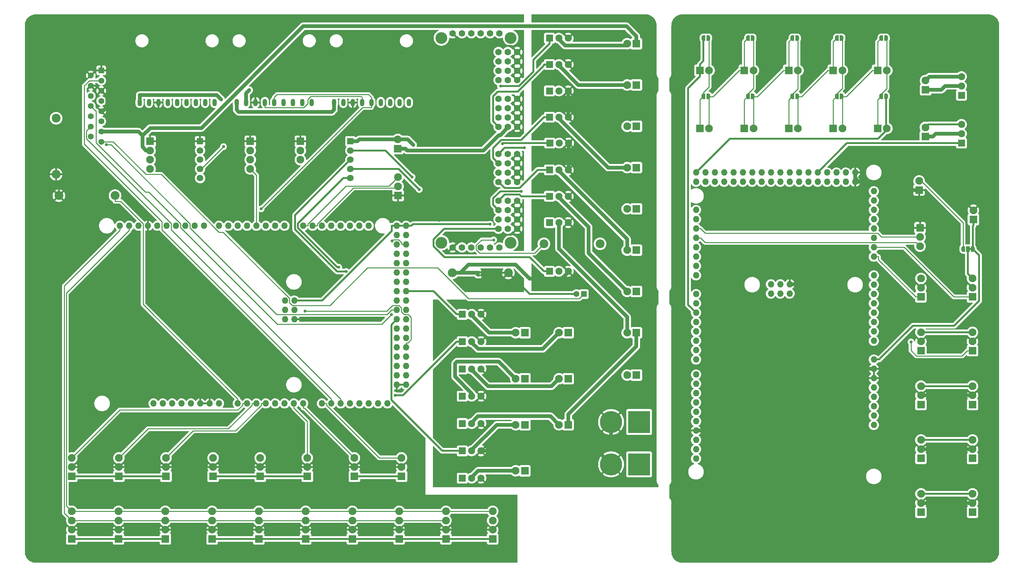
<source format=gbr>
%TF.GenerationSoftware,KiCad,Pcbnew,(6.0.7)*%
%TF.CreationDate,2022-09-16T11:30:14+01:00*%
%TF.ProjectId,SCU rig control,53435520-7269-4672-9063-6f6e74726f6c,rev?*%
%TF.SameCoordinates,Original*%
%TF.FileFunction,Copper,L1,Top*%
%TF.FilePolarity,Positive*%
%FSLAX46Y46*%
G04 Gerber Fmt 4.6, Leading zero omitted, Abs format (unit mm)*
G04 Created by KiCad (PCBNEW (6.0.7)) date 2022-09-16 11:30:14*
%MOMM*%
%LPD*%
G01*
G04 APERTURE LIST*
G04 Aperture macros list*
%AMFreePoly0*
4,1,22,0.500000,-0.750000,0.000000,-0.750000,0.000000,-0.745033,-0.079941,-0.743568,-0.215256,-0.701293,-0.333266,-0.622738,-0.424486,-0.514219,-0.481581,-0.384460,-0.499164,-0.250000,-0.500000,-0.250000,-0.500000,0.250000,-0.499164,0.250000,-0.499963,0.256109,-0.478152,0.396186,-0.417904,0.524511,-0.324060,0.630769,-0.204165,0.706417,-0.067858,0.745374,0.000000,0.744959,0.000000,0.750000,
0.500000,0.750000,0.500000,-0.750000,0.500000,-0.750000,$1*%
%AMFreePoly1*
4,1,20,0.000000,0.744959,0.073905,0.744508,0.209726,0.703889,0.328688,0.626782,0.421226,0.519385,0.479903,0.390333,0.500000,0.250000,0.500000,-0.250000,0.499851,-0.262216,0.476331,-0.402017,0.414519,-0.529596,0.319384,-0.634700,0.198574,-0.708877,0.061801,-0.746166,0.000000,-0.745033,0.000000,-0.750000,-0.500000,-0.750000,-0.500000,0.750000,0.000000,0.750000,0.000000,0.744959,
0.000000,0.744959,$1*%
%AMFreePoly2*
4,1,22,0.550000,-0.750000,0.000000,-0.750000,0.000000,-0.745033,-0.079941,-0.743568,-0.215256,-0.701293,-0.333266,-0.622738,-0.424486,-0.514219,-0.481581,-0.384460,-0.499164,-0.250000,-0.500000,-0.250000,-0.500000,0.250000,-0.499164,0.250000,-0.499963,0.256109,-0.478152,0.396186,-0.417904,0.524511,-0.324060,0.630769,-0.204165,0.706417,-0.067858,0.745374,0.000000,0.744959,0.000000,0.750000,
0.550000,0.750000,0.550000,-0.750000,0.550000,-0.750000,$1*%
%AMFreePoly3*
4,1,20,0.000000,0.744959,0.073905,0.744508,0.209726,0.703889,0.328688,0.626782,0.421226,0.519385,0.479903,0.390333,0.500000,0.250000,0.500000,-0.250000,0.499851,-0.262216,0.476331,-0.402017,0.414519,-0.529596,0.319384,-0.634700,0.198574,-0.708877,0.061801,-0.746166,0.000000,-0.745033,0.000000,-0.750000,-0.550000,-0.750000,-0.550000,0.750000,0.000000,0.750000,0.000000,0.744959,
0.000000,0.744959,$1*%
G04 Aperture macros list end*
%TA.AperFunction,ComponentPad*%
%ADD10O,1.200000X2.000000*%
%TD*%
%TA.AperFunction,ComponentPad*%
%ADD11R,2.100000X2.100000*%
%TD*%
%TA.AperFunction,ComponentPad*%
%ADD12C,2.100000*%
%TD*%
%TA.AperFunction,ComponentPad*%
%ADD13R,5.999480X5.999480*%
%TD*%
%TA.AperFunction,ComponentPad*%
%ADD14C,5.999480*%
%TD*%
%TA.AperFunction,ComponentPad*%
%ADD15R,1.800000X1.800000*%
%TD*%
%TA.AperFunction,ComponentPad*%
%ADD16C,1.800000*%
%TD*%
%TA.AperFunction,ComponentPad*%
%ADD17R,1.600000X1.600000*%
%TD*%
%TA.AperFunction,ComponentPad*%
%ADD18C,1.600000*%
%TD*%
%TA.AperFunction,ComponentPad*%
%ADD19O,1.727200X1.727200*%
%TD*%
%TA.AperFunction,ComponentPad*%
%ADD20R,1.920000X1.920000*%
%TD*%
%TA.AperFunction,ComponentPad*%
%ADD21C,1.920000*%
%TD*%
%TA.AperFunction,ComponentPad*%
%ADD22C,2.400000*%
%TD*%
%TA.AperFunction,ComponentPad*%
%ADD23O,2.400000X2.400000*%
%TD*%
%TA.AperFunction,ComponentPad*%
%ADD24C,1.778000*%
%TD*%
%TA.AperFunction,ComponentPad*%
%ADD25C,3.200000*%
%TD*%
%TA.AperFunction,SMDPad,CuDef*%
%ADD26FreePoly0,180.000000*%
%TD*%
%TA.AperFunction,SMDPad,CuDef*%
%ADD27FreePoly1,180.000000*%
%TD*%
%TA.AperFunction,SMDPad,CuDef*%
%ADD28FreePoly0,0.000000*%
%TD*%
%TA.AperFunction,SMDPad,CuDef*%
%ADD29FreePoly1,0.000000*%
%TD*%
%TA.AperFunction,SMDPad,CuDef*%
%ADD30FreePoly2,180.000000*%
%TD*%
%TA.AperFunction,SMDPad,CuDef*%
%ADD31R,1.000000X1.500000*%
%TD*%
%TA.AperFunction,SMDPad,CuDef*%
%ADD32FreePoly3,180.000000*%
%TD*%
%TA.AperFunction,ViaPad*%
%ADD33C,0.800000*%
%TD*%
%TA.AperFunction,Conductor*%
%ADD34C,0.500000*%
%TD*%
%TA.AperFunction,Conductor*%
%ADD35C,0.250000*%
%TD*%
%TA.AperFunction,Conductor*%
%ADD36C,1.000000*%
%TD*%
G04 APERTURE END LIST*
G36*
X136380000Y-82800000D02*
G01*
X135880000Y-82800000D01*
X135880000Y-82400000D01*
X136380000Y-82400000D01*
X136380000Y-82800000D01*
G37*
G36*
X136380000Y-83600000D02*
G01*
X135880000Y-83600000D01*
X135880000Y-83200000D01*
X136380000Y-83200000D01*
X136380000Y-83600000D01*
G37*
G36*
X269400000Y-76550000D02*
G01*
X268900000Y-76550000D01*
X268900000Y-75950000D01*
X269400000Y-75950000D01*
X269400000Y-76550000D01*
G37*
D10*
X96405000Y-36460000D03*
X98945000Y-36460000D03*
X101485000Y-36460000D03*
X104025000Y-36460000D03*
X106565000Y-36460000D03*
X109105000Y-36460000D03*
X111645000Y-36460000D03*
X114185000Y-36460000D03*
X116725000Y-36460000D03*
X70030000Y-36460000D03*
X72570000Y-36460000D03*
X75110000Y-36460000D03*
X77650000Y-36460000D03*
X80190000Y-36460000D03*
X82730000Y-36460000D03*
X85270000Y-36460000D03*
X87810000Y-36460000D03*
X90350000Y-36460000D03*
X43655000Y-36460000D03*
X46195000Y-36460000D03*
X48735000Y-36460000D03*
X51275000Y-36460000D03*
X53815000Y-36460000D03*
X56355000Y-36460000D03*
X58895000Y-36460000D03*
X61435000Y-36460000D03*
X63975000Y-36460000D03*
D11*
X46500000Y-47000000D03*
D12*
X46500000Y-49500000D03*
X46500000Y-52000000D03*
X46500000Y-54500000D03*
D11*
X25250000Y-155000000D03*
D12*
X25250000Y-152500000D03*
X25250000Y-150000000D03*
X25250000Y-147500000D03*
D11*
X50638900Y-155000000D03*
D12*
X50638900Y-152500000D03*
X50638900Y-150000000D03*
X50638900Y-147500000D03*
D11*
X76027800Y-155000000D03*
D12*
X76027800Y-152500000D03*
X76027800Y-150000000D03*
X76027800Y-147500000D03*
D11*
X101417000Y-155000000D03*
D12*
X101417000Y-152500000D03*
X101417000Y-150000000D03*
X101417000Y-147500000D03*
D11*
X126806000Y-155000000D03*
D12*
X126806000Y-152500000D03*
X126806000Y-150000000D03*
X126806000Y-147500000D03*
D11*
X25250000Y-138000000D03*
D12*
X25250000Y-135500000D03*
X25250000Y-133000000D03*
D11*
X50821400Y-138000000D03*
D12*
X50821400Y-135500000D03*
X50821400Y-133000000D03*
D11*
X76392900Y-138000000D03*
D12*
X76392900Y-135500000D03*
X76392900Y-133000000D03*
D11*
X101964000Y-138000000D03*
D12*
X101964000Y-135500000D03*
X101964000Y-133000000D03*
D11*
X113750000Y-49000000D03*
D12*
X113750000Y-46500000D03*
D13*
X179250000Y-134750000D03*
D14*
X171630000Y-134750000D03*
D13*
X179250000Y-123250000D03*
D14*
X171630000Y-123250000D03*
D11*
X37944400Y-155000000D03*
D12*
X37944400Y-152500000D03*
X37944400Y-150000000D03*
X37944400Y-147500000D03*
D11*
X63333300Y-155000000D03*
D12*
X63333300Y-152500000D03*
X63333300Y-150000000D03*
X63333300Y-147500000D03*
D11*
X88722200Y-155000000D03*
D12*
X88722200Y-152500000D03*
X88722200Y-150000000D03*
X88722200Y-147500000D03*
D11*
X114111000Y-155000000D03*
D12*
X114111000Y-152500000D03*
X114111000Y-150000000D03*
X114111000Y-147500000D03*
D11*
X139500000Y-155000000D03*
D12*
X139500000Y-152500000D03*
X139500000Y-150000000D03*
X139500000Y-147500000D03*
D11*
X38035700Y-138000000D03*
D12*
X38035700Y-135500000D03*
X38035700Y-133000000D03*
D11*
X63607100Y-138000000D03*
D12*
X63607100Y-135500000D03*
X63607100Y-133000000D03*
D11*
X89178600Y-138000000D03*
D12*
X89178600Y-135500000D03*
X89178600Y-133000000D03*
D11*
X114750000Y-138000000D03*
D12*
X114750000Y-135500000D03*
X114750000Y-133000000D03*
D15*
X60075000Y-47000000D03*
D16*
X60075000Y-49500000D03*
X60075000Y-52000000D03*
X60075000Y-54500000D03*
X60075000Y-57000000D03*
D15*
X100875000Y-47000000D03*
D16*
X100875000Y-49500000D03*
X100875000Y-52000000D03*
X100875000Y-54500000D03*
X100875000Y-57000000D03*
D11*
X87300000Y-47000000D03*
D12*
X87300000Y-49500000D03*
X87300000Y-52000000D03*
D11*
X73700000Y-47000000D03*
D12*
X73700000Y-49500000D03*
X73700000Y-52000000D03*
X73700000Y-54500000D03*
D17*
X33250000Y-27750000D03*
D18*
X33250000Y-30520000D03*
X33250000Y-33290000D03*
X33250000Y-36060000D03*
X33250000Y-38830000D03*
X33250000Y-41600000D03*
X33250000Y-44370000D03*
X33250000Y-47140000D03*
X30410000Y-29135000D03*
X30410000Y-31905000D03*
X30410000Y-34675000D03*
X30410000Y-37445000D03*
X30410000Y-40215000D03*
X30410000Y-42985000D03*
X30410000Y-45755000D03*
D11*
X148250000Y-111500000D03*
D12*
X145750000Y-111500000D03*
D11*
X148250000Y-99000000D03*
D12*
X145750000Y-99000000D03*
D11*
X178500000Y-99003900D03*
D12*
X176000000Y-99003900D03*
D11*
X160000000Y-99000000D03*
D12*
X157500000Y-99000000D03*
D11*
X148250000Y-136500000D03*
D12*
X145750000Y-136500000D03*
D11*
X148250000Y-124000000D03*
D12*
X145750000Y-124000000D03*
D11*
X160000000Y-111500000D03*
D12*
X157500000Y-111500000D03*
D11*
X160000000Y-124000000D03*
D12*
X157500000Y-124000000D03*
D11*
X178500000Y-20500000D03*
D12*
X176000000Y-20500000D03*
D11*
X178500000Y-54144500D03*
D12*
X176000000Y-54144500D03*
D11*
X178500000Y-87789100D03*
D12*
X176000000Y-87789100D03*
D11*
X178500000Y-31714800D03*
D12*
X176000000Y-31714800D03*
D11*
X178500000Y-65359400D03*
D12*
X176000000Y-65359400D03*
D11*
X178500000Y-110500000D03*
D12*
X176000000Y-110500000D03*
D11*
X178500000Y-42929700D03*
D12*
X176000000Y-42929700D03*
D11*
X178500000Y-76574200D03*
D12*
X176000000Y-76574200D03*
D19*
X47440000Y-118210000D03*
X55060000Y-118210000D03*
X57600000Y-118210000D03*
X85667000Y-90270000D03*
X113480000Y-69950000D03*
X116020000Y-69950000D03*
X70300000Y-118210000D03*
X72840000Y-118210000D03*
X75380000Y-118210000D03*
X77920000Y-118210000D03*
X80460000Y-118210000D03*
X83000000Y-118210000D03*
X85540000Y-118210000D03*
X88080000Y-118210000D03*
X93160000Y-118210000D03*
X95700000Y-118210000D03*
X98240000Y-118210000D03*
X100780000Y-118210000D03*
X103320000Y-118210000D03*
X105860000Y-118210000D03*
X108400000Y-118210000D03*
X110940000Y-118210000D03*
X43376000Y-69950000D03*
X83000000Y-69950000D03*
X80460000Y-69950000D03*
X77920000Y-69950000D03*
X75380000Y-69950000D03*
X72840000Y-69950000D03*
X70300000Y-69950000D03*
X67760000Y-69950000D03*
X65220000Y-69950000D03*
X61156000Y-69950000D03*
X58616000Y-69950000D03*
X56076000Y-69950000D03*
X53536000Y-69950000D03*
X50996000Y-69950000D03*
X48456000Y-69950000D03*
X88080000Y-69950000D03*
X90620000Y-69950000D03*
X93160000Y-69950000D03*
X95700000Y-69950000D03*
X98240000Y-69950000D03*
X100780000Y-69950000D03*
X103320000Y-69950000D03*
X105860000Y-69950000D03*
X113480000Y-72490000D03*
X116020000Y-72490000D03*
X113480000Y-75030000D03*
X116020000Y-75030000D03*
X113480000Y-77570000D03*
X116020000Y-77570000D03*
X113480000Y-80110000D03*
X116020000Y-80110000D03*
X113480000Y-82650000D03*
X116020000Y-82650000D03*
X113480000Y-85190000D03*
X116020000Y-85190000D03*
X113480000Y-87730000D03*
X116020000Y-87730000D03*
X113480000Y-90270000D03*
X116020000Y-90270000D03*
X113480000Y-92810000D03*
X116020000Y-92810000D03*
X113480000Y-95350000D03*
X116020000Y-95350000D03*
X113480000Y-97890000D03*
X116020000Y-97890000D03*
X113480000Y-100430000D03*
X116020000Y-100430000D03*
X113480000Y-102970000D03*
X116020000Y-102970000D03*
X113480000Y-105510000D03*
X116020000Y-105510000D03*
X113480000Y-108050000D03*
X116020000Y-108050000D03*
X113480000Y-110590000D03*
X116020000Y-110590000D03*
X45916000Y-69950000D03*
X60140000Y-118210000D03*
X62680000Y-118210000D03*
X85667000Y-95350000D03*
X113480000Y-113130000D03*
X116020000Y-113130000D03*
X49980000Y-118210000D03*
X83127000Y-90270000D03*
X85667000Y-92810000D03*
X52520000Y-118210000D03*
X83127000Y-95350000D03*
X83127000Y-92810000D03*
X38296000Y-69950000D03*
X40836000Y-69950000D03*
X65220000Y-118210000D03*
D20*
X131250000Y-116250000D03*
D21*
X133790000Y-116250000D03*
X136330000Y-116250000D03*
D20*
X131250000Y-94000000D03*
D21*
X133790000Y-94000000D03*
X136330000Y-94000000D03*
D20*
X154920000Y-69096700D03*
D21*
X157460000Y-69096700D03*
X160000000Y-69096700D03*
D20*
X131250000Y-101417000D03*
D21*
X133790000Y-101417000D03*
X136330000Y-101417000D03*
D20*
X131250000Y-138500000D03*
D21*
X133790000Y-138500000D03*
X136330000Y-138500000D03*
D20*
X131250000Y-131083000D03*
D21*
X133790000Y-131083000D03*
X136330000Y-131083000D03*
D20*
X131250000Y-108833000D03*
D21*
X133790000Y-108833000D03*
X136330000Y-108833000D03*
D20*
X131250000Y-123667000D03*
D21*
X133790000Y-123667000D03*
X136330000Y-123667000D03*
D20*
X154920000Y-19000000D03*
D21*
X157460000Y-19000000D03*
X160000000Y-19000000D03*
D20*
X154920000Y-40470000D03*
D21*
X157460000Y-40470000D03*
X160000000Y-40470000D03*
D20*
X154920000Y-61940000D03*
D21*
X157460000Y-61940000D03*
X160000000Y-61940000D03*
D20*
X154920000Y-26156700D03*
D21*
X157460000Y-26156700D03*
X160000000Y-26156700D03*
D20*
X155000000Y-47500000D03*
D21*
X157540000Y-47500000D03*
X160080000Y-47500000D03*
D20*
X154920000Y-82320000D03*
D21*
X157460000Y-82320000D03*
X160000000Y-82320000D03*
D20*
X154920000Y-33313300D03*
D21*
X157460000Y-33313300D03*
X160000000Y-33313300D03*
D20*
X154920000Y-54783300D03*
D21*
X157460000Y-54783300D03*
X160000000Y-54783300D03*
D22*
X21750000Y-61750000D03*
D23*
X36990000Y-61750000D03*
D22*
X21000000Y-40750000D03*
D23*
X21000000Y-55990000D03*
D22*
X153390000Y-74858300D03*
D23*
X168630000Y-74858300D03*
D24*
X141096000Y-70753000D03*
X141096000Y-68213000D03*
X141096000Y-65673000D03*
X141096000Y-63133000D03*
X141096000Y-58053000D03*
X141096000Y-55513000D03*
X141096000Y-52973000D03*
X141096000Y-50433000D03*
X141096000Y-43067000D03*
X141096000Y-40527000D03*
X141096000Y-37987000D03*
X141096000Y-35447000D03*
X141096000Y-30367000D03*
X141096000Y-27827000D03*
X141096000Y-25287000D03*
X141096000Y-22747000D03*
X128650000Y-75833000D03*
X128650000Y-17667000D03*
X146176000Y-70753000D03*
X146176000Y-68213000D03*
X146176000Y-65673000D03*
X146176000Y-63133000D03*
X146176000Y-58053000D03*
X146176000Y-55513000D03*
X146176000Y-52973000D03*
X146176000Y-50433000D03*
X146176000Y-43067000D03*
X146176000Y-40527000D03*
X146176000Y-37987000D03*
X146176000Y-35447000D03*
X146176000Y-30367000D03*
X146176000Y-27827000D03*
X146176000Y-25287000D03*
X146176000Y-22747000D03*
X131190000Y-75833000D03*
X131190000Y-17667000D03*
D25*
X125602000Y-74563000D03*
X125602000Y-18937000D03*
X144398000Y-74563000D03*
X144398000Y-18937000D03*
D24*
X133730000Y-75833000D03*
X133730000Y-17667000D03*
X136270000Y-75833000D03*
X136270000Y-17667000D03*
X141350000Y-75833000D03*
X141350000Y-17667000D03*
X143636000Y-70753000D03*
X143636000Y-68213000D03*
X143636000Y-65673000D03*
X143636000Y-63133000D03*
X143636000Y-58053000D03*
X143636000Y-55513000D03*
X143636000Y-52973000D03*
X143636000Y-50433000D03*
X143636000Y-43067000D03*
X143636000Y-40527000D03*
X143636000Y-37987000D03*
X143636000Y-35447000D03*
X143636000Y-30367000D03*
X143636000Y-27827000D03*
X143636000Y-25287000D03*
X143636000Y-22747000D03*
X138810000Y-75833000D03*
X138810000Y-17667000D03*
D17*
X164250000Y-88500000D03*
D18*
X162250000Y-88500000D03*
D11*
X255750000Y-147750000D03*
D12*
X255750000Y-145250000D03*
X255750000Y-142750000D03*
D11*
X255750000Y-133125000D03*
D12*
X255750000Y-130625000D03*
X255750000Y-128125000D03*
D11*
X255750000Y-118500000D03*
D12*
X255750000Y-116000000D03*
X255750000Y-113500000D03*
D11*
X255750000Y-103875000D03*
D12*
X255750000Y-101375000D03*
X255750000Y-98875000D03*
D11*
X255750000Y-89250000D03*
D12*
X255750000Y-86750000D03*
X255750000Y-84250000D03*
D11*
X244000000Y-43500000D03*
D12*
X246500000Y-43500000D03*
D11*
X244000000Y-27750000D03*
D12*
X246500000Y-27750000D03*
D11*
X231937500Y-43500000D03*
D12*
X234437500Y-43500000D03*
D11*
X231937500Y-27750000D03*
D12*
X234437500Y-27750000D03*
D11*
X219875000Y-43500000D03*
D12*
X222375000Y-43500000D03*
D11*
X219875000Y-27750000D03*
D12*
X222375000Y-27750000D03*
D11*
X207812500Y-43500000D03*
D12*
X210312500Y-43500000D03*
D11*
X207812500Y-27750000D03*
D12*
X210312500Y-27750000D03*
D11*
X195750000Y-43500000D03*
D12*
X198250000Y-43500000D03*
D11*
X195750000Y-27750000D03*
D12*
X198250000Y-27750000D03*
D11*
X269750000Y-147750000D03*
D12*
X269750000Y-145250000D03*
X269750000Y-142750000D03*
D11*
X269750000Y-133125000D03*
D12*
X269750000Y-130625000D03*
X269750000Y-128125000D03*
D11*
X269750000Y-118500000D03*
D12*
X269750000Y-116000000D03*
X269750000Y-113500000D03*
D11*
X269750000Y-103875000D03*
D12*
X269750000Y-101375000D03*
X269750000Y-98875000D03*
D11*
X269750000Y-89250000D03*
D12*
X269750000Y-86750000D03*
X269750000Y-84250000D03*
D11*
X255500000Y-70500000D03*
D12*
X255500000Y-73000000D03*
X255500000Y-75500000D03*
D11*
X257000000Y-33000000D03*
D12*
X257000000Y-30500000D03*
D11*
X256960000Y-45725000D03*
D12*
X256960000Y-43225000D03*
D26*
X246275000Y-34750000D03*
D27*
X244975000Y-34750000D03*
D26*
X246275000Y-19000000D03*
D27*
X244975000Y-19000000D03*
D26*
X234212500Y-34750000D03*
D27*
X232912500Y-34750000D03*
D26*
X234212500Y-19000000D03*
D27*
X232912500Y-19000000D03*
D26*
X222150000Y-34750000D03*
D27*
X220850000Y-34750000D03*
D26*
X222150000Y-19000000D03*
D27*
X220850000Y-19000000D03*
D26*
X210087500Y-34750000D03*
D27*
X208787500Y-34750000D03*
D26*
X210087500Y-19000000D03*
D27*
X208787500Y-19000000D03*
D26*
X198025000Y-34750000D03*
D27*
X196725000Y-34750000D03*
D26*
X198025000Y-19000000D03*
D27*
X196725000Y-19000000D03*
D20*
X266750000Y-34500000D03*
D21*
X266750000Y-31960000D03*
X266750000Y-29420000D03*
D20*
X266750000Y-47500000D03*
D21*
X266750000Y-44960000D03*
X266750000Y-42420000D03*
D19*
X242960000Y-124060000D03*
X242960000Y-116440000D03*
X242960000Y-113900000D03*
X215020000Y-85833000D03*
X194700000Y-58020000D03*
X194700000Y-55480000D03*
X242960000Y-101200000D03*
X242960000Y-98660000D03*
X242960000Y-96120000D03*
X242960000Y-93580000D03*
X242960000Y-91040000D03*
X242960000Y-88500000D03*
X242960000Y-85960000D03*
X242960000Y-83420000D03*
X242960000Y-78340000D03*
X242960000Y-75800000D03*
X242960000Y-73260000D03*
X242960000Y-70720000D03*
X242960000Y-68180000D03*
X242960000Y-65640000D03*
X242960000Y-63100000D03*
X242960000Y-60560000D03*
X194700000Y-128124000D03*
X194700000Y-88500000D03*
X194700000Y-91040000D03*
X194700000Y-93580000D03*
X194700000Y-96120000D03*
X194700000Y-98660000D03*
X194700000Y-101200000D03*
X194700000Y-103740000D03*
X194700000Y-106280000D03*
X194700000Y-110344000D03*
X194700000Y-112884000D03*
X194700000Y-115424000D03*
X194700000Y-117964000D03*
X194700000Y-120504000D03*
X194700000Y-123044000D03*
X194700000Y-83420000D03*
X194700000Y-80880000D03*
X194700000Y-78340000D03*
X194700000Y-75800000D03*
X194700000Y-73260000D03*
X194700000Y-70720000D03*
X194700000Y-68180000D03*
X194700000Y-65640000D03*
X197240000Y-58020000D03*
X197240000Y-55480000D03*
X199780000Y-58020000D03*
X199780000Y-55480000D03*
X202320000Y-58020000D03*
X202320000Y-55480000D03*
X204860000Y-58020000D03*
X204860000Y-55480000D03*
X207400000Y-58020000D03*
X207400000Y-55480000D03*
X209940000Y-58020000D03*
X209940000Y-55480000D03*
X212480000Y-58020000D03*
X212480000Y-55480000D03*
X215020000Y-58020000D03*
X215020000Y-55480000D03*
X217560000Y-58020000D03*
X217560000Y-55480000D03*
X220100000Y-58020000D03*
X220100000Y-55480000D03*
X222640000Y-58020000D03*
X222640000Y-55480000D03*
X225180000Y-58020000D03*
X225180000Y-55480000D03*
X227720000Y-58020000D03*
X227720000Y-55480000D03*
X230260000Y-58020000D03*
X230260000Y-55480000D03*
X232800000Y-58020000D03*
X232800000Y-55480000D03*
X235340000Y-58020000D03*
X235340000Y-55480000D03*
X194700000Y-125584000D03*
X242960000Y-111360000D03*
X242960000Y-108820000D03*
X220100000Y-85833000D03*
X237880000Y-58020000D03*
X237880000Y-55480000D03*
X242960000Y-121520000D03*
X215020000Y-88373000D03*
X217560000Y-85833000D03*
X242960000Y-118980000D03*
X220100000Y-88373000D03*
X217560000Y-88373000D03*
X194700000Y-133204000D03*
X194700000Y-130664000D03*
X242960000Y-106280000D03*
D11*
X255250000Y-60250000D03*
D12*
X255250000Y-57750000D03*
D11*
X270000000Y-68250000D03*
D12*
X270000000Y-65750000D03*
D11*
X113825000Y-61725000D03*
D12*
X113825000Y-59225000D03*
X113825000Y-56725000D03*
D28*
X135480000Y-83000000D03*
D29*
X136780000Y-83000000D03*
D30*
X269800000Y-76250000D03*
D31*
X268500000Y-76250000D03*
D32*
X267200000Y-76250000D03*
D22*
X143750000Y-82750000D03*
D23*
X128510000Y-82750000D03*
D33*
X125088700Y-68467600D03*
X76650000Y-65353500D03*
X66428600Y-48462900D03*
X73413100Y-33103100D03*
X138810000Y-69542300D03*
X112171400Y-74098000D03*
X88536100Y-93087900D03*
X117628200Y-56703300D03*
X99744900Y-82367300D03*
X119558300Y-60090200D03*
X97723200Y-81205100D03*
X111995800Y-94018600D03*
X34631200Y-47936000D03*
X113044800Y-115981100D03*
X147242700Y-60593800D03*
X141626600Y-32008100D03*
X142196500Y-47668000D03*
X148088800Y-48793600D03*
X139766700Y-73798200D03*
X117912000Y-47985800D03*
X65797100Y-35653900D03*
X253052000Y-101497600D03*
D34*
X31865000Y-31905000D02*
X33250000Y-33290000D01*
X137030000Y-82750000D02*
X136780000Y-83000000D01*
X143750000Y-82750000D02*
X137030000Y-82750000D01*
X63333300Y-152500000D02*
X50638900Y-152500000D01*
X146176000Y-70753000D02*
X144526500Y-72402500D01*
X101485000Y-36460000D02*
X101485000Y-38010300D01*
X101964000Y-135500000D02*
X89178600Y-135500000D01*
X73700000Y-47000000D02*
X60075000Y-47000000D01*
X34604400Y-38215200D02*
X34604400Y-34644400D01*
X144526500Y-72402500D02*
X132080500Y-72402500D01*
X139500000Y-152500000D02*
X126806000Y-152500000D01*
X38035700Y-135500000D02*
X25250000Y-135500000D01*
X50821400Y-135500000D02*
X38035700Y-135500000D01*
X76392900Y-135500000D02*
X63607100Y-135500000D01*
X101964000Y-135500000D02*
X114750000Y-135500000D01*
X21000000Y-57740300D02*
X21750000Y-58490300D01*
X88722200Y-152500000D02*
X76027800Y-152500000D01*
X92495300Y-47000000D02*
X101485000Y-38010300D01*
X116020000Y-113130000D02*
X113480000Y-113130000D01*
X62680000Y-118210000D02*
X60140000Y-118210000D01*
X37944400Y-152500000D02*
X25250000Y-152500000D01*
X113825000Y-61725000D02*
X115425300Y-61725000D01*
X50638900Y-152500000D02*
X37944400Y-152500000D01*
X89178600Y-135500000D02*
X76392900Y-135500000D01*
X128650000Y-17667000D02*
X132070400Y-21087400D01*
X87300000Y-47000000D02*
X92495300Y-47000000D01*
X21750000Y-58490300D02*
X21750000Y-61750000D01*
X101417000Y-152500000D02*
X88722200Y-152500000D01*
X144516400Y-21087400D02*
X146176000Y-22747000D01*
X33989600Y-38830000D02*
X34604400Y-38215200D01*
X132070400Y-21087400D02*
X144516400Y-21087400D01*
X132080500Y-72402500D02*
X128650000Y-75833000D01*
X126806000Y-152500000D02*
X114111000Y-152500000D01*
X48530100Y-38215200D02*
X48735000Y-38010300D01*
X76027800Y-152500000D02*
X63333300Y-152500000D01*
X162250000Y-88500000D02*
X149500000Y-88500000D01*
X30410000Y-31905000D02*
X31865000Y-31905000D01*
X63607100Y-135500000D02*
X50821400Y-135500000D01*
X149500000Y-88500000D02*
X143750000Y-82750000D01*
X21000000Y-55990000D02*
X21000000Y-57740300D01*
X60075000Y-47000000D02*
X46500000Y-47000000D01*
X34604400Y-34644400D02*
X33250000Y-33290000D01*
X48735000Y-36460000D02*
X48735000Y-38010300D01*
X122167900Y-68467600D02*
X115425300Y-61725000D01*
X34604400Y-38215200D02*
X48530100Y-38215200D01*
X33250000Y-38830000D02*
X33989600Y-38830000D01*
X114111000Y-152500000D02*
X101417000Y-152500000D01*
X125088700Y-68467600D02*
X122167900Y-68467600D01*
D35*
X105525300Y-81355000D02*
X95311000Y-91569300D01*
X85097100Y-91569300D02*
X84372000Y-90844200D01*
X65178800Y-71665500D02*
X49509500Y-55996200D01*
X132936900Y-89758500D02*
X124533400Y-81355000D01*
X164250000Y-88500000D02*
X162991500Y-89758500D01*
X84372000Y-90844200D02*
X84372000Y-89695500D01*
X95311000Y-91569300D02*
X85097100Y-91569300D01*
X124533400Y-81355000D02*
X105525300Y-81355000D01*
X84372000Y-89695500D02*
X66342000Y-71665500D01*
X36526300Y-47140000D02*
X33250000Y-47140000D01*
X49509500Y-55996200D02*
X45382500Y-55996200D01*
X162991500Y-89758500D02*
X132936900Y-89758500D01*
X45382500Y-55996200D02*
X36526300Y-47140000D01*
X66342000Y-71665500D02*
X65178800Y-71665500D01*
X80190000Y-36460000D02*
X80190000Y-35084700D01*
X106565000Y-36460000D02*
X106565000Y-37835300D01*
X106565000Y-36460000D02*
X106565000Y-35084700D01*
X104168200Y-37835300D02*
X76650000Y-65353500D01*
X105769400Y-34289100D02*
X80985600Y-34289100D01*
X106565000Y-35084700D02*
X105769400Y-34289100D01*
X80985600Y-34289100D02*
X80190000Y-35084700D01*
X106565000Y-37835300D02*
X104168200Y-37835300D01*
X103729800Y-34789500D02*
X104025000Y-35084700D01*
X89340700Y-35660300D02*
X90211500Y-34789500D01*
X104025000Y-36460000D02*
X104025000Y-35084700D01*
X88227500Y-37835300D02*
X89340700Y-36722100D01*
X77650000Y-37835300D02*
X88227500Y-37835300D01*
X90211500Y-34789500D02*
X103729800Y-34789500D01*
X77650000Y-36460000D02*
X77650000Y-37835300D01*
X60391500Y-54500000D02*
X66428600Y-48462900D01*
X89340700Y-36722100D02*
X89340700Y-35660300D01*
X60075000Y-54500000D02*
X60391500Y-54500000D01*
D36*
X72570000Y-36460000D02*
X72570000Y-33946200D01*
X72570000Y-33946200D02*
X73413100Y-33103100D01*
D34*
X117433900Y-69950000D02*
X117841600Y-69542300D01*
X37944400Y-155000000D02*
X25250000Y-155000000D01*
X38035700Y-138000000D02*
X25250000Y-138000000D01*
X101417000Y-155000000D02*
X88722200Y-155000000D01*
X93186200Y-90270000D02*
X112066100Y-71390100D01*
X89178600Y-138000000D02*
X76392900Y-138000000D01*
X139500000Y-155000000D02*
X126806000Y-155000000D01*
X101964000Y-138000000D02*
X114750000Y-138000000D01*
X85667000Y-90270000D02*
X87080900Y-90270000D01*
X87080900Y-90270000D02*
X93186200Y-90270000D01*
X113480000Y-69950000D02*
X112066100Y-69950000D01*
X114111000Y-155000000D02*
X126806000Y-155000000D01*
X76027800Y-155000000D02*
X63333300Y-155000000D01*
X88722200Y-155000000D02*
X76027800Y-155000000D01*
X117841600Y-69542300D02*
X138810000Y-69542300D01*
X50821400Y-138000000D02*
X38035700Y-138000000D01*
X101417000Y-155000000D02*
X114111000Y-155000000D01*
X116020000Y-69950000D02*
X113480000Y-69950000D01*
X50638900Y-155000000D02*
X37944400Y-155000000D01*
X112066100Y-71390100D02*
X112066100Y-69950000D01*
X76392900Y-138000000D02*
X63607100Y-138000000D01*
X116020000Y-69950000D02*
X117433900Y-69950000D01*
D35*
X114781100Y-75030000D02*
X114781100Y-74565400D01*
X114781100Y-74565400D02*
X113944700Y-73729000D01*
X116020000Y-75030000D02*
X114781100Y-75030000D01*
X112540400Y-73729000D02*
X112171400Y-74098000D01*
X113944700Y-73729000D02*
X112540400Y-73729000D01*
X44620900Y-91292000D02*
X70300000Y-116971100D01*
X36990000Y-61750000D02*
X36990000Y-63325300D01*
X44620900Y-69380900D02*
X44620900Y-91292000D01*
X38565300Y-63325300D02*
X44620900Y-69380900D01*
X36990000Y-63325300D02*
X38565300Y-63325300D01*
X70300000Y-118210000D02*
X70300000Y-116971100D01*
D36*
X178500000Y-18449700D02*
X175818700Y-15768400D01*
X43318100Y-44370000D02*
X44449600Y-45501500D01*
X88058400Y-15768400D02*
X60426400Y-43400400D01*
X178500000Y-20500000D02*
X178500000Y-18449700D01*
X44449600Y-45501500D02*
X44449600Y-48550200D01*
X160000000Y-121180300D02*
X160000000Y-124000000D01*
X178500000Y-102680300D02*
X160000000Y-121180300D01*
X175818700Y-15768400D02*
X88058400Y-15768400D01*
X33250000Y-44370000D02*
X43318100Y-44370000D01*
X60426400Y-43400400D02*
X46550700Y-43400400D01*
X45399400Y-49500000D02*
X46500000Y-49500000D01*
X178500000Y-99003900D02*
X178500000Y-102680300D01*
X46550700Y-43400400D02*
X44449600Y-45501500D01*
X44449600Y-48550200D02*
X45399400Y-49500000D01*
D35*
X23773000Y-146023000D02*
X23773000Y-88251900D01*
X37944400Y-147500000D02*
X25250000Y-147500000D01*
X50638900Y-147500000D02*
X37944400Y-147500000D01*
X139500000Y-147500000D02*
X126806000Y-147500000D01*
X23773000Y-88251900D02*
X40836000Y-71188900D01*
X126806000Y-147500000D02*
X114111000Y-147500000D01*
X101417000Y-147500000D02*
X88722200Y-147500000D01*
X88722200Y-147500000D02*
X76027800Y-147500000D01*
X25250000Y-147500000D02*
X23773000Y-146023000D01*
X76027800Y-147500000D02*
X63333300Y-147500000D01*
X40836000Y-69950000D02*
X40836000Y-71188900D01*
X114111000Y-147500000D02*
X101417000Y-147500000D01*
X63333300Y-147500000D02*
X50638900Y-147500000D01*
X50638900Y-150000000D02*
X37944400Y-150000000D01*
X76027800Y-150000000D02*
X63333300Y-150000000D01*
X101417000Y-150000000D02*
X88722200Y-150000000D01*
X23234400Y-86250500D02*
X38296000Y-71188900D01*
X23234400Y-147984400D02*
X23234400Y-86250500D01*
X25250000Y-150000000D02*
X23234400Y-147984400D01*
X37944400Y-150000000D02*
X25250000Y-150000000D01*
X38296000Y-69950000D02*
X38296000Y-71188900D01*
X114111000Y-150000000D02*
X101417000Y-150000000D01*
X126806000Y-150000000D02*
X114111000Y-150000000D01*
X63333300Y-150000000D02*
X50638900Y-150000000D01*
X88722200Y-150000000D02*
X76027800Y-150000000D01*
X71601100Y-118674600D02*
X70279600Y-119996100D01*
X70279600Y-119996100D02*
X38253900Y-119996100D01*
X72840000Y-118210000D02*
X71601100Y-118210000D01*
X71601100Y-118210000D02*
X71601100Y-118674600D01*
X38253900Y-119996100D02*
X25250000Y-133000000D01*
X58192600Y-125628800D02*
X50821400Y-133000000D01*
X77920000Y-118210000D02*
X76681100Y-118210000D01*
X76681100Y-118674600D02*
X69726900Y-125628800D01*
X76681100Y-118210000D02*
X76681100Y-118674600D01*
X69726900Y-125628800D02*
X58192600Y-125628800D01*
X88412900Y-119448900D02*
X101964000Y-133000000D01*
X88080000Y-119448900D02*
X88412900Y-119448900D01*
X88080000Y-118210000D02*
X88080000Y-119448900D01*
X74141100Y-118210000D02*
X74141100Y-118674600D01*
X75380000Y-118210000D02*
X74141100Y-118210000D01*
X45978900Y-125056800D02*
X38035700Y-133000000D01*
X67758900Y-125056800D02*
X45978900Y-125056800D01*
X74141100Y-118674600D02*
X67758900Y-125056800D01*
X85540000Y-119448900D02*
X89178600Y-123087500D01*
X85540000Y-118210000D02*
X85540000Y-119448900D01*
X89178600Y-123087500D02*
X89178600Y-133000000D01*
X108724300Y-133000000D02*
X114750000Y-133000000D01*
X93160000Y-118210000D02*
X94398900Y-118210000D01*
X94398900Y-118210000D02*
X94398900Y-118674600D01*
X94398900Y-118674600D02*
X108724300Y-133000000D01*
X114744000Y-92274700D02*
X114034300Y-91565000D01*
X114744000Y-93332700D02*
X114744000Y-92274700D01*
X112256000Y-91565000D02*
X110733100Y-93087900D01*
X116598000Y-94055000D02*
X115466300Y-94055000D01*
X114034300Y-91565000D02*
X112256000Y-91565000D01*
X110733100Y-93087900D02*
X88536100Y-93087900D01*
X116020000Y-101731100D02*
X116484600Y-101731100D01*
X116020000Y-102970000D02*
X116020000Y-101731100D01*
X115466300Y-94055000D02*
X114744000Y-93332700D01*
X117363700Y-100852000D02*
X117363700Y-94820700D01*
X117363700Y-94820700D02*
X116598000Y-94055000D01*
X116484600Y-101731100D02*
X117363700Y-100852000D01*
D34*
X110424900Y-49500000D02*
X100875000Y-49500000D01*
X117628200Y-56703300D02*
X110424900Y-49500000D01*
X85835100Y-67039900D02*
X85835100Y-70910300D01*
X97292100Y-82367300D02*
X99744900Y-82367300D01*
X100875000Y-52000000D02*
X85835100Y-67039900D01*
X85835100Y-70910300D02*
X97292100Y-82367300D01*
X113968100Y-54500000D02*
X100875000Y-54500000D01*
X119558300Y-60090200D02*
X113968100Y-54500000D01*
X86635500Y-70515700D02*
X86635500Y-69374300D01*
X86635500Y-69374300D02*
X99009800Y-57000000D01*
X97723200Y-81205100D02*
X97324900Y-81205100D01*
X97324900Y-81205100D02*
X86635500Y-70515700D01*
X99009800Y-57000000D02*
X100875000Y-57000000D01*
D35*
X197177800Y-74498900D02*
X254498900Y-74498900D01*
X195938900Y-73260000D02*
X197177800Y-74498900D01*
X194700000Y-73260000D02*
X195938900Y-73260000D01*
X254498900Y-74498900D02*
X255500000Y-75500000D01*
X194700000Y-70720000D02*
X195938900Y-70720000D01*
X195938900Y-70720000D02*
X197177800Y-71958900D01*
X243982500Y-71958900D02*
X245023600Y-73000000D01*
X245023600Y-73000000D02*
X255500000Y-73000000D01*
X197177800Y-71958900D02*
X243982500Y-71958900D01*
X75380000Y-69950000D02*
X75380000Y-56180000D01*
X75380000Y-56180000D02*
X73700000Y-54500000D01*
X29179400Y-44215600D02*
X29179400Y-46290400D01*
X29179400Y-46290400D02*
X52266000Y-69377000D01*
X30410000Y-42985000D02*
X29179400Y-44215600D01*
X98240000Y-118210000D02*
X98240000Y-116971100D01*
X52266000Y-69377000D02*
X52266000Y-70997100D01*
X52266000Y-70997100D02*
X98240000Y-116971100D01*
X80999200Y-96655400D02*
X54806000Y-70462200D01*
X54806000Y-70462200D02*
X54806000Y-69411500D01*
X31824700Y-47430200D02*
X31824700Y-38859700D01*
X31824700Y-38859700D02*
X30410000Y-37445000D01*
X54806000Y-69411500D02*
X46186100Y-60791600D01*
X111995800Y-94018600D02*
X109359000Y-96655400D01*
X45186100Y-60791600D02*
X31824700Y-47430200D01*
X46186100Y-60791600D02*
X45186100Y-60791600D01*
X109359000Y-96655400D02*
X80999200Y-96655400D01*
X34631200Y-47936100D02*
X34631200Y-47936000D01*
X80898800Y-94049000D02*
X57346000Y-70496200D01*
X57346000Y-70496200D02*
X57346000Y-69380500D01*
X110869100Y-94049000D02*
X80898800Y-94049000D01*
X113480000Y-92810000D02*
X112241100Y-92810000D01*
X112108100Y-92810000D02*
X110869100Y-94049000D01*
X35901600Y-47936100D02*
X34631200Y-47936100D01*
X57346000Y-69380500D02*
X35901600Y-47936100D01*
X112241100Y-92810000D02*
X112108100Y-92810000D01*
X30062200Y-30520000D02*
X28649600Y-31932600D01*
X28649600Y-31932600D02*
X28649600Y-47764500D01*
X28649600Y-47764500D02*
X49726000Y-68840900D01*
X49726000Y-70997100D02*
X95700000Y-116971100D01*
X49726000Y-68840900D02*
X49726000Y-70997100D01*
X33250000Y-30520000D02*
X30062200Y-30520000D01*
X95700000Y-118210000D02*
X95700000Y-116971100D01*
D36*
X133790000Y-115443100D02*
X129289600Y-110942700D01*
X129798800Y-106872200D02*
X141122200Y-106872200D01*
X133790000Y-116250000D02*
X133790000Y-115443100D01*
X141122200Y-106872200D02*
X145750000Y-111500000D01*
X129289600Y-110942700D02*
X129289600Y-107381400D01*
X129289600Y-107381400D02*
X129798800Y-106872200D01*
X133790000Y-94000000D02*
X133790000Y-94237900D01*
X133790000Y-94237900D02*
X138552100Y-99000000D01*
X138552100Y-99000000D02*
X145750000Y-99000000D01*
X176000000Y-94708500D02*
X176000000Y-99003900D01*
X157460000Y-69096700D02*
X157460000Y-76168500D01*
X157460000Y-76168500D02*
X176000000Y-94708500D01*
X153122700Y-103377300D02*
X157500000Y-99000000D01*
X133790000Y-101417000D02*
X133790000Y-101649200D01*
X133790000Y-101649200D02*
X135518100Y-103377300D01*
X135518100Y-103377300D02*
X153122700Y-103377300D01*
X133790000Y-138500000D02*
X133790000Y-138240400D01*
X135530400Y-136500000D02*
X145750000Y-136500000D01*
X133790000Y-138240400D02*
X135530400Y-136500000D01*
X133790000Y-131083000D02*
X133790000Y-130823400D01*
X140613400Y-124000000D02*
X145750000Y-124000000D01*
X133790000Y-130823400D02*
X140613400Y-124000000D01*
X155449600Y-113550400D02*
X157500000Y-111500000D01*
X133790000Y-108833000D02*
X133790000Y-109084300D01*
X138256100Y-113550400D02*
X155449600Y-113550400D01*
X133790000Y-109084300D02*
X138256100Y-113550400D01*
X135507500Y-121689900D02*
X155189900Y-121689900D01*
X155189900Y-121689900D02*
X157500000Y-124000000D01*
X133790000Y-123667000D02*
X133790000Y-123407400D01*
X133790000Y-123407400D02*
X135507500Y-121689900D01*
X159149600Y-20988000D02*
X175512000Y-20988000D01*
X175512000Y-20988000D02*
X176000000Y-20500000D01*
X157460000Y-19000000D02*
X157460000Y-19298400D01*
X157460000Y-19298400D02*
X159149600Y-20988000D01*
X157460000Y-40470000D02*
X157460000Y-40777000D01*
X157460000Y-40777000D02*
X170827500Y-54144500D01*
X170827500Y-54144500D02*
X176000000Y-54144500D01*
X157460000Y-61940000D02*
X157460000Y-62199300D01*
X165555000Y-77344100D02*
X176000000Y-87789100D01*
X165555000Y-70294300D02*
X165555000Y-77344100D01*
X157460000Y-62199300D02*
X165555000Y-70294300D01*
X157460000Y-26416100D02*
X162758700Y-31714800D01*
X162758700Y-31714800D02*
X176000000Y-31714800D01*
X157460000Y-26156700D02*
X157460000Y-26416100D01*
X157460000Y-55042600D02*
X176000000Y-73582600D01*
X157460000Y-54783300D02*
X157460000Y-55042600D01*
X176000000Y-73582600D02*
X176000000Y-76574200D01*
D34*
X125812700Y-131083000D02*
X111986300Y-117256600D01*
X111986300Y-96843700D02*
X113480000Y-95350000D01*
X131250000Y-131083000D02*
X129739700Y-131083000D01*
X129739700Y-131083000D02*
X125812700Y-131083000D01*
X111986300Y-117256600D02*
X111986300Y-96843700D01*
X131250000Y-101417000D02*
X129739700Y-101417000D01*
X115175600Y-115981100D02*
X113044800Y-115981100D01*
X129739700Y-101417000D02*
X115175600Y-115981100D01*
X123469700Y-87730000D02*
X129739700Y-94000000D01*
X131250000Y-94000000D02*
X129739700Y-94000000D01*
X116020000Y-87730000D02*
X123469700Y-87730000D01*
D35*
X88080000Y-69950000D02*
X89318900Y-69950000D01*
X99628700Y-59175700D02*
X89318900Y-69485500D01*
X111374300Y-59175700D02*
X99628700Y-59175700D01*
X113825000Y-56725000D02*
X111374300Y-59175700D01*
X89318900Y-69485500D02*
X89318900Y-69950000D01*
X90620000Y-69950000D02*
X91858900Y-69950000D01*
X101668300Y-59676000D02*
X91858900Y-69485400D01*
X91858900Y-69485400D02*
X91858900Y-69950000D01*
X113374000Y-59676000D02*
X101668300Y-59676000D01*
X113825000Y-59225000D02*
X113374000Y-59676000D01*
D34*
X139655700Y-62506000D02*
X141567900Y-60593800D01*
X141567900Y-60593800D02*
X147242700Y-60593800D01*
X139655700Y-64232700D02*
X139655700Y-62506000D01*
X141096000Y-65673000D02*
X139655700Y-64232700D01*
X150512500Y-24917800D02*
X154920000Y-20510300D01*
X154920000Y-19000000D02*
X154920000Y-20510300D01*
X141626600Y-32008100D02*
X146638800Y-32008100D01*
X150512500Y-28134400D02*
X150512500Y-24917800D01*
X146638800Y-32008100D02*
X150512500Y-28134400D01*
X139656600Y-48809500D02*
X141861200Y-46604900D01*
X147274800Y-46604900D02*
X153409700Y-40470000D01*
X141861200Y-46604900D02*
X147274800Y-46604900D01*
X154920000Y-40470000D02*
X153409700Y-40470000D01*
X139656600Y-51533600D02*
X139656600Y-48809500D01*
X141096000Y-52973000D02*
X139656600Y-51533600D01*
X147245000Y-61940000D02*
X153409700Y-61940000D01*
X154920000Y-61940000D02*
X153409700Y-61940000D01*
X141096000Y-63133000D02*
X142747400Y-61481600D01*
X146786600Y-61481600D02*
X147245000Y-61940000D01*
X142747400Y-61481600D02*
X146786600Y-61481600D01*
X154920000Y-26156700D02*
X153409700Y-26156700D01*
X141096000Y-43067000D02*
X139627600Y-41598600D01*
X140916900Y-33507000D02*
X146271800Y-33507000D01*
X139627600Y-41598600D02*
X139627600Y-34796300D01*
X139627600Y-34796300D02*
X140916900Y-33507000D01*
X153409700Y-26369100D02*
X153409700Y-26156700D01*
X146271800Y-33507000D02*
X153409700Y-26369100D01*
X142364500Y-47500000D02*
X142196500Y-47668000D01*
X155000000Y-47500000D02*
X153489700Y-47500000D01*
X153489700Y-47500000D02*
X142364500Y-47500000D01*
X123424100Y-73668400D02*
X126339500Y-70753000D01*
X153409700Y-82320000D02*
X149547200Y-78457500D01*
X154920000Y-82320000D02*
X153409700Y-82320000D01*
X123424100Y-75505800D02*
X123424100Y-73668400D01*
X126375800Y-78457500D02*
X123424100Y-75505800D01*
X126339500Y-70753000D02*
X141096000Y-70753000D01*
X149547200Y-78457500D02*
X126375800Y-78457500D01*
X142735400Y-48793600D02*
X148088800Y-48793600D01*
X141096000Y-50433000D02*
X142735400Y-48793600D01*
X154920000Y-54783300D02*
X153409700Y-54783300D01*
X146786500Y-59706100D02*
X142749100Y-59706100D01*
X142749100Y-59706100D02*
X141096000Y-58053000D01*
X153409700Y-54783300D02*
X151709300Y-54783300D01*
X151709300Y-54783300D02*
X146786500Y-59706100D01*
D35*
X136490400Y-73798200D02*
X139766700Y-73798200D01*
X153390000Y-74858300D02*
X150870000Y-77378300D01*
X135000100Y-76393800D02*
X135000100Y-75288500D01*
X135000100Y-75288500D02*
X136490400Y-73798200D01*
X150870000Y-77378300D02*
X135984600Y-77378300D01*
X135984600Y-77378300D02*
X135000100Y-76393800D01*
D36*
X145732900Y-80539700D02*
X149508600Y-84315400D01*
X135280000Y-82800000D02*
X135280000Y-83000000D01*
X116426200Y-46500000D02*
X113750000Y-46500000D01*
X102775300Y-47000000D02*
X103275300Y-46500000D01*
X167963000Y-131083000D02*
X171630000Y-134750000D01*
X132920600Y-80539700D02*
X145732900Y-80539700D01*
X160000000Y-40470000D02*
X160000000Y-33313300D01*
X136330000Y-131083000D02*
X167963000Y-131083000D01*
X160080000Y-54703300D02*
X160080000Y-47500000D01*
X160000000Y-54783300D02*
X160080000Y-54703300D01*
X103275300Y-46500000D02*
X113750000Y-46500000D01*
X128510000Y-82750000D02*
X130710300Y-82750000D01*
X130710300Y-82750000D02*
X132920600Y-80539700D01*
X158243500Y-84315400D02*
X160000000Y-82558900D01*
X100875000Y-47000000D02*
X102775300Y-47000000D01*
X135230000Y-82750000D02*
X135280000Y-82800000D01*
X171630000Y-127416000D02*
X167963000Y-131083000D01*
X117912000Y-47985800D02*
X116426200Y-46500000D01*
X149508600Y-84315400D02*
X158243500Y-84315400D01*
X160000000Y-82558900D02*
X160000000Y-82320000D01*
X130710300Y-82750000D02*
X135230000Y-82750000D01*
X171630000Y-123250000D02*
X171630000Y-127416000D01*
X143636000Y-43271600D02*
X143636000Y-43067000D01*
X65797100Y-35614400D02*
X65797100Y-35653900D01*
X43655000Y-34459700D02*
X64642400Y-34459700D01*
X136976900Y-49486100D02*
X141108500Y-45354500D01*
X95863000Y-39002300D02*
X96405000Y-38460300D01*
X70030000Y-38460300D02*
X70572000Y-39002300D01*
X96405000Y-36460000D02*
X96405000Y-38460300D01*
X64642400Y-34459700D02*
X65797100Y-35614400D01*
X113750000Y-49000000D02*
X115800300Y-49000000D01*
X43655000Y-36460000D02*
X43655000Y-34459700D01*
X141108500Y-45354500D02*
X141553100Y-45354500D01*
X141553100Y-45354500D02*
X143636000Y-43271600D01*
X116286400Y-49486100D02*
X136976900Y-49486100D01*
X70572000Y-39002300D02*
X95863000Y-39002300D01*
X70030000Y-36460000D02*
X70030000Y-38460300D01*
X115800300Y-49000000D02*
X116286400Y-49486100D01*
D34*
X269750000Y-113500000D02*
X255750000Y-113500000D01*
X268500000Y-76250000D02*
X268500000Y-83000000D01*
X255750000Y-98875000D02*
X269750000Y-98875000D01*
X268500000Y-83000000D02*
X269750000Y-84250000D01*
X269750000Y-128125000D02*
X255750000Y-128125000D01*
X269750000Y-142750000D02*
X255750000Y-142750000D01*
D36*
X221963900Y-89687800D02*
X221963900Y-85833000D01*
X247541500Y-58080400D02*
X249711100Y-60250000D01*
X227212000Y-94935900D02*
X221963900Y-89687800D01*
X237880000Y-55480000D02*
X237880000Y-57343900D01*
X242960000Y-108820000D02*
X241096100Y-108820000D01*
X227212000Y-94935900D02*
X196563900Y-125584000D01*
X220100000Y-85833000D02*
X221963900Y-85833000D01*
X237880000Y-58020000D02*
X238812000Y-58020000D01*
X239743900Y-58020000D02*
X239804300Y-58080400D01*
X269750000Y-130625000D02*
X255750000Y-130625000D01*
X239804300Y-58080400D02*
X247541500Y-58080400D01*
X249711100Y-60250000D02*
X255250000Y-60250000D01*
X238812000Y-58020000D02*
X239743900Y-58020000D01*
X238812000Y-58020000D02*
X238135900Y-57343900D01*
X269750000Y-116000000D02*
X255750000Y-116000000D01*
X269750000Y-145250000D02*
X255750000Y-145250000D01*
X238135900Y-57343900D02*
X237880000Y-57343900D01*
X241096100Y-108820000D02*
X227212000Y-94935900D01*
X194700000Y-125584000D02*
X196563900Y-125584000D01*
D35*
X244198900Y-79124200D02*
X244198900Y-78340000D01*
X242960000Y-78340000D02*
X244198900Y-78340000D01*
X254324700Y-89250000D02*
X244198900Y-79124200D01*
X255750000Y-89250000D02*
X254324700Y-89250000D01*
X246499900Y-32667600D02*
X246499900Y-27750000D01*
X244000000Y-35725000D02*
X244000000Y-43500000D01*
X244975000Y-34192500D02*
X246499900Y-32667600D01*
X244975000Y-34750000D02*
X244975000Y-34192500D01*
X244975000Y-34750000D02*
X244000000Y-35725000D01*
X246499900Y-27750000D02*
X246500000Y-27750000D01*
X246499900Y-27750000D02*
X246499900Y-19224900D01*
X246499900Y-19224900D02*
X246275000Y-19000000D01*
D34*
X203880000Y-46300000D02*
X244095500Y-46300000D01*
X246500000Y-43895500D02*
X246500000Y-43500000D01*
X244095500Y-46300000D02*
X246500000Y-43895500D01*
X194700000Y-55480000D02*
X203880000Y-46300000D01*
X246275000Y-43275000D02*
X246275000Y-34750000D01*
X246500000Y-43500000D02*
X246275000Y-43275000D01*
D35*
X234437500Y-34862500D02*
X234437500Y-43500000D01*
X234437500Y-34862500D02*
X235462200Y-34862500D01*
X234212500Y-34750000D02*
X234325000Y-34862500D01*
X235462200Y-34862500D02*
X242574700Y-27750000D01*
X244975000Y-19000000D02*
X244000000Y-19975000D01*
X244000000Y-27750000D02*
X242574700Y-27750000D01*
X244000000Y-19975000D02*
X244000000Y-27750000D01*
X234325000Y-34862500D02*
X234437500Y-34862500D01*
X234437500Y-32550000D02*
X234437500Y-27750000D01*
X232912500Y-34750000D02*
X231937500Y-35725000D01*
X234437500Y-19225000D02*
X234437500Y-27750000D01*
X234212500Y-19000000D02*
X234437500Y-19225000D01*
X232912500Y-34750000D02*
X232912500Y-34075000D01*
X232912500Y-34075000D02*
X234437500Y-32550000D01*
X231937500Y-35725000D02*
X231937500Y-43500000D01*
X231937500Y-19975000D02*
X231937500Y-27750000D01*
X231937500Y-27750000D02*
X230512200Y-27750000D01*
X232912500Y-19000000D02*
X231937500Y-19975000D01*
X222375000Y-34862500D02*
X223399700Y-34862500D01*
X222150000Y-34750000D02*
X222262500Y-34862500D01*
X222262500Y-34862500D02*
X222375000Y-34862500D01*
X223399700Y-34862500D02*
X230512200Y-27750000D01*
X222375000Y-34862500D02*
X222375000Y-43500000D01*
X220850000Y-34750000D02*
X219875000Y-35725000D01*
X222375000Y-32725900D02*
X220850000Y-34250900D01*
X220850000Y-34250900D02*
X220850000Y-34750000D01*
X222150000Y-19000000D02*
X222375000Y-19225000D01*
X219875000Y-35725000D02*
X219875000Y-43500000D01*
X222375000Y-19225000D02*
X222375000Y-27750000D01*
X222375000Y-27750000D02*
X222375000Y-32725900D01*
X210087500Y-34750000D02*
X210200000Y-34862500D01*
X210312500Y-34862500D02*
X211337200Y-34862500D01*
X219875000Y-27750000D02*
X218449700Y-27750000D01*
X211337200Y-34862500D02*
X218449700Y-27750000D01*
X220850000Y-19000000D02*
X219875000Y-19975000D01*
X219875000Y-19975000D02*
X219875000Y-27750000D01*
X210312500Y-34862500D02*
X210312500Y-43500000D01*
X210200000Y-34862500D02*
X210312500Y-34862500D01*
X208787500Y-34750000D02*
X208787500Y-34075000D01*
X210087500Y-19000000D02*
X210312500Y-19225000D01*
X208787500Y-34750000D02*
X207812500Y-35725000D01*
X208787500Y-34075000D02*
X210312500Y-32550000D01*
X210312500Y-32550000D02*
X210312500Y-27750000D01*
X207812500Y-35725000D02*
X207812500Y-43500000D01*
X210312500Y-19225000D02*
X210312500Y-27750000D01*
X198250000Y-34862500D02*
X198250000Y-43500000D01*
X198250000Y-34862500D02*
X199274700Y-34862500D01*
X208787500Y-19000000D02*
X207812500Y-19975000D01*
X207812500Y-27750000D02*
X206387200Y-27750000D01*
X199274700Y-34862500D02*
X206387200Y-27750000D01*
X198025000Y-34750000D02*
X198137500Y-34862500D01*
X207812500Y-19975000D02*
X207812500Y-27750000D01*
X198137500Y-34862500D02*
X198250000Y-34862500D01*
X195750000Y-43500000D02*
X195750000Y-35725000D01*
X196725000Y-34750000D02*
X196725000Y-33775000D01*
X198250000Y-19225000D02*
X198250000Y-27750000D01*
X198025000Y-19000000D02*
X198250000Y-19225000D01*
X195750000Y-35725000D02*
X196725000Y-34750000D01*
X196725000Y-33775000D02*
X198250000Y-32250000D01*
X198250000Y-32250000D02*
X198250000Y-27750000D01*
D34*
X196725000Y-25174700D02*
X196725000Y-19000000D01*
X194700000Y-93580000D02*
X192547400Y-91427400D01*
X195750000Y-27750000D02*
X195750000Y-29350300D01*
X192547400Y-91427400D02*
X192547400Y-32552900D01*
X195750000Y-27750000D02*
X195750000Y-26149700D01*
X195750000Y-26149700D02*
X196725000Y-25174700D01*
X192547400Y-32552900D02*
X195750000Y-29350300D01*
D35*
X269750000Y-103875000D02*
X268324700Y-103875000D01*
X253052000Y-101497600D02*
X253052000Y-103812200D01*
X253052000Y-103812200D02*
X254540100Y-105300300D01*
X254540100Y-105300300D02*
X266899400Y-105300300D01*
X266899400Y-105300300D02*
X268324700Y-103875000D01*
X251192500Y-75800000D02*
X264642500Y-89250000D01*
X242960000Y-75800000D02*
X251192500Y-75800000D01*
X264642500Y-89250000D02*
X269750000Y-89250000D01*
D36*
X262315900Y-31960000D02*
X261275900Y-33000000D01*
X261275900Y-33000000D02*
X257000000Y-33000000D01*
X266750000Y-31960000D02*
X262315900Y-31960000D01*
X266750000Y-29420000D02*
X258080000Y-29420000D01*
X258080000Y-29420000D02*
X257000000Y-30500000D01*
D34*
X266750000Y-42420000D02*
X257765000Y-42420000D01*
X257765000Y-42420000D02*
X256960000Y-43225000D01*
D36*
X259775300Y-44960000D02*
X259010300Y-45725000D01*
X266750000Y-44960000D02*
X259775300Y-44960000D01*
X256960000Y-45725000D02*
X259010300Y-45725000D01*
D34*
X266750000Y-47500000D02*
X265239700Y-47500000D01*
X235674600Y-47525400D02*
X265214300Y-47525400D01*
X227720000Y-55480000D02*
X235674600Y-47525400D01*
X265214300Y-47525400D02*
X265239700Y-47500000D01*
X269800000Y-70050300D02*
X269800000Y-76250000D01*
X271557000Y-78007000D02*
X271557000Y-90324800D01*
X253566500Y-97087400D02*
X244373900Y-106280000D01*
X270000000Y-69850300D02*
X269800000Y-70050300D01*
X242960000Y-106280000D02*
X244373900Y-106280000D01*
X270000000Y-68250000D02*
X270000000Y-69850300D01*
X264794400Y-97087400D02*
X253566500Y-97087400D01*
X269800000Y-76250000D02*
X271557000Y-78007000D01*
X271557000Y-90324800D02*
X264794400Y-97087400D01*
D35*
X255780100Y-57750000D02*
X255250000Y-57750000D01*
X267200000Y-69169900D02*
X255780100Y-57750000D01*
X267200000Y-76250000D02*
X267200000Y-69169900D01*
%TA.AperFunction,Conductor*%
G36*
X147942121Y-12528502D02*
G01*
X147988614Y-12582158D01*
X148000000Y-12634500D01*
X148000000Y-14633900D01*
X147979998Y-14702021D01*
X147926342Y-14748514D01*
X147874000Y-14759900D01*
X88120242Y-14759900D01*
X88106635Y-14759163D01*
X88075137Y-14755741D01*
X88075132Y-14755741D01*
X88069011Y-14755076D01*
X88051011Y-14756651D01*
X88019009Y-14759450D01*
X88014184Y-14759779D01*
X88011713Y-14759900D01*
X88008631Y-14759900D01*
X87986163Y-14762103D01*
X87965889Y-14764091D01*
X87964574Y-14764213D01*
X87932313Y-14767036D01*
X87871987Y-14772313D01*
X87866868Y-14773800D01*
X87861567Y-14774320D01*
X87772566Y-14801191D01*
X87771433Y-14801526D01*
X87687986Y-14825770D01*
X87687982Y-14825772D01*
X87682064Y-14827491D01*
X87677332Y-14829944D01*
X87672231Y-14831484D01*
X87666788Y-14834378D01*
X87590140Y-14875131D01*
X87588974Y-14875743D01*
X87511947Y-14915671D01*
X87506474Y-14918508D01*
X87502311Y-14921831D01*
X87497604Y-14924334D01*
X87425482Y-14983155D01*
X87424626Y-14983846D01*
X87385427Y-15015138D01*
X87382923Y-15017642D01*
X87382205Y-15018284D01*
X87377872Y-15021985D01*
X87344338Y-15049335D01*
X87340411Y-15054082D01*
X87340409Y-15054084D01*
X87315113Y-15084662D01*
X87307123Y-15093442D01*
X77100755Y-25299811D01*
X66984531Y-35416035D01*
X66922219Y-35450061D01*
X66851404Y-35444996D01*
X66794568Y-35402449D01*
X66774814Y-35363360D01*
X66764289Y-35328499D01*
X66763962Y-35327394D01*
X66738009Y-35238063D01*
X66735555Y-35233329D01*
X66734016Y-35228231D01*
X66713786Y-35190183D01*
X66690416Y-35146231D01*
X66689802Y-35145063D01*
X66649826Y-35067941D01*
X66649825Y-35067940D01*
X66646992Y-35062474D01*
X66643669Y-35058311D01*
X66641166Y-35053604D01*
X66637255Y-35048808D01*
X66582363Y-34981505D01*
X66581600Y-34980560D01*
X66550361Y-34941427D01*
X66547870Y-34938936D01*
X66547220Y-34938209D01*
X66543508Y-34933863D01*
X66520055Y-34905108D01*
X66516165Y-34900338D01*
X66511423Y-34896415D01*
X66511421Y-34896413D01*
X66480827Y-34871103D01*
X66472047Y-34863113D01*
X65399255Y-33790321D01*
X65390153Y-33780178D01*
X65370297Y-33755482D01*
X65366432Y-33750675D01*
X65327978Y-33718408D01*
X65324331Y-33715228D01*
X65322519Y-33713585D01*
X65320325Y-33711391D01*
X65287051Y-33684058D01*
X65286253Y-33683396D01*
X65214926Y-33623546D01*
X65210256Y-33620978D01*
X65206139Y-33617597D01*
X65124314Y-33573723D01*
X65123155Y-33573094D01*
X65047019Y-33531238D01*
X65047011Y-33531235D01*
X65041613Y-33528267D01*
X65036531Y-33526655D01*
X65031837Y-33524138D01*
X64942869Y-33496938D01*
X64941841Y-33496618D01*
X64853094Y-33468465D01*
X64847798Y-33467871D01*
X64842702Y-33466313D01*
X64750143Y-33456910D01*
X64749007Y-33456789D01*
X64715392Y-33453019D01*
X64702670Y-33451592D01*
X64702666Y-33451592D01*
X64699173Y-33451200D01*
X64695646Y-33451200D01*
X64694661Y-33451145D01*
X64688981Y-33450698D01*
X64659575Y-33447711D01*
X64652063Y-33446948D01*
X64652061Y-33446948D01*
X64645938Y-33446326D01*
X64603659Y-33450323D01*
X64600291Y-33450641D01*
X64588433Y-33451200D01*
X43714873Y-33451200D01*
X43701703Y-33450510D01*
X43668204Y-33446989D01*
X43668202Y-33446989D01*
X43662075Y-33446345D01*
X43611827Y-33450918D01*
X43607793Y-33451200D01*
X43605231Y-33451200D01*
X43602173Y-33451500D01*
X43602169Y-33451500D01*
X43560404Y-33455595D01*
X43559529Y-33455677D01*
X43547432Y-33456778D01*
X43465112Y-33464270D01*
X43461703Y-33465273D01*
X43458167Y-33465620D01*
X43367279Y-33493061D01*
X43366610Y-33493261D01*
X43275381Y-33520110D01*
X43272228Y-33521758D01*
X43268831Y-33522784D01*
X43263401Y-33525671D01*
X43263399Y-33525672D01*
X43257650Y-33528729D01*
X43184899Y-33567411D01*
X43184319Y-33567716D01*
X43100110Y-33611740D01*
X43097342Y-33613965D01*
X43094204Y-33615634D01*
X43089426Y-33619531D01*
X43020628Y-33675641D01*
X43019944Y-33676194D01*
X42950782Y-33731802D01*
X42950776Y-33731808D01*
X42945975Y-33735668D01*
X42943692Y-33738389D01*
X42940938Y-33740635D01*
X42937011Y-33745382D01*
X42937009Y-33745384D01*
X42923228Y-33762043D01*
X42882129Y-33811724D01*
X42880441Y-33813764D01*
X42879935Y-33814371D01*
X42862242Y-33835457D01*
X42823119Y-33882082D01*
X42818846Y-33887174D01*
X42817134Y-33890289D01*
X42814870Y-33893025D01*
X42811939Y-33898446D01*
X42769700Y-33976565D01*
X42769298Y-33977303D01*
X42750494Y-34011507D01*
X42737358Y-34035402D01*
X42723567Y-34060487D01*
X42722494Y-34063870D01*
X42720802Y-34066999D01*
X42695539Y-34148610D01*
X42692725Y-34157702D01*
X42692462Y-34158542D01*
X42669456Y-34231067D01*
X42663765Y-34249006D01*
X42663369Y-34252537D01*
X42662318Y-34255932D01*
X42653571Y-34339158D01*
X42652396Y-34350338D01*
X42652311Y-34351121D01*
X42646500Y-34402927D01*
X42646500Y-34405500D01*
X42646180Y-34409476D01*
X42644085Y-34429414D01*
X42641645Y-34452625D01*
X42645981Y-34500270D01*
X42646500Y-34511690D01*
X42646500Y-35572443D01*
X42637366Y-35619541D01*
X42611245Y-35684357D01*
X42587314Y-35743737D01*
X42546772Y-35951337D01*
X42546500Y-35956899D01*
X42546500Y-36912846D01*
X42561548Y-37070566D01*
X42621092Y-37273534D01*
X42623836Y-37278861D01*
X42623836Y-37278862D01*
X42715057Y-37455978D01*
X42717942Y-37461580D01*
X42848604Y-37627920D01*
X42853133Y-37631850D01*
X42853138Y-37631855D01*
X42981208Y-37742988D01*
X43008363Y-37766552D01*
X43013549Y-37769552D01*
X43013553Y-37769555D01*
X43152380Y-37849868D01*
X43191454Y-37872473D01*
X43391271Y-37941861D01*
X43397206Y-37942722D01*
X43397208Y-37942722D01*
X43594664Y-37971352D01*
X43594667Y-37971352D01*
X43600604Y-37972213D01*
X43811899Y-37962433D01*
X43943077Y-37930819D01*
X44011701Y-37914281D01*
X44011703Y-37914280D01*
X44017534Y-37912875D01*
X44022992Y-37910393D01*
X44022996Y-37910392D01*
X44174026Y-37841722D01*
X44210087Y-37825326D01*
X44382611Y-37702946D01*
X44528881Y-37550150D01*
X44643620Y-37372452D01*
X44708560Y-37211314D01*
X44720442Y-37181832D01*
X44720443Y-37181829D01*
X44722686Y-37176263D01*
X44763228Y-36968663D01*
X44763500Y-36963101D01*
X44763500Y-36007154D01*
X44748452Y-35849434D01*
X44697954Y-35677301D01*
X44690597Y-35652223D01*
X44690597Y-35652222D01*
X44688908Y-35646466D01*
X44686159Y-35641128D01*
X44686106Y-35640996D01*
X44679378Y-35570319D01*
X44711928Y-35507224D01*
X44773423Y-35471743D01*
X44803094Y-35468200D01*
X45051732Y-35468200D01*
X45119853Y-35488202D01*
X45166346Y-35541858D01*
X45176450Y-35612132D01*
X45168598Y-35641297D01*
X45127314Y-35743737D01*
X45086772Y-35951337D01*
X45086500Y-35956899D01*
X45086500Y-36912846D01*
X45101548Y-37070566D01*
X45161092Y-37273534D01*
X45163836Y-37278861D01*
X45163836Y-37278862D01*
X45255057Y-37455978D01*
X45257942Y-37461580D01*
X45388604Y-37627920D01*
X45393133Y-37631850D01*
X45393138Y-37631855D01*
X45521208Y-37742988D01*
X45548363Y-37766552D01*
X45553549Y-37769552D01*
X45553553Y-37769555D01*
X45692380Y-37849868D01*
X45731454Y-37872473D01*
X45931271Y-37941861D01*
X45937206Y-37942722D01*
X45937208Y-37942722D01*
X46134664Y-37971352D01*
X46134667Y-37971352D01*
X46140604Y-37972213D01*
X46351899Y-37962433D01*
X46483077Y-37930819D01*
X46551701Y-37914281D01*
X46551703Y-37914280D01*
X46557534Y-37912875D01*
X46562992Y-37910393D01*
X46562996Y-37910392D01*
X46714026Y-37841722D01*
X46750087Y-37825326D01*
X46922611Y-37702946D01*
X47068881Y-37550150D01*
X47183620Y-37372452D01*
X47248560Y-37211314D01*
X47260442Y-37181832D01*
X47260443Y-37181829D01*
X47262686Y-37176263D01*
X47303228Y-36968663D01*
X47303500Y-36963101D01*
X47303500Y-36909832D01*
X47627000Y-36909832D01*
X47627285Y-36915808D01*
X47641471Y-37064494D01*
X47643730Y-37076228D01*
X47699872Y-37267599D01*
X47704302Y-37278675D01*
X47795619Y-37455978D01*
X47802069Y-37466024D01*
X47925262Y-37622857D01*
X47933499Y-37631506D01*
X48084123Y-37762212D01*
X48093847Y-37769147D01*
X48266467Y-37869010D01*
X48277331Y-37873984D01*
X48465727Y-37939407D01*
X48466716Y-37939648D01*
X48477008Y-37938180D01*
X48481000Y-37924615D01*
X48481000Y-37920402D01*
X48989000Y-37920402D01*
X48992973Y-37933933D01*
X49002399Y-37935288D01*
X49091537Y-37913806D01*
X49102832Y-37909917D01*
X49284382Y-37827371D01*
X49294724Y-37821424D01*
X49457397Y-37706032D01*
X49466425Y-37698239D01*
X49604342Y-37554169D01*
X49611738Y-37544804D01*
X49719921Y-37377259D01*
X49725417Y-37366655D01*
X49799961Y-37181688D01*
X49803355Y-37170230D01*
X49841857Y-36973072D01*
X49842934Y-36964209D01*
X49843000Y-36961500D01*
X49843000Y-36732115D01*
X49838525Y-36716876D01*
X49837135Y-36715671D01*
X49829452Y-36714000D01*
X49007115Y-36714000D01*
X48991876Y-36718475D01*
X48990671Y-36719865D01*
X48989000Y-36727548D01*
X48989000Y-37920402D01*
X48481000Y-37920402D01*
X48481000Y-36732115D01*
X48476525Y-36716876D01*
X48475135Y-36715671D01*
X48467452Y-36714000D01*
X47645115Y-36714000D01*
X47629876Y-36718475D01*
X47628671Y-36719865D01*
X47627000Y-36727548D01*
X47627000Y-36909832D01*
X47303500Y-36909832D01*
X47303500Y-36007154D01*
X47288452Y-35849434D01*
X47237954Y-35677301D01*
X47230597Y-35652223D01*
X47230597Y-35652222D01*
X47228908Y-35646466D01*
X47226159Y-35641128D01*
X47226106Y-35640996D01*
X47219378Y-35570319D01*
X47251928Y-35507224D01*
X47313423Y-35471743D01*
X47343094Y-35468200D01*
X47592271Y-35468200D01*
X47660392Y-35488202D01*
X47706885Y-35541858D01*
X47716989Y-35612132D01*
X47709137Y-35641299D01*
X47670038Y-35738315D01*
X47666645Y-35749770D01*
X47628143Y-35946928D01*
X47627066Y-35955791D01*
X47627000Y-35958500D01*
X47627000Y-36187885D01*
X47631475Y-36203124D01*
X47632865Y-36204329D01*
X47640548Y-36206000D01*
X49824885Y-36206000D01*
X49840124Y-36201525D01*
X49841329Y-36200135D01*
X49843000Y-36192452D01*
X49843000Y-36010168D01*
X49842715Y-36004192D01*
X49828529Y-35855506D01*
X49826270Y-35843772D01*
X49770128Y-35652402D01*
X49765565Y-35640992D01*
X49758839Y-35570314D01*
X49791392Y-35507221D01*
X49852888Y-35471742D01*
X49882554Y-35468200D01*
X50131732Y-35468200D01*
X50199853Y-35488202D01*
X50246346Y-35541858D01*
X50256450Y-35612132D01*
X50248598Y-35641297D01*
X50207314Y-35743737D01*
X50166772Y-35951337D01*
X50166500Y-35956899D01*
X50166500Y-36912846D01*
X50181548Y-37070566D01*
X50241092Y-37273534D01*
X50243836Y-37278861D01*
X50243836Y-37278862D01*
X50335057Y-37455978D01*
X50337942Y-37461580D01*
X50468604Y-37627920D01*
X50473133Y-37631850D01*
X50473138Y-37631855D01*
X50601208Y-37742988D01*
X50628363Y-37766552D01*
X50633549Y-37769552D01*
X50633553Y-37769555D01*
X50772380Y-37849868D01*
X50811454Y-37872473D01*
X51011271Y-37941861D01*
X51017206Y-37942722D01*
X51017208Y-37942722D01*
X51214664Y-37971352D01*
X51214667Y-37971352D01*
X51220604Y-37972213D01*
X51431899Y-37962433D01*
X51563077Y-37930819D01*
X51631701Y-37914281D01*
X51631703Y-37914280D01*
X51637534Y-37912875D01*
X51642992Y-37910393D01*
X51642996Y-37910392D01*
X51794026Y-37841722D01*
X51830087Y-37825326D01*
X52002611Y-37702946D01*
X52148881Y-37550150D01*
X52263620Y-37372452D01*
X52328560Y-37211314D01*
X52340442Y-37181832D01*
X52340443Y-37181829D01*
X52342686Y-37176263D01*
X52383228Y-36968663D01*
X52383500Y-36963101D01*
X52383500Y-36007154D01*
X52368452Y-35849434D01*
X52317954Y-35677301D01*
X52310597Y-35652223D01*
X52310597Y-35652222D01*
X52308908Y-35646466D01*
X52306159Y-35641128D01*
X52306106Y-35640996D01*
X52299378Y-35570319D01*
X52331928Y-35507224D01*
X52393423Y-35471743D01*
X52423094Y-35468200D01*
X52671732Y-35468200D01*
X52739853Y-35488202D01*
X52786346Y-35541858D01*
X52796450Y-35612132D01*
X52788598Y-35641297D01*
X52747314Y-35743737D01*
X52706772Y-35951337D01*
X52706500Y-35956899D01*
X52706500Y-36912846D01*
X52721548Y-37070566D01*
X52781092Y-37273534D01*
X52783836Y-37278861D01*
X52783836Y-37278862D01*
X52875057Y-37455978D01*
X52877942Y-37461580D01*
X53008604Y-37627920D01*
X53013133Y-37631850D01*
X53013138Y-37631855D01*
X53141208Y-37742988D01*
X53168363Y-37766552D01*
X53173549Y-37769552D01*
X53173553Y-37769555D01*
X53312380Y-37849868D01*
X53351454Y-37872473D01*
X53551271Y-37941861D01*
X53557206Y-37942722D01*
X53557208Y-37942722D01*
X53754664Y-37971352D01*
X53754667Y-37971352D01*
X53760604Y-37972213D01*
X53971899Y-37962433D01*
X54103077Y-37930819D01*
X54171701Y-37914281D01*
X54171703Y-37914280D01*
X54177534Y-37912875D01*
X54182992Y-37910393D01*
X54182996Y-37910392D01*
X54334026Y-37841722D01*
X54370087Y-37825326D01*
X54542611Y-37702946D01*
X54688881Y-37550150D01*
X54803620Y-37372452D01*
X54868560Y-37211314D01*
X54880442Y-37181832D01*
X54880443Y-37181829D01*
X54882686Y-37176263D01*
X54923228Y-36968663D01*
X54923500Y-36963101D01*
X54923500Y-36007154D01*
X54908452Y-35849434D01*
X54857954Y-35677301D01*
X54850597Y-35652223D01*
X54850597Y-35652222D01*
X54848908Y-35646466D01*
X54846159Y-35641128D01*
X54846106Y-35640996D01*
X54839378Y-35570319D01*
X54871928Y-35507224D01*
X54933423Y-35471743D01*
X54963094Y-35468200D01*
X55211732Y-35468200D01*
X55279853Y-35488202D01*
X55326346Y-35541858D01*
X55336450Y-35612132D01*
X55328598Y-35641297D01*
X55287314Y-35743737D01*
X55246772Y-35951337D01*
X55246500Y-35956899D01*
X55246500Y-36912846D01*
X55261548Y-37070566D01*
X55321092Y-37273534D01*
X55323836Y-37278861D01*
X55323836Y-37278862D01*
X55415057Y-37455978D01*
X55417942Y-37461580D01*
X55548604Y-37627920D01*
X55553133Y-37631850D01*
X55553138Y-37631855D01*
X55681208Y-37742988D01*
X55708363Y-37766552D01*
X55713549Y-37769552D01*
X55713553Y-37769555D01*
X55852380Y-37849868D01*
X55891454Y-37872473D01*
X56091271Y-37941861D01*
X56097206Y-37942722D01*
X56097208Y-37942722D01*
X56294664Y-37971352D01*
X56294667Y-37971352D01*
X56300604Y-37972213D01*
X56511899Y-37962433D01*
X56643077Y-37930819D01*
X56711701Y-37914281D01*
X56711703Y-37914280D01*
X56717534Y-37912875D01*
X56722992Y-37910393D01*
X56722996Y-37910392D01*
X56874026Y-37841722D01*
X56910087Y-37825326D01*
X57082611Y-37702946D01*
X57228881Y-37550150D01*
X57343620Y-37372452D01*
X57408560Y-37211314D01*
X57420442Y-37181832D01*
X57420443Y-37181829D01*
X57422686Y-37176263D01*
X57463228Y-36968663D01*
X57463500Y-36963101D01*
X57463500Y-36007154D01*
X57448452Y-35849434D01*
X57397954Y-35677301D01*
X57390597Y-35652223D01*
X57390597Y-35652222D01*
X57388908Y-35646466D01*
X57386159Y-35641128D01*
X57386106Y-35640996D01*
X57379378Y-35570319D01*
X57411928Y-35507224D01*
X57473423Y-35471743D01*
X57503094Y-35468200D01*
X57751732Y-35468200D01*
X57819853Y-35488202D01*
X57866346Y-35541858D01*
X57876450Y-35612132D01*
X57868598Y-35641297D01*
X57827314Y-35743737D01*
X57786772Y-35951337D01*
X57786500Y-35956899D01*
X57786500Y-36912846D01*
X57801548Y-37070566D01*
X57861092Y-37273534D01*
X57863836Y-37278861D01*
X57863836Y-37278862D01*
X57955057Y-37455978D01*
X57957942Y-37461580D01*
X58088604Y-37627920D01*
X58093133Y-37631850D01*
X58093138Y-37631855D01*
X58221208Y-37742988D01*
X58248363Y-37766552D01*
X58253549Y-37769552D01*
X58253553Y-37769555D01*
X58392380Y-37849868D01*
X58431454Y-37872473D01*
X58631271Y-37941861D01*
X58637206Y-37942722D01*
X58637208Y-37942722D01*
X58834664Y-37971352D01*
X58834667Y-37971352D01*
X58840604Y-37972213D01*
X59051899Y-37962433D01*
X59183077Y-37930819D01*
X59251701Y-37914281D01*
X59251703Y-37914280D01*
X59257534Y-37912875D01*
X59262992Y-37910393D01*
X59262996Y-37910392D01*
X59414026Y-37841722D01*
X59450087Y-37825326D01*
X59622611Y-37702946D01*
X59768881Y-37550150D01*
X59883620Y-37372452D01*
X59948560Y-37211314D01*
X59960442Y-37181832D01*
X59960443Y-37181829D01*
X59962686Y-37176263D01*
X60003228Y-36968663D01*
X60003500Y-36963101D01*
X60003500Y-36007154D01*
X59988452Y-35849434D01*
X59937954Y-35677301D01*
X59930597Y-35652223D01*
X59930597Y-35652222D01*
X59928908Y-35646466D01*
X59926159Y-35641128D01*
X59926106Y-35640996D01*
X59919378Y-35570319D01*
X59951928Y-35507224D01*
X60013423Y-35471743D01*
X60043094Y-35468200D01*
X60291732Y-35468200D01*
X60359853Y-35488202D01*
X60406346Y-35541858D01*
X60416450Y-35612132D01*
X60408598Y-35641297D01*
X60367314Y-35743737D01*
X60326772Y-35951337D01*
X60326500Y-35956899D01*
X60326500Y-36912846D01*
X60341548Y-37070566D01*
X60401092Y-37273534D01*
X60403836Y-37278861D01*
X60403836Y-37278862D01*
X60495057Y-37455978D01*
X60497942Y-37461580D01*
X60628604Y-37627920D01*
X60633133Y-37631850D01*
X60633138Y-37631855D01*
X60761208Y-37742988D01*
X60788363Y-37766552D01*
X60793549Y-37769552D01*
X60793553Y-37769555D01*
X60932380Y-37849868D01*
X60971454Y-37872473D01*
X61171271Y-37941861D01*
X61177206Y-37942722D01*
X61177208Y-37942722D01*
X61374664Y-37971352D01*
X61374667Y-37971352D01*
X61380604Y-37972213D01*
X61591899Y-37962433D01*
X61723077Y-37930819D01*
X61791701Y-37914281D01*
X61791703Y-37914280D01*
X61797534Y-37912875D01*
X61802992Y-37910393D01*
X61802996Y-37910392D01*
X61954026Y-37841722D01*
X61990087Y-37825326D01*
X62162611Y-37702946D01*
X62308881Y-37550150D01*
X62423620Y-37372452D01*
X62488560Y-37211314D01*
X62500442Y-37181832D01*
X62500443Y-37181829D01*
X62502686Y-37176263D01*
X62543228Y-36968663D01*
X62543500Y-36963101D01*
X62543500Y-36007154D01*
X62528452Y-35849434D01*
X62477954Y-35677301D01*
X62470597Y-35652223D01*
X62470597Y-35652222D01*
X62468908Y-35646466D01*
X62466159Y-35641128D01*
X62466106Y-35640996D01*
X62459378Y-35570319D01*
X62491928Y-35507224D01*
X62553423Y-35471743D01*
X62583094Y-35468200D01*
X62831732Y-35468200D01*
X62899853Y-35488202D01*
X62946346Y-35541858D01*
X62956450Y-35612132D01*
X62948598Y-35641297D01*
X62907314Y-35743737D01*
X62866772Y-35951337D01*
X62866500Y-35956899D01*
X62866500Y-36912846D01*
X62881548Y-37070566D01*
X62941092Y-37273534D01*
X62943836Y-37278861D01*
X62943836Y-37278862D01*
X63035057Y-37455978D01*
X63037942Y-37461580D01*
X63168604Y-37627920D01*
X63173133Y-37631850D01*
X63173138Y-37631855D01*
X63301208Y-37742988D01*
X63328363Y-37766552D01*
X63333549Y-37769552D01*
X63333553Y-37769555D01*
X63472380Y-37849868D01*
X63511454Y-37872473D01*
X63711271Y-37941861D01*
X63717206Y-37942722D01*
X63717208Y-37942722D01*
X63914664Y-37971352D01*
X63914667Y-37971352D01*
X63920604Y-37972213D01*
X64128074Y-37962610D01*
X64197047Y-37979441D01*
X64245971Y-38030889D01*
X64259313Y-38100621D01*
X64232838Y-38166496D01*
X64222995Y-38177570D01*
X60045571Y-42354995D01*
X59983259Y-42389021D01*
X59956476Y-42391900D01*
X46612542Y-42391900D01*
X46598935Y-42391163D01*
X46567437Y-42387741D01*
X46567432Y-42387741D01*
X46561311Y-42387076D01*
X46543311Y-42388651D01*
X46511309Y-42391450D01*
X46506484Y-42391779D01*
X46504013Y-42391900D01*
X46500931Y-42391900D01*
X46478463Y-42394103D01*
X46458189Y-42396091D01*
X46456874Y-42396213D01*
X46424613Y-42399036D01*
X46364287Y-42404313D01*
X46359168Y-42405800D01*
X46353867Y-42406320D01*
X46264866Y-42433191D01*
X46263733Y-42433526D01*
X46180286Y-42457770D01*
X46180282Y-42457772D01*
X46174364Y-42459491D01*
X46169632Y-42461944D01*
X46164531Y-42463484D01*
X46159088Y-42466378D01*
X46082440Y-42507131D01*
X46081274Y-42507743D01*
X46004247Y-42547671D01*
X45998774Y-42550508D01*
X45994611Y-42553831D01*
X45989904Y-42556334D01*
X45917782Y-42615155D01*
X45916926Y-42615846D01*
X45877727Y-42647138D01*
X45875223Y-42649642D01*
X45874505Y-42650284D01*
X45870172Y-42653985D01*
X45836638Y-42681335D01*
X45832711Y-42686082D01*
X45832709Y-42686084D01*
X45807413Y-42716662D01*
X45799423Y-42725442D01*
X45144239Y-43380627D01*
X44538695Y-43986171D01*
X44476383Y-44020196D01*
X44405568Y-44015132D01*
X44360505Y-43986171D01*
X44074955Y-43700621D01*
X44065853Y-43690478D01*
X44045997Y-43665782D01*
X44042132Y-43660975D01*
X44003678Y-43628708D01*
X44000031Y-43625528D01*
X43998219Y-43623885D01*
X43996025Y-43621691D01*
X43962751Y-43594358D01*
X43961953Y-43593696D01*
X43890626Y-43533846D01*
X43885956Y-43531278D01*
X43881839Y-43527897D01*
X43800014Y-43484023D01*
X43798855Y-43483394D01*
X43722719Y-43441538D01*
X43722711Y-43441535D01*
X43717313Y-43438567D01*
X43712231Y-43436955D01*
X43707537Y-43434438D01*
X43618569Y-43407238D01*
X43617541Y-43406918D01*
X43528794Y-43378765D01*
X43523498Y-43378171D01*
X43518402Y-43376613D01*
X43425843Y-43367210D01*
X43424707Y-43367089D01*
X43391092Y-43363319D01*
X43378370Y-43361892D01*
X43378366Y-43361892D01*
X43374873Y-43361500D01*
X43371346Y-43361500D01*
X43370361Y-43361445D01*
X43364681Y-43360998D01*
X43335275Y-43358011D01*
X43327763Y-43357248D01*
X43327761Y-43357248D01*
X43321638Y-43356626D01*
X43279359Y-43360623D01*
X43275991Y-43360941D01*
X43264133Y-43361500D01*
X34130740Y-43361500D01*
X34058469Y-43338713D01*
X33956344Y-43267204D01*
X33906749Y-43232477D01*
X33901767Y-43230154D01*
X33901762Y-43230151D01*
X33704225Y-43138039D01*
X33704224Y-43138039D01*
X33699243Y-43135716D01*
X33693935Y-43134294D01*
X33693933Y-43134293D01*
X33590981Y-43106707D01*
X33530358Y-43069755D01*
X33499337Y-43005894D01*
X33507765Y-42935400D01*
X33552968Y-42880653D01*
X33590981Y-42863293D01*
X33693933Y-42835707D01*
X33693935Y-42835706D01*
X33699243Y-42834284D01*
X33716631Y-42826176D01*
X33901762Y-42739849D01*
X33901767Y-42739846D01*
X33906749Y-42737523D01*
X34041800Y-42642959D01*
X34089789Y-42609357D01*
X34089792Y-42609355D01*
X34094300Y-42606198D01*
X34256198Y-42444300D01*
X34282226Y-42407129D01*
X34328427Y-42341147D01*
X34387523Y-42256749D01*
X34389846Y-42251767D01*
X34389849Y-42251762D01*
X34481961Y-42054225D01*
X34481961Y-42054224D01*
X34484284Y-42049243D01*
X34492557Y-42018370D01*
X34542119Y-41833402D01*
X34542119Y-41833400D01*
X34543543Y-41828087D01*
X34563498Y-41600000D01*
X34543543Y-41371913D01*
X34538971Y-41354849D01*
X34485707Y-41156067D01*
X34485706Y-41156065D01*
X34484284Y-41150757D01*
X34481961Y-41145775D01*
X34389849Y-40948238D01*
X34389846Y-40948233D01*
X34387523Y-40943251D01*
X34306947Y-40828177D01*
X34259357Y-40760211D01*
X34259355Y-40760208D01*
X34256198Y-40755700D01*
X34094300Y-40593802D01*
X34089792Y-40590645D01*
X34089789Y-40590643D01*
X33994107Y-40523646D01*
X33906749Y-40462477D01*
X33901767Y-40460154D01*
X33901762Y-40460151D01*
X33704225Y-40368039D01*
X33704224Y-40368039D01*
X33699243Y-40365716D01*
X33590014Y-40336448D01*
X33529392Y-40299496D01*
X33498370Y-40235635D01*
X33506799Y-40165141D01*
X33552002Y-40110394D01*
X33590015Y-40093034D01*
X33693761Y-40065236D01*
X33704053Y-40061490D01*
X33901511Y-39969414D01*
X33911006Y-39963931D01*
X33963048Y-39927491D01*
X33971424Y-39917012D01*
X33964356Y-39903566D01*
X32891922Y-38831132D01*
X33614408Y-38831132D01*
X33614539Y-38832965D01*
X33618790Y-38839580D01*
X34324287Y-39545077D01*
X34336062Y-39551507D01*
X34348077Y-39542211D01*
X34383931Y-39491006D01*
X34389414Y-39481511D01*
X34481490Y-39284053D01*
X34485236Y-39273761D01*
X34541625Y-39063312D01*
X34543528Y-39052519D01*
X34562517Y-38835475D01*
X34562517Y-38824525D01*
X34543528Y-38607481D01*
X34541625Y-38596688D01*
X34485236Y-38386239D01*
X34481490Y-38375947D01*
X34389414Y-38178489D01*
X34383931Y-38168994D01*
X34347491Y-38116952D01*
X34337012Y-38108576D01*
X34323566Y-38115644D01*
X33622022Y-38817188D01*
X33614408Y-38831132D01*
X32891922Y-38831132D01*
X32175713Y-38114923D01*
X32163938Y-38108493D01*
X32142001Y-38125465D01*
X32075882Y-38151328D01*
X32006277Y-38137339D01*
X31975806Y-38114902D01*
X31719152Y-37858248D01*
X31685126Y-37795936D01*
X31686541Y-37736541D01*
X31702118Y-37678409D01*
X31702120Y-37678398D01*
X31703543Y-37673087D01*
X31723498Y-37445000D01*
X31703543Y-37216913D01*
X31700403Y-37205194D01*
X31645707Y-37001067D01*
X31645706Y-37001065D01*
X31644284Y-36995757D01*
X31631650Y-36968663D01*
X31549849Y-36793238D01*
X31549846Y-36793233D01*
X31547523Y-36788251D01*
X31434429Y-36626736D01*
X31419357Y-36605211D01*
X31419355Y-36605208D01*
X31416198Y-36600700D01*
X31254300Y-36438802D01*
X31249792Y-36435645D01*
X31249789Y-36435643D01*
X31135835Y-36355852D01*
X31066749Y-36307477D01*
X31061767Y-36305154D01*
X31061762Y-36305151D01*
X30864225Y-36213039D01*
X30864224Y-36213039D01*
X30859243Y-36210716D01*
X30853935Y-36209294D01*
X30853933Y-36209293D01*
X30750981Y-36181707D01*
X30690358Y-36144755D01*
X30659337Y-36080894D01*
X30661835Y-36060000D01*
X31936502Y-36060000D01*
X31956457Y-36288087D01*
X31957881Y-36293400D01*
X31957881Y-36293402D01*
X32011640Y-36494030D01*
X32015716Y-36509243D01*
X32018039Y-36514224D01*
X32018039Y-36514225D01*
X32110151Y-36711762D01*
X32110154Y-36711767D01*
X32112477Y-36716749D01*
X32243802Y-36904300D01*
X32405700Y-37066198D01*
X32410208Y-37069355D01*
X32410211Y-37069357D01*
X32411938Y-37070566D01*
X32593251Y-37197523D01*
X32598233Y-37199846D01*
X32598238Y-37199849D01*
X32756258Y-37273534D01*
X32800757Y-37294284D01*
X32907430Y-37322867D01*
X32909986Y-37323552D01*
X32970608Y-37360504D01*
X33001630Y-37424365D01*
X32993201Y-37494859D01*
X32947998Y-37549606D01*
X32909985Y-37566966D01*
X32806239Y-37594764D01*
X32795947Y-37598510D01*
X32598489Y-37690586D01*
X32588994Y-37696069D01*
X32536952Y-37732509D01*
X32528576Y-37742988D01*
X32535644Y-37756434D01*
X33237188Y-38457978D01*
X33251132Y-38465592D01*
X33252965Y-38465461D01*
X33259580Y-38461210D01*
X33965077Y-37755713D01*
X33971507Y-37743938D01*
X33962211Y-37731923D01*
X33911006Y-37696069D01*
X33901511Y-37690586D01*
X33704053Y-37598510D01*
X33693761Y-37594764D01*
X33590015Y-37566966D01*
X33529392Y-37530015D01*
X33498371Y-37466154D01*
X33506799Y-37395660D01*
X33552002Y-37340912D01*
X33590014Y-37323552D01*
X33592571Y-37322867D01*
X33699243Y-37294284D01*
X33743742Y-37273534D01*
X33901762Y-37199849D01*
X33901767Y-37199846D01*
X33906749Y-37197523D01*
X34088062Y-37070566D01*
X34089789Y-37069357D01*
X34089792Y-37069355D01*
X34094300Y-37066198D01*
X34256198Y-36904300D01*
X34387523Y-36716749D01*
X34389846Y-36711767D01*
X34389849Y-36711762D01*
X34481961Y-36514225D01*
X34481961Y-36514224D01*
X34484284Y-36509243D01*
X34488361Y-36494030D01*
X34542119Y-36293402D01*
X34542119Y-36293400D01*
X34543543Y-36288087D01*
X34563498Y-36060000D01*
X34543543Y-35831913D01*
X34538971Y-35814849D01*
X34485707Y-35616067D01*
X34485706Y-35616065D01*
X34484284Y-35610757D01*
X34477449Y-35596099D01*
X34389849Y-35408238D01*
X34389846Y-35408233D01*
X34387523Y-35403251D01*
X34278839Y-35248034D01*
X34259357Y-35220211D01*
X34259355Y-35220208D01*
X34256198Y-35215700D01*
X34094300Y-35053802D01*
X34089792Y-35050645D01*
X34089789Y-35050643D01*
X33995769Y-34984810D01*
X33906749Y-34922477D01*
X33901767Y-34920154D01*
X33901762Y-34920151D01*
X33704225Y-34828039D01*
X33704224Y-34828039D01*
X33699243Y-34825716D01*
X33590014Y-34796448D01*
X33529392Y-34759496D01*
X33498370Y-34695635D01*
X33506799Y-34625141D01*
X33552002Y-34570394D01*
X33590015Y-34553034D01*
X33693761Y-34525236D01*
X33704053Y-34521490D01*
X33901511Y-34429414D01*
X33911006Y-34423931D01*
X33963048Y-34387491D01*
X33971424Y-34377012D01*
X33964356Y-34363566D01*
X33262812Y-33662022D01*
X33248868Y-33654408D01*
X33247035Y-33654539D01*
X33240420Y-33658790D01*
X32534923Y-34364287D01*
X32528493Y-34376062D01*
X32537789Y-34388077D01*
X32588994Y-34423931D01*
X32598489Y-34429414D01*
X32795947Y-34521490D01*
X32806239Y-34525236D01*
X32909985Y-34553034D01*
X32970608Y-34589985D01*
X33001629Y-34653846D01*
X32993201Y-34724340D01*
X32947998Y-34779088D01*
X32909986Y-34796448D01*
X32800757Y-34825716D01*
X32795776Y-34828039D01*
X32795775Y-34828039D01*
X32598238Y-34920151D01*
X32598233Y-34920154D01*
X32593251Y-34922477D01*
X32504231Y-34984810D01*
X32410211Y-35050643D01*
X32410208Y-35050645D01*
X32405700Y-35053802D01*
X32243802Y-35215700D01*
X32240645Y-35220208D01*
X32240643Y-35220211D01*
X32221161Y-35248034D01*
X32112477Y-35403251D01*
X32110154Y-35408233D01*
X32110151Y-35408238D01*
X32022551Y-35596099D01*
X32015716Y-35610757D01*
X32014294Y-35616065D01*
X32014293Y-35616067D01*
X31961029Y-35814849D01*
X31956457Y-35831913D01*
X31936502Y-36060000D01*
X30661835Y-36060000D01*
X30667765Y-36010400D01*
X30712968Y-35955653D01*
X30750981Y-35938293D01*
X30853933Y-35910707D01*
X30853935Y-35910706D01*
X30859243Y-35909284D01*
X30864225Y-35906961D01*
X31061762Y-35814849D01*
X31061767Y-35814846D01*
X31066749Y-35812523D01*
X31173026Y-35738107D01*
X31249789Y-35684357D01*
X31249792Y-35684355D01*
X31254300Y-35681198D01*
X31416198Y-35519300D01*
X31461939Y-35453976D01*
X31493965Y-35408238D01*
X31547523Y-35331749D01*
X31549846Y-35326767D01*
X31549849Y-35326762D01*
X31641961Y-35129225D01*
X31641961Y-35129224D01*
X31644284Y-35124243D01*
X31655445Y-35082592D01*
X31702119Y-34908402D01*
X31702119Y-34908400D01*
X31703543Y-34903087D01*
X31723498Y-34675000D01*
X31703543Y-34446913D01*
X31684813Y-34377012D01*
X31645707Y-34231067D01*
X31645706Y-34231065D01*
X31644284Y-34225757D01*
X31638116Y-34212530D01*
X31549849Y-34023238D01*
X31549846Y-34023233D01*
X31547523Y-34018251D01*
X31416198Y-33830700D01*
X31254300Y-33668802D01*
X31249792Y-33665645D01*
X31249789Y-33665643D01*
X31168731Y-33608886D01*
X31066749Y-33537477D01*
X31061767Y-33535154D01*
X31061762Y-33535151D01*
X30864225Y-33443039D01*
X30864224Y-33443039D01*
X30859243Y-33440716D01*
X30750014Y-33411448D01*
X30689392Y-33374496D01*
X30658370Y-33310635D01*
X30660183Y-33295475D01*
X31937483Y-33295475D01*
X31956472Y-33512519D01*
X31958375Y-33523312D01*
X32014764Y-33733761D01*
X32018510Y-33744053D01*
X32110586Y-33941511D01*
X32116069Y-33951006D01*
X32152509Y-34003048D01*
X32162988Y-34011424D01*
X32176434Y-34004356D01*
X32877978Y-33302812D01*
X32884356Y-33291132D01*
X33614408Y-33291132D01*
X33614539Y-33292965D01*
X33618790Y-33299580D01*
X34324287Y-34005077D01*
X34336062Y-34011507D01*
X34348077Y-34002211D01*
X34383931Y-33951006D01*
X34389414Y-33941511D01*
X34481490Y-33744053D01*
X34485236Y-33733761D01*
X34541625Y-33523312D01*
X34543528Y-33512519D01*
X34562517Y-33295475D01*
X34562517Y-33284525D01*
X34543528Y-33067481D01*
X34541625Y-33056688D01*
X34485236Y-32846239D01*
X34481490Y-32835947D01*
X34389414Y-32638489D01*
X34383931Y-32628994D01*
X34347491Y-32576952D01*
X34337012Y-32568576D01*
X34323566Y-32575644D01*
X33622022Y-33277188D01*
X33614408Y-33291132D01*
X32884356Y-33291132D01*
X32885592Y-33288868D01*
X32885461Y-33287035D01*
X32881210Y-33280420D01*
X32175713Y-32574923D01*
X32163938Y-32568493D01*
X32151923Y-32577789D01*
X32116069Y-32628994D01*
X32110586Y-32638489D01*
X32018510Y-32835947D01*
X32014764Y-32846239D01*
X31958375Y-33056688D01*
X31956472Y-33067481D01*
X31937483Y-33284525D01*
X31937483Y-33295475D01*
X30660183Y-33295475D01*
X30666799Y-33240141D01*
X30712002Y-33185394D01*
X30750015Y-33168034D01*
X30853761Y-33140236D01*
X30864053Y-33136490D01*
X31061511Y-33044414D01*
X31071006Y-33038931D01*
X31123048Y-33002491D01*
X31131424Y-32992012D01*
X31124356Y-32978566D01*
X30422812Y-32277022D01*
X30408868Y-32269408D01*
X30407035Y-32269539D01*
X30400420Y-32273790D01*
X29694923Y-32979287D01*
X29688493Y-32991062D01*
X29697789Y-33003077D01*
X29748994Y-33038931D01*
X29758489Y-33044414D01*
X29955947Y-33136490D01*
X29966239Y-33140236D01*
X30069985Y-33168034D01*
X30130608Y-33204985D01*
X30161629Y-33268846D01*
X30153201Y-33339340D01*
X30107998Y-33394088D01*
X30069986Y-33411448D01*
X29960757Y-33440716D01*
X29955776Y-33443039D01*
X29955775Y-33443039D01*
X29758238Y-33535151D01*
X29758233Y-33535154D01*
X29753251Y-33537477D01*
X29651269Y-33608886D01*
X29570211Y-33665643D01*
X29570208Y-33665645D01*
X29565700Y-33668802D01*
X29498195Y-33736307D01*
X29435883Y-33770333D01*
X29365068Y-33765268D01*
X29308232Y-33722721D01*
X29283421Y-33656201D01*
X29283100Y-33647212D01*
X29283100Y-32723506D01*
X29303102Y-32655385D01*
X29325173Y-32635161D01*
X29322901Y-32632889D01*
X30320905Y-31634885D01*
X30383217Y-31600859D01*
X30454032Y-31605924D01*
X30499095Y-31634885D01*
X31484287Y-32620077D01*
X31496062Y-32626507D01*
X31508077Y-32617211D01*
X31543931Y-32566006D01*
X31549414Y-32556511D01*
X31641490Y-32359053D01*
X31645236Y-32348761D01*
X31701625Y-32138312D01*
X31703528Y-32127519D01*
X31722517Y-31910475D01*
X31722517Y-31899525D01*
X31703528Y-31682481D01*
X31701625Y-31671688D01*
X31645236Y-31461239D01*
X31641490Y-31450947D01*
X31586374Y-31332750D01*
X31575713Y-31262558D01*
X31604693Y-31197745D01*
X31664113Y-31158889D01*
X31700569Y-31153500D01*
X32030606Y-31153500D01*
X32098727Y-31173502D01*
X32133819Y-31207229D01*
X32243802Y-31364300D01*
X32405700Y-31526198D01*
X32410208Y-31529355D01*
X32410211Y-31529357D01*
X32441835Y-31551500D01*
X32593251Y-31657523D01*
X32598233Y-31659846D01*
X32598238Y-31659849D01*
X32741744Y-31726766D01*
X32800757Y-31754284D01*
X32806064Y-31755706D01*
X32909986Y-31783552D01*
X32970608Y-31820504D01*
X33001630Y-31884365D01*
X32993201Y-31954859D01*
X32947998Y-32009606D01*
X32909985Y-32026966D01*
X32806239Y-32054764D01*
X32795947Y-32058510D01*
X32598489Y-32150586D01*
X32588994Y-32156069D01*
X32536952Y-32192509D01*
X32528576Y-32202988D01*
X32535644Y-32216434D01*
X33237188Y-32917978D01*
X33251132Y-32925592D01*
X33252965Y-32925461D01*
X33259580Y-32921210D01*
X33965077Y-32215713D01*
X33971507Y-32203938D01*
X33962211Y-32191923D01*
X33911006Y-32156069D01*
X33901511Y-32150586D01*
X33704053Y-32058510D01*
X33693761Y-32054764D01*
X33590015Y-32026966D01*
X33529392Y-31990015D01*
X33498371Y-31926154D01*
X33506799Y-31855660D01*
X33552002Y-31800912D01*
X33590014Y-31783552D01*
X33693936Y-31755706D01*
X33699243Y-31754284D01*
X33758256Y-31726766D01*
X33901762Y-31659849D01*
X33901767Y-31659846D01*
X33906749Y-31657523D01*
X34058165Y-31551500D01*
X34089789Y-31529357D01*
X34089792Y-31529355D01*
X34094300Y-31526198D01*
X34256198Y-31364300D01*
X34387523Y-31176749D01*
X34389846Y-31171767D01*
X34389849Y-31171762D01*
X34481961Y-30974225D01*
X34481961Y-30974224D01*
X34484284Y-30969243D01*
X34532011Y-30791127D01*
X34542119Y-30753402D01*
X34542119Y-30753400D01*
X34543543Y-30748087D01*
X34563498Y-30520000D01*
X34543543Y-30291913D01*
X34491419Y-30097384D01*
X34485707Y-30076067D01*
X34485706Y-30076065D01*
X34484284Y-30070757D01*
X34471164Y-30042620D01*
X34389849Y-29868238D01*
X34389846Y-29868233D01*
X34387523Y-29863251D01*
X34303020Y-29742568D01*
X34259357Y-29680211D01*
X34259355Y-29680208D01*
X34256198Y-29675700D01*
X34094300Y-29513802D01*
X34089792Y-29510645D01*
X34089789Y-29510643D01*
X34011611Y-29455902D01*
X33906749Y-29382477D01*
X33901767Y-29380154D01*
X33901762Y-29380151D01*
X33726003Y-29298194D01*
X33672718Y-29251277D01*
X33653257Y-29183000D01*
X33673799Y-29115040D01*
X33727821Y-29068974D01*
X33779253Y-29057999D01*
X34094669Y-29057999D01*
X34101490Y-29057629D01*
X34152352Y-29052105D01*
X34167604Y-29048479D01*
X34288054Y-29003324D01*
X34303649Y-28994786D01*
X34405724Y-28918285D01*
X34418285Y-28905724D01*
X34494786Y-28803649D01*
X34503324Y-28788054D01*
X34548478Y-28667606D01*
X34552105Y-28652351D01*
X34557631Y-28601486D01*
X34558000Y-28594672D01*
X34558000Y-28022115D01*
X34553525Y-28006876D01*
X34552135Y-28005671D01*
X34544452Y-28004000D01*
X31960116Y-28004000D01*
X31944877Y-28008475D01*
X31943672Y-28009865D01*
X31942001Y-28017548D01*
X31942001Y-28594669D01*
X31942370Y-28601488D01*
X31947895Y-28652352D01*
X31951521Y-28667604D01*
X31996676Y-28788054D01*
X32005214Y-28803649D01*
X32081715Y-28905724D01*
X32094276Y-28918285D01*
X32196351Y-28994786D01*
X32211946Y-29003324D01*
X32332394Y-29048478D01*
X32347649Y-29052105D01*
X32398514Y-29057631D01*
X32405328Y-29058000D01*
X32720746Y-29058000D01*
X32788867Y-29078002D01*
X32835360Y-29131658D01*
X32845464Y-29201932D01*
X32815970Y-29266512D01*
X32773995Y-29298195D01*
X32598242Y-29380149D01*
X32598239Y-29380151D01*
X32593251Y-29382477D01*
X32488389Y-29455902D01*
X32410211Y-29510643D01*
X32410208Y-29510645D01*
X32405700Y-29513802D01*
X32243802Y-29675700D01*
X32240645Y-29680208D01*
X32240643Y-29680211D01*
X32133819Y-29832771D01*
X32078362Y-29877099D01*
X32030606Y-29886500D01*
X31700569Y-29886500D01*
X31632448Y-29866498D01*
X31585955Y-29812842D01*
X31575851Y-29742568D01*
X31586374Y-29707250D01*
X31641490Y-29589053D01*
X31645236Y-29578761D01*
X31701625Y-29368312D01*
X31703528Y-29357519D01*
X31722517Y-29140475D01*
X31722517Y-29129525D01*
X31703528Y-28912481D01*
X31701625Y-28901688D01*
X31645236Y-28691239D01*
X31641490Y-28680947D01*
X31549414Y-28483489D01*
X31543931Y-28473994D01*
X31507491Y-28421952D01*
X31497012Y-28413576D01*
X31483566Y-28420644D01*
X30051865Y-29852345D01*
X29989553Y-29886371D01*
X29978058Y-29887790D01*
X29978065Y-29887837D01*
X29970231Y-29889078D01*
X29962311Y-29889327D01*
X29942857Y-29894979D01*
X29923500Y-29898987D01*
X29911270Y-29900532D01*
X29911269Y-29900532D01*
X29903403Y-29901526D01*
X29896032Y-29904445D01*
X29896030Y-29904445D01*
X29862288Y-29917804D01*
X29851058Y-29921649D01*
X29816217Y-29931771D01*
X29816216Y-29931771D01*
X29808607Y-29933982D01*
X29801788Y-29938015D01*
X29801783Y-29938017D01*
X29791172Y-29944293D01*
X29773424Y-29952988D01*
X29754583Y-29960448D01*
X29748167Y-29965110D01*
X29748166Y-29965110D01*
X29718813Y-29986436D01*
X29708893Y-29992952D01*
X29677665Y-30011420D01*
X29677662Y-30011422D01*
X29670838Y-30015458D01*
X29656517Y-30029779D01*
X29641484Y-30042619D01*
X29625093Y-30054528D01*
X29596902Y-30088605D01*
X29588912Y-30097384D01*
X28257347Y-31428948D01*
X28249061Y-31436488D01*
X28242582Y-31440600D01*
X28237157Y-31446377D01*
X28195957Y-31490251D01*
X28193202Y-31493093D01*
X28173465Y-31512830D01*
X28170985Y-31516027D01*
X28163282Y-31525047D01*
X28133014Y-31557279D01*
X28129195Y-31564225D01*
X28129193Y-31564228D01*
X28123252Y-31575034D01*
X28112401Y-31591553D01*
X28099986Y-31607559D01*
X28096841Y-31614828D01*
X28096838Y-31614832D01*
X28082426Y-31648137D01*
X28077209Y-31658787D01*
X28055905Y-31697540D01*
X28053934Y-31705215D01*
X28053934Y-31705216D01*
X28050867Y-31717162D01*
X28044463Y-31735866D01*
X28036419Y-31754455D01*
X28035180Y-31762278D01*
X28035177Y-31762288D01*
X28029501Y-31798124D01*
X28027095Y-31809744D01*
X28018072Y-31844889D01*
X28016100Y-31852570D01*
X28016100Y-31872824D01*
X28014549Y-31892534D01*
X28011380Y-31912543D01*
X28012126Y-31920435D01*
X28015541Y-31956561D01*
X28016100Y-31968419D01*
X28016100Y-47685733D01*
X28015573Y-47696916D01*
X28013898Y-47704409D01*
X28014147Y-47712335D01*
X28014147Y-47712336D01*
X28016038Y-47772486D01*
X28016100Y-47776445D01*
X28016100Y-47804356D01*
X28016597Y-47808290D01*
X28016597Y-47808291D01*
X28016605Y-47808356D01*
X28017538Y-47820193D01*
X28018927Y-47864389D01*
X28024578Y-47883839D01*
X28028587Y-47903200D01*
X28031126Y-47923297D01*
X28034045Y-47930668D01*
X28034045Y-47930670D01*
X28047404Y-47964412D01*
X28051249Y-47975642D01*
X28061371Y-48010483D01*
X28063582Y-48018093D01*
X28067615Y-48024912D01*
X28067617Y-48024917D01*
X28073893Y-48035528D01*
X28082588Y-48053276D01*
X28090048Y-48072117D01*
X28094710Y-48078533D01*
X28094710Y-48078534D01*
X28116036Y-48107887D01*
X28122552Y-48117807D01*
X28131870Y-48133562D01*
X28145058Y-48155862D01*
X28159379Y-48170183D01*
X28172219Y-48185216D01*
X28184128Y-48201607D01*
X28211239Y-48224035D01*
X28218205Y-48229798D01*
X28226984Y-48237788D01*
X48362439Y-68373244D01*
X48396465Y-68435556D01*
X48391400Y-68506371D01*
X48348853Y-68563207D01*
X48292403Y-68586889D01*
X48215926Y-68598592D01*
X48136929Y-68610680D01*
X47922468Y-68680777D01*
X47906772Y-68688948D01*
X47779763Y-68755065D01*
X47722335Y-68784960D01*
X47718204Y-68788062D01*
X47718199Y-68788065D01*
X47546040Y-68917325D01*
X47541905Y-68920430D01*
X47482553Y-68982538D01*
X47426495Y-69041200D01*
X47386024Y-69083550D01*
X47383112Y-69087819D01*
X47383106Y-69087827D01*
X47289198Y-69225490D01*
X47234287Y-69270493D01*
X47163762Y-69278664D01*
X47100015Y-69247410D01*
X47079318Y-69222926D01*
X47009239Y-69114601D01*
X47002947Y-69106430D01*
X46858113Y-68947260D01*
X46850580Y-68940234D01*
X46681691Y-68806855D01*
X46673104Y-68801150D01*
X46484711Y-68697151D01*
X46475299Y-68692921D01*
X46272445Y-68621086D01*
X46262474Y-68618452D01*
X46187837Y-68605157D01*
X46174540Y-68606617D01*
X46170000Y-68621174D01*
X46170000Y-71282229D01*
X46174064Y-71296071D01*
X46187479Y-71298105D01*
X46197025Y-71296882D01*
X46207095Y-71294742D01*
X46413225Y-71232900D01*
X46422832Y-71229134D01*
X46616076Y-71134464D01*
X46624934Y-71129185D01*
X46800141Y-71004211D01*
X46808003Y-70997567D01*
X46960445Y-70845656D01*
X46967122Y-70837811D01*
X47085086Y-70673646D01*
X47141081Y-70629998D01*
X47211784Y-70623552D01*
X47274749Y-70656355D01*
X47294842Y-70681337D01*
X47342279Y-70758747D01*
X47344975Y-70763147D01*
X47492702Y-70933687D01*
X47666299Y-71077810D01*
X47670751Y-71080412D01*
X47670756Y-71080415D01*
X47804819Y-71158755D01*
X47861103Y-71191645D01*
X48071884Y-71272134D01*
X48076952Y-71273165D01*
X48076955Y-71273166D01*
X48175868Y-71293290D01*
X48292981Y-71317117D01*
X48298156Y-71317307D01*
X48298158Y-71317307D01*
X48513292Y-71325196D01*
X48513296Y-71325196D01*
X48518456Y-71325385D01*
X48523576Y-71324729D01*
X48523578Y-71324729D01*
X48598649Y-71315112D01*
X48742253Y-71296716D01*
X48747202Y-71295231D01*
X48747208Y-71295230D01*
X48953413Y-71233365D01*
X48953412Y-71233365D01*
X48958363Y-71231880D01*
X48985964Y-71218359D01*
X49055935Y-71206353D01*
X49121292Y-71234083D01*
X49149862Y-71267398D01*
X49150312Y-71268159D01*
X49158988Y-71285875D01*
X49166448Y-71304717D01*
X49171110Y-71311133D01*
X49171110Y-71311134D01*
X49192436Y-71340487D01*
X49198952Y-71350407D01*
X49216766Y-71380528D01*
X49221458Y-71388462D01*
X49235779Y-71402783D01*
X49248619Y-71417816D01*
X49260528Y-71434207D01*
X49286637Y-71455806D01*
X49294605Y-71462398D01*
X49303384Y-71470388D01*
X94813183Y-116980187D01*
X94847209Y-117042499D01*
X94842144Y-117113314D01*
X94799740Y-117170042D01*
X94785905Y-117180430D01*
X94722445Y-117246837D01*
X94668967Y-117302799D01*
X94630024Y-117343550D01*
X94627112Y-117347819D01*
X94627106Y-117347827D01*
X94533503Y-117485043D01*
X94478592Y-117530046D01*
X94408067Y-117538217D01*
X94344320Y-117506963D01*
X94323623Y-117482479D01*
X94306950Y-117456705D01*
X94281972Y-117418096D01*
X94253634Y-117374291D01*
X94253632Y-117374288D01*
X94250826Y-117369951D01*
X94098977Y-117203071D01*
X94094926Y-117199872D01*
X94094922Y-117199868D01*
X93925966Y-117066434D01*
X93925962Y-117066432D01*
X93921911Y-117063232D01*
X93724383Y-116954191D01*
X93511698Y-116878876D01*
X93482795Y-116873727D01*
X93294657Y-116840214D01*
X93294653Y-116840214D01*
X93289569Y-116839308D01*
X93217574Y-116838429D01*
X93069129Y-116836615D01*
X93069127Y-116836615D01*
X93063959Y-116836552D01*
X92840929Y-116870680D01*
X92626468Y-116940777D01*
X92621876Y-116943167D01*
X92621877Y-116943167D01*
X92431063Y-117042499D01*
X92426335Y-117044960D01*
X92422202Y-117048063D01*
X92422199Y-117048065D01*
X92250040Y-117177325D01*
X92245905Y-117180430D01*
X92182445Y-117246837D01*
X92128967Y-117302799D01*
X92090024Y-117343550D01*
X91962878Y-117529940D01*
X91960704Y-117534624D01*
X91960702Y-117534627D01*
X91877827Y-117713167D01*
X91867881Y-117734593D01*
X91807585Y-117952013D01*
X91783609Y-118176362D01*
X91783906Y-118181514D01*
X91783906Y-118181518D01*
X91789618Y-118280578D01*
X91796597Y-118401614D01*
X91797734Y-118406660D01*
X91797735Y-118406666D01*
X91818984Y-118500952D01*
X91846200Y-118621720D01*
X91848142Y-118626502D01*
X91848143Y-118626506D01*
X91929142Y-118825982D01*
X91931086Y-118830769D01*
X91967394Y-118890019D01*
X92046091Y-119018440D01*
X92048975Y-119023147D01*
X92196702Y-119193687D01*
X92370299Y-119337810D01*
X92374751Y-119340412D01*
X92374756Y-119340415D01*
X92526512Y-119429094D01*
X92565103Y-119451645D01*
X92775884Y-119532134D01*
X92780952Y-119533165D01*
X92780955Y-119533166D01*
X92857745Y-119548789D01*
X92996981Y-119577117D01*
X93002156Y-119577307D01*
X93002158Y-119577307D01*
X93217292Y-119585196D01*
X93217296Y-119585196D01*
X93222456Y-119585385D01*
X93227576Y-119584729D01*
X93227578Y-119584729D01*
X93315358Y-119573484D01*
X93446253Y-119556716D01*
X93451202Y-119555231D01*
X93451208Y-119555230D01*
X93657413Y-119493365D01*
X93657412Y-119493365D01*
X93662363Y-119491880D01*
X93781264Y-119433631D01*
X93860331Y-119394897D01*
X93860336Y-119394894D01*
X93864982Y-119392618D01*
X93869192Y-119389615D01*
X93869197Y-119389612D01*
X93985948Y-119306333D01*
X94053021Y-119283059D01*
X94122030Y-119299742D01*
X94148212Y-119319816D01*
X108220648Y-133392253D01*
X108228188Y-133400539D01*
X108232300Y-133407018D01*
X108238077Y-133412443D01*
X108281951Y-133453643D01*
X108284793Y-133456398D01*
X108304530Y-133476135D01*
X108307727Y-133478615D01*
X108316747Y-133486318D01*
X108348979Y-133516586D01*
X108355925Y-133520405D01*
X108355928Y-133520407D01*
X108366734Y-133526348D01*
X108383253Y-133537199D01*
X108399259Y-133549614D01*
X108406528Y-133552759D01*
X108406532Y-133552762D01*
X108439837Y-133567174D01*
X108450487Y-133572391D01*
X108489240Y-133593695D01*
X108496915Y-133595666D01*
X108496916Y-133595666D01*
X108508862Y-133598733D01*
X108527567Y-133605137D01*
X108546155Y-133613181D01*
X108553978Y-133614420D01*
X108553988Y-133614423D01*
X108589824Y-133620099D01*
X108601444Y-133622505D01*
X108636589Y-133631528D01*
X108644270Y-133633500D01*
X108664524Y-133633500D01*
X108684234Y-133635051D01*
X108704243Y-133638220D01*
X108712135Y-133637474D01*
X108748261Y-133634059D01*
X108760119Y-133633500D01*
X113241454Y-133633500D01*
X113309575Y-133653502D01*
X113353721Y-133702297D01*
X113355177Y-133705154D01*
X113357073Y-133709732D01*
X113485248Y-133918896D01*
X113644567Y-134105433D01*
X113831104Y-134264752D01*
X113929080Y-134324791D01*
X113952337Y-134343127D01*
X114737188Y-135127978D01*
X114751132Y-135135592D01*
X114752965Y-135135461D01*
X114759580Y-135131210D01*
X115547663Y-134343127D01*
X115570920Y-134324791D01*
X115668896Y-134264752D01*
X115855433Y-134105433D01*
X116014752Y-133918896D01*
X116142927Y-133709732D01*
X116207947Y-133552762D01*
X116234911Y-133487665D01*
X116234912Y-133487663D01*
X116236805Y-133483092D01*
X116294072Y-133244557D01*
X116313319Y-133000000D01*
X116294072Y-132755443D01*
X116236805Y-132516908D01*
X116142927Y-132290268D01*
X116021123Y-132091500D01*
X116017342Y-132085330D01*
X116017340Y-132085327D01*
X116014752Y-132081104D01*
X115855433Y-131894567D01*
X115771559Y-131822931D01*
X115672663Y-131738465D01*
X115672660Y-131738463D01*
X115668896Y-131735248D01*
X115664673Y-131732660D01*
X115664670Y-131732658D01*
X115530860Y-131650660D01*
X115459732Y-131607073D01*
X115248000Y-131519370D01*
X115237665Y-131515089D01*
X115237663Y-131515088D01*
X115233092Y-131513195D01*
X115117084Y-131485344D01*
X114999370Y-131457083D01*
X114999364Y-131457082D01*
X114994557Y-131455928D01*
X114750000Y-131436681D01*
X114505443Y-131455928D01*
X114500636Y-131457082D01*
X114500630Y-131457083D01*
X114382916Y-131485344D01*
X114266908Y-131513195D01*
X114262337Y-131515088D01*
X114262335Y-131515089D01*
X114252000Y-131519370D01*
X114040268Y-131607073D01*
X113969140Y-131650660D01*
X113835330Y-131732658D01*
X113835327Y-131732660D01*
X113831104Y-131735248D01*
X113827340Y-131738463D01*
X113827337Y-131738465D01*
X113728441Y-131822931D01*
X113644567Y-131894567D01*
X113485248Y-132081104D01*
X113482660Y-132085327D01*
X113482658Y-132085330D01*
X113407193Y-132208479D01*
X113357073Y-132290268D01*
X113355180Y-132294839D01*
X113353721Y-132297703D01*
X113304973Y-132349318D01*
X113241454Y-132366500D01*
X109038894Y-132366500D01*
X108970773Y-132346498D01*
X108949799Y-132329595D01*
X96266446Y-119646241D01*
X96232420Y-119583929D01*
X96237485Y-119513114D01*
X96280032Y-119456278D01*
X96300108Y-119443995D01*
X96306918Y-119440659D01*
X96404982Y-119392618D01*
X96409192Y-119389615D01*
X96409197Y-119389612D01*
X96584455Y-119264601D01*
X96584459Y-119264597D01*
X96588667Y-119261596D01*
X96748487Y-119102333D01*
X96869370Y-118934107D01*
X96925364Y-118890459D01*
X96996068Y-118884013D01*
X97059032Y-118916816D01*
X97079125Y-118941799D01*
X97126275Y-119018743D01*
X97126279Y-119018748D01*
X97128975Y-119023147D01*
X97276702Y-119193687D01*
X97450299Y-119337810D01*
X97454751Y-119340412D01*
X97454756Y-119340415D01*
X97606512Y-119429094D01*
X97645103Y-119451645D01*
X97855884Y-119532134D01*
X97860952Y-119533165D01*
X97860955Y-119533166D01*
X97937745Y-119548789D01*
X98076981Y-119577117D01*
X98082156Y-119577307D01*
X98082158Y-119577307D01*
X98297292Y-119585196D01*
X98297296Y-119585196D01*
X98302456Y-119585385D01*
X98307576Y-119584729D01*
X98307578Y-119584729D01*
X98395358Y-119573484D01*
X98526253Y-119556716D01*
X98531202Y-119555231D01*
X98531208Y-119555230D01*
X98737413Y-119493365D01*
X98737412Y-119493365D01*
X98742363Y-119491880D01*
X98861264Y-119433631D01*
X98940331Y-119394897D01*
X98940336Y-119394894D01*
X98944982Y-119392618D01*
X98949192Y-119389615D01*
X98949197Y-119389612D01*
X99124455Y-119264601D01*
X99124459Y-119264597D01*
X99128667Y-119261596D01*
X99288487Y-119102333D01*
X99409370Y-118934107D01*
X99465364Y-118890459D01*
X99536068Y-118884013D01*
X99599032Y-118916816D01*
X99619125Y-118941799D01*
X99666275Y-119018743D01*
X99666279Y-119018748D01*
X99668975Y-119023147D01*
X99816702Y-119193687D01*
X99990299Y-119337810D01*
X99994751Y-119340412D01*
X99994756Y-119340415D01*
X100146512Y-119429094D01*
X100185103Y-119451645D01*
X100395884Y-119532134D01*
X100400952Y-119533165D01*
X100400955Y-119533166D01*
X100477745Y-119548789D01*
X100616981Y-119577117D01*
X100622156Y-119577307D01*
X100622158Y-119577307D01*
X100837292Y-119585196D01*
X100837296Y-119585196D01*
X100842456Y-119585385D01*
X100847576Y-119584729D01*
X100847578Y-119584729D01*
X100935358Y-119573484D01*
X101066253Y-119556716D01*
X101071202Y-119555231D01*
X101071208Y-119555230D01*
X101277413Y-119493365D01*
X101277412Y-119493365D01*
X101282363Y-119491880D01*
X101401264Y-119433631D01*
X101480331Y-119394897D01*
X101480336Y-119394894D01*
X101484982Y-119392618D01*
X101489192Y-119389615D01*
X101489197Y-119389612D01*
X101664455Y-119264601D01*
X101664459Y-119264597D01*
X101668667Y-119261596D01*
X101828487Y-119102333D01*
X101949370Y-118934107D01*
X102005364Y-118890459D01*
X102076068Y-118884013D01*
X102139032Y-118916816D01*
X102159125Y-118941799D01*
X102206275Y-119018743D01*
X102206279Y-119018748D01*
X102208975Y-119023147D01*
X102356702Y-119193687D01*
X102530299Y-119337810D01*
X102534751Y-119340412D01*
X102534756Y-119340415D01*
X102686512Y-119429094D01*
X102725103Y-119451645D01*
X102935884Y-119532134D01*
X102940952Y-119533165D01*
X102940955Y-119533166D01*
X103017745Y-119548789D01*
X103156981Y-119577117D01*
X103162156Y-119577307D01*
X103162158Y-119577307D01*
X103377292Y-119585196D01*
X103377296Y-119585196D01*
X103382456Y-119585385D01*
X103387576Y-119584729D01*
X103387578Y-119584729D01*
X103475358Y-119573484D01*
X103606253Y-119556716D01*
X103611202Y-119555231D01*
X103611208Y-119555230D01*
X103817413Y-119493365D01*
X103817412Y-119493365D01*
X103822363Y-119491880D01*
X103941264Y-119433631D01*
X104020331Y-119394897D01*
X104020336Y-119394894D01*
X104024982Y-119392618D01*
X104029192Y-119389615D01*
X104029197Y-119389612D01*
X104204455Y-119264601D01*
X104204459Y-119264597D01*
X104208667Y-119261596D01*
X104368487Y-119102333D01*
X104489370Y-118934107D01*
X104545364Y-118890459D01*
X104616068Y-118884013D01*
X104679032Y-118916816D01*
X104699125Y-118941799D01*
X104746275Y-119018743D01*
X104746279Y-119018748D01*
X104748975Y-119023147D01*
X104896702Y-119193687D01*
X105070299Y-119337810D01*
X105074751Y-119340412D01*
X105074756Y-119340415D01*
X105226512Y-119429094D01*
X105265103Y-119451645D01*
X105475884Y-119532134D01*
X105480952Y-119533165D01*
X105480955Y-119533166D01*
X105557745Y-119548789D01*
X105696981Y-119577117D01*
X105702156Y-119577307D01*
X105702158Y-119577307D01*
X105917292Y-119585196D01*
X105917296Y-119585196D01*
X105922456Y-119585385D01*
X105927576Y-119584729D01*
X105927578Y-119584729D01*
X106015358Y-119573484D01*
X106146253Y-119556716D01*
X106151202Y-119555231D01*
X106151208Y-119555230D01*
X106357413Y-119493365D01*
X106357412Y-119493365D01*
X106362363Y-119491880D01*
X106481264Y-119433631D01*
X106560331Y-119394897D01*
X106560336Y-119394894D01*
X106564982Y-119392618D01*
X106569192Y-119389615D01*
X106569197Y-119389612D01*
X106744455Y-119264601D01*
X106744459Y-119264597D01*
X106748667Y-119261596D01*
X106908487Y-119102333D01*
X107029370Y-118934107D01*
X107085364Y-118890459D01*
X107156068Y-118884013D01*
X107219032Y-118916816D01*
X107239125Y-118941799D01*
X107286275Y-119018743D01*
X107286279Y-119018748D01*
X107288975Y-119023147D01*
X107436702Y-119193687D01*
X107610299Y-119337810D01*
X107614751Y-119340412D01*
X107614756Y-119340415D01*
X107766512Y-119429094D01*
X107805103Y-119451645D01*
X108015884Y-119532134D01*
X108020952Y-119533165D01*
X108020955Y-119533166D01*
X108097745Y-119548789D01*
X108236981Y-119577117D01*
X108242156Y-119577307D01*
X108242158Y-119577307D01*
X108457292Y-119585196D01*
X108457296Y-119585196D01*
X108462456Y-119585385D01*
X108467576Y-119584729D01*
X108467578Y-119584729D01*
X108555358Y-119573484D01*
X108686253Y-119556716D01*
X108691202Y-119555231D01*
X108691208Y-119555230D01*
X108897413Y-119493365D01*
X108897412Y-119493365D01*
X108902363Y-119491880D01*
X109021264Y-119433631D01*
X109100331Y-119394897D01*
X109100336Y-119394894D01*
X109104982Y-119392618D01*
X109109192Y-119389615D01*
X109109197Y-119389612D01*
X109284455Y-119264601D01*
X109284459Y-119264597D01*
X109288667Y-119261596D01*
X109448487Y-119102333D01*
X109569370Y-118934107D01*
X109625364Y-118890459D01*
X109696068Y-118884013D01*
X109759032Y-118916816D01*
X109779125Y-118941799D01*
X109826275Y-119018743D01*
X109826279Y-119018748D01*
X109828975Y-119023147D01*
X109976702Y-119193687D01*
X110150299Y-119337810D01*
X110154751Y-119340412D01*
X110154756Y-119340415D01*
X110306512Y-119429094D01*
X110345103Y-119451645D01*
X110555884Y-119532134D01*
X110560952Y-119533165D01*
X110560955Y-119533166D01*
X110637745Y-119548789D01*
X110776981Y-119577117D01*
X110782156Y-119577307D01*
X110782158Y-119577307D01*
X110997292Y-119585196D01*
X110997296Y-119585196D01*
X111002456Y-119585385D01*
X111007576Y-119584729D01*
X111007578Y-119584729D01*
X111095358Y-119573484D01*
X111226253Y-119556716D01*
X111231202Y-119555231D01*
X111231208Y-119555230D01*
X111437413Y-119493365D01*
X111437412Y-119493365D01*
X111442363Y-119491880D01*
X111561264Y-119433631D01*
X111640331Y-119394897D01*
X111640336Y-119394894D01*
X111644982Y-119392618D01*
X111649192Y-119389615D01*
X111649197Y-119389612D01*
X111824455Y-119264601D01*
X111824459Y-119264597D01*
X111828667Y-119261596D01*
X111988487Y-119102333D01*
X112120150Y-118919105D01*
X112127104Y-118905036D01*
X112166174Y-118825982D01*
X112193134Y-118771433D01*
X112241246Y-118719227D01*
X112309947Y-118701320D01*
X112377424Y-118723398D01*
X112395185Y-118738166D01*
X121213095Y-127556076D01*
X121247121Y-127618388D01*
X121250000Y-127645171D01*
X121250000Y-143000000D01*
X146124000Y-143000000D01*
X146192121Y-143020002D01*
X146238614Y-143073658D01*
X146250000Y-143126000D01*
X146250000Y-161365500D01*
X146229998Y-161433621D01*
X146176342Y-161480114D01*
X146124000Y-161491500D01*
X15549367Y-161491500D01*
X15529982Y-161490000D01*
X15515149Y-161487690D01*
X15515145Y-161487690D01*
X15506276Y-161486309D01*
X15487564Y-161488756D01*
X15464634Y-161489647D01*
X15193897Y-161475458D01*
X15180791Y-161474081D01*
X14965866Y-161440040D01*
X14884555Y-161427162D01*
X14871655Y-161424420D01*
X14726804Y-161385607D01*
X14581948Y-161346793D01*
X14569414Y-161342721D01*
X14289412Y-161235237D01*
X14277365Y-161229874D01*
X14010130Y-161093711D01*
X13998714Y-161087120D01*
X13747168Y-160923764D01*
X13736505Y-160916016D01*
X13503427Y-160727273D01*
X13493626Y-160718448D01*
X13281552Y-160506374D01*
X13272727Y-160496573D01*
X13083984Y-160263495D01*
X13076236Y-160252832D01*
X12912880Y-160001286D01*
X12906289Y-159989870D01*
X12770126Y-159722635D01*
X12764762Y-159710587D01*
X12657281Y-159430591D01*
X12653205Y-159418047D01*
X12575580Y-159128345D01*
X12572838Y-159115445D01*
X12525920Y-158819215D01*
X12524542Y-158806098D01*
X12510932Y-158546410D01*
X12512505Y-158518915D01*
X12513576Y-158512552D01*
X12513729Y-158500000D01*
X12509773Y-158472376D01*
X12508500Y-158454514D01*
X12508500Y-152504930D01*
X23687570Y-152504930D01*
X23706035Y-152739545D01*
X23707578Y-152749292D01*
X23762517Y-152978125D01*
X23765566Y-152987510D01*
X23855625Y-153204933D01*
X23860107Y-153213728D01*
X23949436Y-153359499D01*
X23967975Y-153428032D01*
X23946519Y-153495709D01*
X23917569Y-153526160D01*
X23836739Y-153586739D01*
X23749385Y-153703295D01*
X23698255Y-153839684D01*
X23691500Y-153901866D01*
X23691500Y-156098134D01*
X23698255Y-156160316D01*
X23749385Y-156296705D01*
X23836739Y-156413261D01*
X23953295Y-156500615D01*
X24089684Y-156551745D01*
X24151866Y-156558500D01*
X26348134Y-156558500D01*
X26410316Y-156551745D01*
X26546705Y-156500615D01*
X26663261Y-156413261D01*
X26750615Y-156296705D01*
X26801745Y-156160316D01*
X26808500Y-156098134D01*
X26808500Y-155884500D01*
X26828502Y-155816379D01*
X26882158Y-155769886D01*
X26934500Y-155758500D01*
X36259900Y-155758500D01*
X36328021Y-155778502D01*
X36374514Y-155832158D01*
X36385900Y-155884500D01*
X36385900Y-156098134D01*
X36392655Y-156160316D01*
X36443785Y-156296705D01*
X36531139Y-156413261D01*
X36647695Y-156500615D01*
X36784084Y-156551745D01*
X36846266Y-156558500D01*
X39042534Y-156558500D01*
X39104716Y-156551745D01*
X39241105Y-156500615D01*
X39357661Y-156413261D01*
X39445015Y-156296705D01*
X39496145Y-156160316D01*
X39502900Y-156098134D01*
X39502900Y-155884500D01*
X39522902Y-155816379D01*
X39576558Y-155769886D01*
X39628900Y-155758500D01*
X48954400Y-155758500D01*
X49022521Y-155778502D01*
X49069014Y-155832158D01*
X49080400Y-155884500D01*
X49080400Y-156098134D01*
X49087155Y-156160316D01*
X49138285Y-156296705D01*
X49225639Y-156413261D01*
X49342195Y-156500615D01*
X49478584Y-156551745D01*
X49540766Y-156558500D01*
X51737034Y-156558500D01*
X51799216Y-156551745D01*
X51935605Y-156500615D01*
X52052161Y-156413261D01*
X52139515Y-156296705D01*
X52190645Y-156160316D01*
X52197400Y-156098134D01*
X52197400Y-153901866D01*
X52190645Y-153839684D01*
X52139515Y-153703295D01*
X52052161Y-153586739D01*
X51971331Y-153526160D01*
X51928816Y-153469301D01*
X51923790Y-153398482D01*
X51939464Y-153359499D01*
X52028793Y-153213728D01*
X52033275Y-153204933D01*
X52123334Y-152987510D01*
X52126383Y-152978125D01*
X52181322Y-152749292D01*
X52182865Y-152739545D01*
X52201330Y-152504930D01*
X61770870Y-152504930D01*
X61789335Y-152739545D01*
X61790878Y-152749292D01*
X61845817Y-152978125D01*
X61848866Y-152987510D01*
X61938925Y-153204933D01*
X61943407Y-153213728D01*
X62032736Y-153359499D01*
X62051275Y-153428032D01*
X62029819Y-153495709D01*
X62000869Y-153526160D01*
X61920039Y-153586739D01*
X61832685Y-153703295D01*
X61781555Y-153839684D01*
X61774800Y-153901866D01*
X61774800Y-156098134D01*
X61781555Y-156160316D01*
X61832685Y-156296705D01*
X61920039Y-156413261D01*
X62036595Y-156500615D01*
X62172984Y-156551745D01*
X62235166Y-156558500D01*
X64431434Y-156558500D01*
X64493616Y-156551745D01*
X64630005Y-156500615D01*
X64746561Y-156413261D01*
X64833915Y-156296705D01*
X64885045Y-156160316D01*
X64891800Y-156098134D01*
X64891800Y-155884500D01*
X64911802Y-155816379D01*
X64965458Y-155769886D01*
X65017800Y-155758500D01*
X74343300Y-155758500D01*
X74411421Y-155778502D01*
X74457914Y-155832158D01*
X74469300Y-155884500D01*
X74469300Y-156098134D01*
X74476055Y-156160316D01*
X74527185Y-156296705D01*
X74614539Y-156413261D01*
X74731095Y-156500615D01*
X74867484Y-156551745D01*
X74929666Y-156558500D01*
X77125934Y-156558500D01*
X77188116Y-156551745D01*
X77324505Y-156500615D01*
X77441061Y-156413261D01*
X77528415Y-156296705D01*
X77579545Y-156160316D01*
X77586300Y-156098134D01*
X77586300Y-155884500D01*
X77606302Y-155816379D01*
X77659958Y-155769886D01*
X77712300Y-155758500D01*
X87037700Y-155758500D01*
X87105821Y-155778502D01*
X87152314Y-155832158D01*
X87163700Y-155884500D01*
X87163700Y-156098134D01*
X87170455Y-156160316D01*
X87221585Y-156296705D01*
X87308939Y-156413261D01*
X87425495Y-156500615D01*
X87561884Y-156551745D01*
X87624066Y-156558500D01*
X89820334Y-156558500D01*
X89882516Y-156551745D01*
X90018905Y-156500615D01*
X90135461Y-156413261D01*
X90222815Y-156296705D01*
X90273945Y-156160316D01*
X90280700Y-156098134D01*
X90280700Y-155884500D01*
X90300702Y-155816379D01*
X90354358Y-155769886D01*
X90406700Y-155758500D01*
X99732500Y-155758500D01*
X99800621Y-155778502D01*
X99847114Y-155832158D01*
X99858500Y-155884500D01*
X99858500Y-156098134D01*
X99865255Y-156160316D01*
X99916385Y-156296705D01*
X100003739Y-156413261D01*
X100120295Y-156500615D01*
X100256684Y-156551745D01*
X100318866Y-156558500D01*
X102515134Y-156558500D01*
X102577316Y-156551745D01*
X102713705Y-156500615D01*
X102830261Y-156413261D01*
X102917615Y-156296705D01*
X102968745Y-156160316D01*
X102975500Y-156098134D01*
X102975500Y-155884500D01*
X102995502Y-155816379D01*
X103049158Y-155769886D01*
X103101500Y-155758500D01*
X112426500Y-155758500D01*
X112494621Y-155778502D01*
X112541114Y-155832158D01*
X112552500Y-155884500D01*
X112552500Y-156098134D01*
X112559255Y-156160316D01*
X112610385Y-156296705D01*
X112697739Y-156413261D01*
X112814295Y-156500615D01*
X112950684Y-156551745D01*
X113012866Y-156558500D01*
X115209134Y-156558500D01*
X115271316Y-156551745D01*
X115407705Y-156500615D01*
X115524261Y-156413261D01*
X115611615Y-156296705D01*
X115662745Y-156160316D01*
X115669500Y-156098134D01*
X115669500Y-155884500D01*
X115689502Y-155816379D01*
X115743158Y-155769886D01*
X115795500Y-155758500D01*
X125121500Y-155758500D01*
X125189621Y-155778502D01*
X125236114Y-155832158D01*
X125247500Y-155884500D01*
X125247500Y-156098134D01*
X125254255Y-156160316D01*
X125305385Y-156296705D01*
X125392739Y-156413261D01*
X125509295Y-156500615D01*
X125645684Y-156551745D01*
X125707866Y-156558500D01*
X127904134Y-156558500D01*
X127966316Y-156551745D01*
X128102705Y-156500615D01*
X128219261Y-156413261D01*
X128306615Y-156296705D01*
X128357745Y-156160316D01*
X128364500Y-156098134D01*
X128364500Y-155884500D01*
X128384502Y-155816379D01*
X128438158Y-155769886D01*
X128490500Y-155758500D01*
X137815500Y-155758500D01*
X137883621Y-155778502D01*
X137930114Y-155832158D01*
X137941500Y-155884500D01*
X137941500Y-156098134D01*
X137948255Y-156160316D01*
X137999385Y-156296705D01*
X138086739Y-156413261D01*
X138203295Y-156500615D01*
X138339684Y-156551745D01*
X138401866Y-156558500D01*
X140598134Y-156558500D01*
X140660316Y-156551745D01*
X140796705Y-156500615D01*
X140913261Y-156413261D01*
X141000615Y-156296705D01*
X141051745Y-156160316D01*
X141058500Y-156098134D01*
X141058500Y-153901866D01*
X141051745Y-153839684D01*
X141000615Y-153703295D01*
X140913261Y-153586739D01*
X140832431Y-153526160D01*
X140789916Y-153469301D01*
X140784890Y-153398482D01*
X140800564Y-153359499D01*
X140889893Y-153213728D01*
X140894375Y-153204933D01*
X140984434Y-152987510D01*
X140987483Y-152978125D01*
X141042422Y-152749292D01*
X141043965Y-152739545D01*
X141062430Y-152504930D01*
X141062430Y-152495070D01*
X141043965Y-152260455D01*
X141042422Y-152250708D01*
X140987483Y-152021875D01*
X140984434Y-152012490D01*
X140894375Y-151795067D01*
X140889893Y-151786272D01*
X140778928Y-151605195D01*
X140768470Y-151595733D01*
X140759694Y-151599516D01*
X139589095Y-152770115D01*
X139526783Y-152804141D01*
X139455968Y-152799076D01*
X139410905Y-152770115D01*
X138243350Y-151602560D01*
X138230970Y-151595800D01*
X138223320Y-151601527D01*
X138110107Y-151786272D01*
X138105625Y-151795067D01*
X138015566Y-152012490D01*
X138012517Y-152021875D01*
X137957578Y-152250708D01*
X137956035Y-152260455D01*
X137937570Y-152495070D01*
X137937570Y-152504930D01*
X137956035Y-152739545D01*
X137957578Y-152749292D01*
X138012517Y-152978125D01*
X138015566Y-152987510D01*
X138105625Y-153204933D01*
X138110107Y-153213728D01*
X138199436Y-153359499D01*
X138217975Y-153428032D01*
X138196519Y-153495709D01*
X138167569Y-153526160D01*
X138086739Y-153586739D01*
X137999385Y-153703295D01*
X137948255Y-153839684D01*
X137941500Y-153901866D01*
X137941500Y-154115500D01*
X137921498Y-154183621D01*
X137867842Y-154230114D01*
X137815500Y-154241500D01*
X128490500Y-154241500D01*
X128422379Y-154221498D01*
X128375886Y-154167842D01*
X128364500Y-154115500D01*
X128364500Y-153901866D01*
X128357745Y-153839684D01*
X128306615Y-153703295D01*
X128219261Y-153586739D01*
X128138431Y-153526160D01*
X128095916Y-153469301D01*
X128090890Y-153398482D01*
X128106564Y-153359499D01*
X128195893Y-153213728D01*
X128200375Y-153204933D01*
X128290434Y-152987510D01*
X128293483Y-152978125D01*
X128348422Y-152749292D01*
X128349965Y-152739545D01*
X128368430Y-152504930D01*
X128368430Y-152495070D01*
X128349965Y-152260455D01*
X128348422Y-152250708D01*
X128293483Y-152021875D01*
X128290434Y-152012490D01*
X128200375Y-151795067D01*
X128195893Y-151786272D01*
X128084928Y-151605195D01*
X128074470Y-151595733D01*
X128065694Y-151599516D01*
X126895095Y-152770115D01*
X126832783Y-152804141D01*
X126761968Y-152799076D01*
X126716905Y-152770115D01*
X125549350Y-151602560D01*
X125536970Y-151595800D01*
X125529320Y-151601527D01*
X125416107Y-151786272D01*
X125411625Y-151795067D01*
X125321566Y-152012490D01*
X125318517Y-152021875D01*
X125263578Y-152250708D01*
X125262035Y-152260455D01*
X125243570Y-152495070D01*
X125243570Y-152504930D01*
X125262035Y-152739545D01*
X125263578Y-152749292D01*
X125318517Y-152978125D01*
X125321566Y-152987510D01*
X125411625Y-153204933D01*
X125416107Y-153213728D01*
X125505436Y-153359499D01*
X125523975Y-153428032D01*
X125502519Y-153495709D01*
X125473569Y-153526160D01*
X125392739Y-153586739D01*
X125305385Y-153703295D01*
X125254255Y-153839684D01*
X125247500Y-153901866D01*
X125247500Y-154115500D01*
X125227498Y-154183621D01*
X125173842Y-154230114D01*
X125121500Y-154241500D01*
X115795500Y-154241500D01*
X115727379Y-154221498D01*
X115680886Y-154167842D01*
X115669500Y-154115500D01*
X115669500Y-153901866D01*
X115662745Y-153839684D01*
X115611615Y-153703295D01*
X115524261Y-153586739D01*
X115443431Y-153526160D01*
X115400916Y-153469301D01*
X115395890Y-153398482D01*
X115411564Y-153359499D01*
X115500893Y-153213728D01*
X115505375Y-153204933D01*
X115595434Y-152987510D01*
X115598483Y-152978125D01*
X115653422Y-152749292D01*
X115654965Y-152739545D01*
X115673430Y-152504930D01*
X115673430Y-152495070D01*
X115654965Y-152260455D01*
X115653422Y-152250708D01*
X115598483Y-152021875D01*
X115595434Y-152012490D01*
X115505375Y-151795067D01*
X115500893Y-151786272D01*
X115389928Y-151605195D01*
X115379470Y-151595733D01*
X115370694Y-151599516D01*
X114200095Y-152770115D01*
X114137783Y-152804141D01*
X114066968Y-152799076D01*
X114021905Y-152770115D01*
X112854350Y-151602560D01*
X112841970Y-151595800D01*
X112834320Y-151601527D01*
X112721107Y-151786272D01*
X112716625Y-151795067D01*
X112626566Y-152012490D01*
X112623517Y-152021875D01*
X112568578Y-152250708D01*
X112567035Y-152260455D01*
X112548570Y-152495070D01*
X112548570Y-152504930D01*
X112567035Y-152739545D01*
X112568578Y-152749292D01*
X112623517Y-152978125D01*
X112626566Y-152987510D01*
X112716625Y-153204933D01*
X112721107Y-153213728D01*
X112810436Y-153359499D01*
X112828975Y-153428032D01*
X112807519Y-153495709D01*
X112778569Y-153526160D01*
X112697739Y-153586739D01*
X112610385Y-153703295D01*
X112559255Y-153839684D01*
X112552500Y-153901866D01*
X112552500Y-154115500D01*
X112532498Y-154183621D01*
X112478842Y-154230114D01*
X112426500Y-154241500D01*
X103101500Y-154241500D01*
X103033379Y-154221498D01*
X102986886Y-154167842D01*
X102975500Y-154115500D01*
X102975500Y-153901866D01*
X102968745Y-153839684D01*
X102917615Y-153703295D01*
X102830261Y-153586739D01*
X102749431Y-153526160D01*
X102706916Y-153469301D01*
X102701890Y-153398482D01*
X102717564Y-153359499D01*
X102806893Y-153213728D01*
X102811375Y-153204933D01*
X102901434Y-152987510D01*
X102904483Y-152978125D01*
X102959422Y-152749292D01*
X102960965Y-152739545D01*
X102979430Y-152504930D01*
X102979430Y-152495070D01*
X102960965Y-152260455D01*
X102959422Y-152250708D01*
X102904483Y-152021875D01*
X102901434Y-152012490D01*
X102811375Y-151795067D01*
X102806893Y-151786272D01*
X102695928Y-151605195D01*
X102685470Y-151595733D01*
X102676694Y-151599516D01*
X101506095Y-152770115D01*
X101443783Y-152804141D01*
X101372968Y-152799076D01*
X101327905Y-152770115D01*
X100160350Y-151602560D01*
X100147970Y-151595800D01*
X100140320Y-151601527D01*
X100027107Y-151786272D01*
X100022625Y-151795067D01*
X99932566Y-152012490D01*
X99929517Y-152021875D01*
X99874578Y-152250708D01*
X99873035Y-152260455D01*
X99854570Y-152495070D01*
X99854570Y-152504930D01*
X99873035Y-152739545D01*
X99874578Y-152749292D01*
X99929517Y-152978125D01*
X99932566Y-152987510D01*
X100022625Y-153204933D01*
X100027107Y-153213728D01*
X100116436Y-153359499D01*
X100134975Y-153428032D01*
X100113519Y-153495709D01*
X100084569Y-153526160D01*
X100003739Y-153586739D01*
X99916385Y-153703295D01*
X99865255Y-153839684D01*
X99858500Y-153901866D01*
X99858500Y-154115500D01*
X99838498Y-154183621D01*
X99784842Y-154230114D01*
X99732500Y-154241500D01*
X90406700Y-154241500D01*
X90338579Y-154221498D01*
X90292086Y-154167842D01*
X90280700Y-154115500D01*
X90280700Y-153901866D01*
X90273945Y-153839684D01*
X90222815Y-153703295D01*
X90135461Y-153586739D01*
X90054631Y-153526160D01*
X90012116Y-153469301D01*
X90007090Y-153398482D01*
X90022764Y-153359499D01*
X90112093Y-153213728D01*
X90116575Y-153204933D01*
X90206634Y-152987510D01*
X90209683Y-152978125D01*
X90264622Y-152749292D01*
X90266165Y-152739545D01*
X90284630Y-152504930D01*
X90284630Y-152495070D01*
X90266165Y-152260455D01*
X90264622Y-152250708D01*
X90209683Y-152021875D01*
X90206634Y-152012490D01*
X90116575Y-151795067D01*
X90112093Y-151786272D01*
X90001128Y-151605195D01*
X89990670Y-151595733D01*
X89981894Y-151599516D01*
X88811295Y-152770115D01*
X88748983Y-152804141D01*
X88678168Y-152799076D01*
X88633105Y-152770115D01*
X87465550Y-151602560D01*
X87453170Y-151595800D01*
X87445520Y-151601527D01*
X87332307Y-151786272D01*
X87327825Y-151795067D01*
X87237766Y-152012490D01*
X87234717Y-152021875D01*
X87179778Y-152250708D01*
X87178235Y-152260455D01*
X87159770Y-152495070D01*
X87159770Y-152504930D01*
X87178235Y-152739545D01*
X87179778Y-152749292D01*
X87234717Y-152978125D01*
X87237766Y-152987510D01*
X87327825Y-153204933D01*
X87332307Y-153213728D01*
X87421636Y-153359499D01*
X87440175Y-153428032D01*
X87418719Y-153495709D01*
X87389769Y-153526160D01*
X87308939Y-153586739D01*
X87221585Y-153703295D01*
X87170455Y-153839684D01*
X87163700Y-153901866D01*
X87163700Y-154115500D01*
X87143698Y-154183621D01*
X87090042Y-154230114D01*
X87037700Y-154241500D01*
X77712300Y-154241500D01*
X77644179Y-154221498D01*
X77597686Y-154167842D01*
X77586300Y-154115500D01*
X77586300Y-153901866D01*
X77579545Y-153839684D01*
X77528415Y-153703295D01*
X77441061Y-153586739D01*
X77360231Y-153526160D01*
X77317716Y-153469301D01*
X77312690Y-153398482D01*
X77328364Y-153359499D01*
X77417693Y-153213728D01*
X77422175Y-153204933D01*
X77512234Y-152987510D01*
X77515283Y-152978125D01*
X77570222Y-152749292D01*
X77571765Y-152739545D01*
X77590230Y-152504930D01*
X77590230Y-152495070D01*
X77571765Y-152260455D01*
X77570222Y-152250708D01*
X77515283Y-152021875D01*
X77512234Y-152012490D01*
X77422175Y-151795067D01*
X77417693Y-151786272D01*
X77306728Y-151605195D01*
X77296270Y-151595733D01*
X77287494Y-151599516D01*
X76116895Y-152770115D01*
X76054583Y-152804141D01*
X75983768Y-152799076D01*
X75938705Y-152770115D01*
X74771150Y-151602560D01*
X74758770Y-151595800D01*
X74751120Y-151601527D01*
X74637907Y-151786272D01*
X74633425Y-151795067D01*
X74543366Y-152012490D01*
X74540317Y-152021875D01*
X74485378Y-152250708D01*
X74483835Y-152260455D01*
X74465370Y-152495070D01*
X74465370Y-152504930D01*
X74483835Y-152739545D01*
X74485378Y-152749292D01*
X74540317Y-152978125D01*
X74543366Y-152987510D01*
X74633425Y-153204933D01*
X74637907Y-153213728D01*
X74727236Y-153359499D01*
X74745775Y-153428032D01*
X74724319Y-153495709D01*
X74695369Y-153526160D01*
X74614539Y-153586739D01*
X74527185Y-153703295D01*
X74476055Y-153839684D01*
X74469300Y-153901866D01*
X74469300Y-154115500D01*
X74449298Y-154183621D01*
X74395642Y-154230114D01*
X74343300Y-154241500D01*
X65017800Y-154241500D01*
X64949679Y-154221498D01*
X64903186Y-154167842D01*
X64891800Y-154115500D01*
X64891800Y-153901866D01*
X64885045Y-153839684D01*
X64833915Y-153703295D01*
X64746561Y-153586739D01*
X64665731Y-153526160D01*
X64623216Y-153469301D01*
X64618190Y-153398482D01*
X64633864Y-153359499D01*
X64723193Y-153213728D01*
X64727675Y-153204933D01*
X64817734Y-152987510D01*
X64820783Y-152978125D01*
X64875722Y-152749292D01*
X64877265Y-152739545D01*
X64895730Y-152504930D01*
X64895730Y-152495070D01*
X64877265Y-152260455D01*
X64875722Y-152250708D01*
X64820783Y-152021875D01*
X64817734Y-152012490D01*
X64727675Y-151795067D01*
X64723193Y-151786272D01*
X64612228Y-151605195D01*
X64601770Y-151595733D01*
X64592994Y-151599516D01*
X63422395Y-152770115D01*
X63360083Y-152804141D01*
X63289268Y-152799076D01*
X63244205Y-152770115D01*
X62076650Y-151602560D01*
X62064270Y-151595800D01*
X62056620Y-151601527D01*
X61943407Y-151786272D01*
X61938925Y-151795067D01*
X61848866Y-152012490D01*
X61845817Y-152021875D01*
X61790878Y-152250708D01*
X61789335Y-152260455D01*
X61770870Y-152495070D01*
X61770870Y-152504930D01*
X52201330Y-152504930D01*
X52201330Y-152495070D01*
X52182865Y-152260455D01*
X52181322Y-152250708D01*
X52126383Y-152021875D01*
X52123334Y-152012490D01*
X52033275Y-151795067D01*
X52028793Y-151786272D01*
X51917828Y-151605195D01*
X51907370Y-151595733D01*
X51898594Y-151599516D01*
X50727995Y-152770115D01*
X50665683Y-152804141D01*
X50594868Y-152799076D01*
X50549805Y-152770115D01*
X49382250Y-151602560D01*
X49369870Y-151595800D01*
X49362220Y-151601527D01*
X49249007Y-151786272D01*
X49244525Y-151795067D01*
X49154466Y-152012490D01*
X49151417Y-152021875D01*
X49096478Y-152250708D01*
X49094935Y-152260455D01*
X49076470Y-152495070D01*
X49076470Y-152504930D01*
X49094935Y-152739545D01*
X49096478Y-152749292D01*
X49151417Y-152978125D01*
X49154466Y-152987510D01*
X49244525Y-153204933D01*
X49249007Y-153213728D01*
X49338336Y-153359499D01*
X49356875Y-153428032D01*
X49335419Y-153495709D01*
X49306469Y-153526160D01*
X49225639Y-153586739D01*
X49138285Y-153703295D01*
X49087155Y-153839684D01*
X49080400Y-153901866D01*
X49080400Y-154115500D01*
X49060398Y-154183621D01*
X49006742Y-154230114D01*
X48954400Y-154241500D01*
X39628900Y-154241500D01*
X39560779Y-154221498D01*
X39514286Y-154167842D01*
X39502900Y-154115500D01*
X39502900Y-153901866D01*
X39496145Y-153839684D01*
X39445015Y-153703295D01*
X39357661Y-153586739D01*
X39276831Y-153526160D01*
X39234316Y-153469301D01*
X39229290Y-153398482D01*
X39244964Y-153359499D01*
X39334293Y-153213728D01*
X39338775Y-153204933D01*
X39428834Y-152987510D01*
X39431883Y-152978125D01*
X39486822Y-152749292D01*
X39488365Y-152739545D01*
X39506830Y-152504930D01*
X39506830Y-152495070D01*
X39488365Y-152260455D01*
X39486822Y-152250708D01*
X39431883Y-152021875D01*
X39428834Y-152012490D01*
X39338775Y-151795067D01*
X39334293Y-151786272D01*
X39223328Y-151605195D01*
X39212870Y-151595733D01*
X39204094Y-151599516D01*
X38033495Y-152770115D01*
X37971183Y-152804141D01*
X37900368Y-152799076D01*
X37855305Y-152770115D01*
X36687750Y-151602560D01*
X36675370Y-151595800D01*
X36667720Y-151601527D01*
X36554507Y-151786272D01*
X36550025Y-151795067D01*
X36459966Y-152012490D01*
X36456917Y-152021875D01*
X36401978Y-152250708D01*
X36400435Y-152260455D01*
X36381970Y-152495070D01*
X36381970Y-152504930D01*
X36400435Y-152739545D01*
X36401978Y-152749292D01*
X36456917Y-152978125D01*
X36459966Y-152987510D01*
X36550025Y-153204933D01*
X36554507Y-153213728D01*
X36643836Y-153359499D01*
X36662375Y-153428032D01*
X36640919Y-153495709D01*
X36611969Y-153526160D01*
X36531139Y-153586739D01*
X36443785Y-153703295D01*
X36392655Y-153839684D01*
X36385900Y-153901866D01*
X36385900Y-154115500D01*
X36365898Y-154183621D01*
X36312242Y-154230114D01*
X36259900Y-154241500D01*
X26934500Y-154241500D01*
X26866379Y-154221498D01*
X26819886Y-154167842D01*
X26808500Y-154115500D01*
X26808500Y-153901866D01*
X26801745Y-153839684D01*
X26750615Y-153703295D01*
X26663261Y-153586739D01*
X26582431Y-153526160D01*
X26539916Y-153469301D01*
X26534890Y-153398482D01*
X26550564Y-153359499D01*
X26639893Y-153213728D01*
X26644375Y-153204933D01*
X26734434Y-152987510D01*
X26737483Y-152978125D01*
X26792422Y-152749292D01*
X26793965Y-152739545D01*
X26812430Y-152504930D01*
X26812430Y-152495070D01*
X26793965Y-152260455D01*
X26792422Y-152250708D01*
X26737483Y-152021875D01*
X26734434Y-152012490D01*
X26644375Y-151795067D01*
X26639893Y-151786272D01*
X26528928Y-151605195D01*
X26518470Y-151595733D01*
X26509694Y-151599516D01*
X25339095Y-152770115D01*
X25276783Y-152804141D01*
X25205968Y-152799076D01*
X25160905Y-152770115D01*
X23993350Y-151602560D01*
X23980970Y-151595800D01*
X23973320Y-151601527D01*
X23860107Y-151786272D01*
X23855625Y-151795067D01*
X23765566Y-152012490D01*
X23762517Y-152021875D01*
X23707578Y-152250708D01*
X23706035Y-152260455D01*
X23687570Y-152495070D01*
X23687570Y-152504930D01*
X12508500Y-152504930D01*
X12508500Y-86230443D01*
X22596180Y-86230443D01*
X22596926Y-86238335D01*
X22600341Y-86274461D01*
X22600900Y-86286319D01*
X22600900Y-147905633D01*
X22600373Y-147916816D01*
X22598698Y-147924309D01*
X22598947Y-147932235D01*
X22598947Y-147932236D01*
X22600838Y-147992386D01*
X22600900Y-147996345D01*
X22600900Y-148024256D01*
X22601397Y-148028190D01*
X22601397Y-148028191D01*
X22601405Y-148028256D01*
X22602338Y-148040093D01*
X22603727Y-148084289D01*
X22609378Y-148103739D01*
X22613387Y-148123100D01*
X22615926Y-148143197D01*
X22618845Y-148150568D01*
X22618845Y-148150570D01*
X22632204Y-148184312D01*
X22636049Y-148195542D01*
X22641397Y-148213951D01*
X22648382Y-148237993D01*
X22652415Y-148244812D01*
X22652417Y-148244817D01*
X22658693Y-148255428D01*
X22667388Y-148273176D01*
X22674848Y-148292017D01*
X22679510Y-148298433D01*
X22679510Y-148298434D01*
X22700836Y-148327787D01*
X22707352Y-148337707D01*
X22729858Y-148375762D01*
X22744179Y-148390083D01*
X22757019Y-148405116D01*
X22768928Y-148421507D01*
X22775034Y-148426558D01*
X22803005Y-148449698D01*
X22811784Y-148457688D01*
X23735344Y-149381248D01*
X23769370Y-149443560D01*
X23766082Y-149509281D01*
X23765091Y-149512330D01*
X23763195Y-149516908D01*
X23705928Y-149755443D01*
X23686681Y-150000000D01*
X23705928Y-150244557D01*
X23763195Y-150483092D01*
X23857073Y-150709732D01*
X23985248Y-150918896D01*
X24144567Y-151105433D01*
X24331104Y-151264752D01*
X24429080Y-151324791D01*
X24452337Y-151343127D01*
X25237188Y-152127978D01*
X25251132Y-152135592D01*
X25252965Y-152135461D01*
X25259580Y-152131210D01*
X26047663Y-151343127D01*
X26070920Y-151324791D01*
X26168896Y-151264752D01*
X26355433Y-151105433D01*
X26514752Y-150918896D01*
X26642927Y-150709732D01*
X26644823Y-150705154D01*
X26646279Y-150702297D01*
X26695027Y-150650682D01*
X26758546Y-150633500D01*
X36435854Y-150633500D01*
X36503975Y-150653502D01*
X36548121Y-150702297D01*
X36549577Y-150705154D01*
X36551473Y-150709732D01*
X36679648Y-150918896D01*
X36838967Y-151105433D01*
X37025504Y-151264752D01*
X37123480Y-151324791D01*
X37146737Y-151343127D01*
X37931588Y-152127978D01*
X37945532Y-152135592D01*
X37947365Y-152135461D01*
X37953980Y-152131210D01*
X38742063Y-151343127D01*
X38765320Y-151324791D01*
X38863296Y-151264752D01*
X39049833Y-151105433D01*
X39209152Y-150918896D01*
X39337327Y-150709732D01*
X39339223Y-150705154D01*
X39340679Y-150702297D01*
X39389427Y-150650682D01*
X39452946Y-150633500D01*
X49130354Y-150633500D01*
X49198475Y-150653502D01*
X49242621Y-150702297D01*
X49244077Y-150705154D01*
X49245973Y-150709732D01*
X49374148Y-150918896D01*
X49533467Y-151105433D01*
X49720004Y-151264752D01*
X49817980Y-151324791D01*
X49841237Y-151343127D01*
X50626088Y-152127978D01*
X50640032Y-152135592D01*
X50641865Y-152135461D01*
X50648480Y-152131210D01*
X51436563Y-151343127D01*
X51459820Y-151324791D01*
X51557796Y-151264752D01*
X51744333Y-151105433D01*
X51903652Y-150918896D01*
X52031827Y-150709732D01*
X52033723Y-150705154D01*
X52035179Y-150702297D01*
X52083927Y-150650682D01*
X52147446Y-150633500D01*
X61824754Y-150633500D01*
X61892875Y-150653502D01*
X61937021Y-150702297D01*
X61938477Y-150705154D01*
X61940373Y-150709732D01*
X62068548Y-150918896D01*
X62227867Y-151105433D01*
X62414404Y-151264752D01*
X62512380Y-151324791D01*
X62535637Y-151343127D01*
X63320488Y-152127978D01*
X63334432Y-152135592D01*
X63336265Y-152135461D01*
X63342880Y-152131210D01*
X64130963Y-151343127D01*
X64154220Y-151324791D01*
X64252196Y-151264752D01*
X64438733Y-151105433D01*
X64598052Y-150918896D01*
X64726227Y-150709732D01*
X64728123Y-150705154D01*
X64729579Y-150702297D01*
X64778327Y-150650682D01*
X64841846Y-150633500D01*
X74519254Y-150633500D01*
X74587375Y-150653502D01*
X74631521Y-150702297D01*
X74632977Y-150705154D01*
X74634873Y-150709732D01*
X74763048Y-150918896D01*
X74922367Y-151105433D01*
X75108904Y-151264752D01*
X75206880Y-151324791D01*
X75230137Y-151343127D01*
X76014988Y-152127978D01*
X76028932Y-152135592D01*
X76030765Y-152135461D01*
X76037380Y-152131210D01*
X76825463Y-151343127D01*
X76848720Y-151324791D01*
X76946696Y-151264752D01*
X77133233Y-151105433D01*
X77292552Y-150918896D01*
X77420727Y-150709732D01*
X77422623Y-150705154D01*
X77424079Y-150702297D01*
X77472827Y-150650682D01*
X77536346Y-150633500D01*
X87213654Y-150633500D01*
X87281775Y-150653502D01*
X87325921Y-150702297D01*
X87327377Y-150705154D01*
X87329273Y-150709732D01*
X87457448Y-150918896D01*
X87616767Y-151105433D01*
X87803304Y-151264752D01*
X87901280Y-151324791D01*
X87924537Y-151343127D01*
X88709388Y-152127978D01*
X88723332Y-152135592D01*
X88725165Y-152135461D01*
X88731780Y-152131210D01*
X89519863Y-151343127D01*
X89543120Y-151324791D01*
X89641096Y-151264752D01*
X89827633Y-151105433D01*
X89986952Y-150918896D01*
X90115127Y-150709732D01*
X90117023Y-150705154D01*
X90118479Y-150702297D01*
X90167227Y-150650682D01*
X90230746Y-150633500D01*
X99908454Y-150633500D01*
X99976575Y-150653502D01*
X100020721Y-150702297D01*
X100022177Y-150705154D01*
X100024073Y-150709732D01*
X100152248Y-150918896D01*
X100311567Y-151105433D01*
X100498104Y-151264752D01*
X100596080Y-151324791D01*
X100619337Y-151343127D01*
X101404188Y-152127978D01*
X101418132Y-152135592D01*
X101419965Y-152135461D01*
X101426580Y-152131210D01*
X102214663Y-151343127D01*
X102237920Y-151324791D01*
X102335896Y-151264752D01*
X102522433Y-151105433D01*
X102681752Y-150918896D01*
X102809927Y-150709732D01*
X102811823Y-150705154D01*
X102813279Y-150702297D01*
X102862027Y-150650682D01*
X102925546Y-150633500D01*
X112602454Y-150633500D01*
X112670575Y-150653502D01*
X112714721Y-150702297D01*
X112716177Y-150705154D01*
X112718073Y-150709732D01*
X112846248Y-150918896D01*
X113005567Y-151105433D01*
X113192104Y-151264752D01*
X113290080Y-151324791D01*
X113313337Y-151343127D01*
X114098188Y-152127978D01*
X114112132Y-152135592D01*
X114113965Y-152135461D01*
X114120580Y-152131210D01*
X114908663Y-151343127D01*
X114931920Y-151324791D01*
X115029896Y-151264752D01*
X115216433Y-151105433D01*
X115375752Y-150918896D01*
X115503927Y-150709732D01*
X115505823Y-150705154D01*
X115507279Y-150702297D01*
X115556027Y-150650682D01*
X115619546Y-150633500D01*
X125297454Y-150633500D01*
X125365575Y-150653502D01*
X125409721Y-150702297D01*
X125411177Y-150705154D01*
X125413073Y-150709732D01*
X125541248Y-150918896D01*
X125700567Y-151105433D01*
X125887104Y-151264752D01*
X125985080Y-151324791D01*
X126008337Y-151343127D01*
X126793188Y-152127978D01*
X126807132Y-152135592D01*
X126808965Y-152135461D01*
X126815580Y-152131210D01*
X127603663Y-151343127D01*
X127626920Y-151324791D01*
X127724896Y-151264752D01*
X127911433Y-151105433D01*
X128070752Y-150918896D01*
X128198927Y-150709732D01*
X128292805Y-150483092D01*
X128350072Y-150244557D01*
X128369319Y-150000000D01*
X128350072Y-149755443D01*
X128292805Y-149516908D01*
X128198927Y-149290268D01*
X128070752Y-149081104D01*
X127911433Y-148894567D01*
X127907677Y-148891359D01*
X127907672Y-148891354D01*
X127854348Y-148845811D01*
X127815538Y-148786361D01*
X127815031Y-148715366D01*
X127854348Y-148654189D01*
X127907672Y-148608646D01*
X127907677Y-148608641D01*
X127911433Y-148605433D01*
X127914641Y-148601677D01*
X128067535Y-148422663D01*
X128067537Y-148422660D01*
X128070752Y-148418896D01*
X128084111Y-148397097D01*
X128196338Y-148213957D01*
X128196338Y-148213956D01*
X128198927Y-148209732D01*
X128200823Y-148205154D01*
X128202279Y-148202297D01*
X128251027Y-148150682D01*
X128314546Y-148133500D01*
X137991454Y-148133500D01*
X138059575Y-148153502D01*
X138103721Y-148202297D01*
X138105177Y-148205154D01*
X138107073Y-148209732D01*
X138109662Y-148213956D01*
X138109662Y-148213957D01*
X138221890Y-148397097D01*
X138235248Y-148418896D01*
X138238463Y-148422660D01*
X138238465Y-148422663D01*
X138391359Y-148601677D01*
X138394567Y-148605433D01*
X138398323Y-148608641D01*
X138398328Y-148608646D01*
X138451652Y-148654189D01*
X138490462Y-148713639D01*
X138490969Y-148784634D01*
X138451652Y-148845811D01*
X138398328Y-148891354D01*
X138398323Y-148891359D01*
X138394567Y-148894567D01*
X138235248Y-149081104D01*
X138107073Y-149290268D01*
X138013195Y-149516908D01*
X137955928Y-149755443D01*
X137936681Y-150000000D01*
X137955928Y-150244557D01*
X138013195Y-150483092D01*
X138107073Y-150709732D01*
X138235248Y-150918896D01*
X138394567Y-151105433D01*
X138581104Y-151264752D01*
X138679080Y-151324791D01*
X138702337Y-151343127D01*
X139487188Y-152127978D01*
X139501132Y-152135592D01*
X139502965Y-152135461D01*
X139509580Y-152131210D01*
X140297663Y-151343127D01*
X140320920Y-151324791D01*
X140418896Y-151264752D01*
X140605433Y-151105433D01*
X140764752Y-150918896D01*
X140892927Y-150709732D01*
X140986805Y-150483092D01*
X141044072Y-150244557D01*
X141063319Y-150000000D01*
X141044072Y-149755443D01*
X140986805Y-149516908D01*
X140892927Y-149290268D01*
X140764752Y-149081104D01*
X140605433Y-148894567D01*
X140601677Y-148891359D01*
X140601672Y-148891354D01*
X140548348Y-148845811D01*
X140509538Y-148786361D01*
X140509031Y-148715366D01*
X140548348Y-148654189D01*
X140601672Y-148608646D01*
X140601677Y-148608641D01*
X140605433Y-148605433D01*
X140608641Y-148601677D01*
X140761535Y-148422663D01*
X140761537Y-148422660D01*
X140764752Y-148418896D01*
X140778111Y-148397097D01*
X140820583Y-148327787D01*
X140892927Y-148209732D01*
X140971396Y-148020292D01*
X140984911Y-147987665D01*
X140984912Y-147987663D01*
X140986805Y-147983092D01*
X141044072Y-147744557D01*
X141063319Y-147500000D01*
X141044072Y-147255443D01*
X140986805Y-147016908D01*
X140892927Y-146790268D01*
X140764752Y-146581104D01*
X140605433Y-146394567D01*
X140418896Y-146235248D01*
X140414673Y-146232660D01*
X140414670Y-146232658D01*
X140345485Y-146190262D01*
X140209732Y-146107073D01*
X140059323Y-146044771D01*
X139987665Y-146015089D01*
X139987663Y-146015088D01*
X139983092Y-146013195D01*
X139867084Y-145985344D01*
X139749370Y-145957083D01*
X139749364Y-145957082D01*
X139744557Y-145955928D01*
X139500000Y-145936681D01*
X139255443Y-145955928D01*
X139250636Y-145957082D01*
X139250630Y-145957083D01*
X139132916Y-145985344D01*
X139016908Y-146013195D01*
X139012337Y-146015088D01*
X139012335Y-146015089D01*
X138940677Y-146044771D01*
X138790268Y-146107073D01*
X138654515Y-146190262D01*
X138585330Y-146232658D01*
X138585327Y-146232660D01*
X138581104Y-146235248D01*
X138394567Y-146394567D01*
X138235248Y-146581104D01*
X138107073Y-146790268D01*
X138105180Y-146794839D01*
X138103721Y-146797703D01*
X138054973Y-146849318D01*
X137991454Y-146866500D01*
X128314546Y-146866500D01*
X128246425Y-146846498D01*
X128202279Y-146797703D01*
X128200820Y-146794839D01*
X128198927Y-146790268D01*
X128070752Y-146581104D01*
X127911433Y-146394567D01*
X127724896Y-146235248D01*
X127720673Y-146232660D01*
X127720670Y-146232658D01*
X127651485Y-146190262D01*
X127515732Y-146107073D01*
X127365323Y-146044771D01*
X127293665Y-146015089D01*
X127293663Y-146015088D01*
X127289092Y-146013195D01*
X127173084Y-145985344D01*
X127055370Y-145957083D01*
X127055364Y-145957082D01*
X127050557Y-145955928D01*
X126806000Y-145936681D01*
X126561443Y-145955928D01*
X126556636Y-145957082D01*
X126556630Y-145957083D01*
X126438916Y-145985344D01*
X126322908Y-146013195D01*
X126318337Y-146015088D01*
X126318335Y-146015089D01*
X126246677Y-146044771D01*
X126096268Y-146107073D01*
X125960515Y-146190262D01*
X125891330Y-146232658D01*
X125891327Y-146232660D01*
X125887104Y-146235248D01*
X125700567Y-146394567D01*
X125541248Y-146581104D01*
X125413073Y-146790268D01*
X125411180Y-146794839D01*
X125409721Y-146797703D01*
X125360973Y-146849318D01*
X125297454Y-146866500D01*
X115619546Y-146866500D01*
X115551425Y-146846498D01*
X115507279Y-146797703D01*
X115505820Y-146794839D01*
X115503927Y-146790268D01*
X115375752Y-146581104D01*
X115216433Y-146394567D01*
X115029896Y-146235248D01*
X115025673Y-146232660D01*
X115025670Y-146232658D01*
X114956485Y-146190262D01*
X114820732Y-146107073D01*
X114670323Y-146044771D01*
X114598665Y-146015089D01*
X114598663Y-146015088D01*
X114594092Y-146013195D01*
X114478084Y-145985344D01*
X114360370Y-145957083D01*
X114360364Y-145957082D01*
X114355557Y-145955928D01*
X114111000Y-145936681D01*
X113866443Y-145955928D01*
X113861636Y-145957082D01*
X113861630Y-145957083D01*
X113743916Y-145985344D01*
X113627908Y-146013195D01*
X113623337Y-146015088D01*
X113623335Y-146015089D01*
X113551677Y-146044771D01*
X113401268Y-146107073D01*
X113265515Y-146190262D01*
X113196330Y-146232658D01*
X113196327Y-146232660D01*
X113192104Y-146235248D01*
X113005567Y-146394567D01*
X112846248Y-146581104D01*
X112718073Y-146790268D01*
X112716180Y-146794839D01*
X112714721Y-146797703D01*
X112665973Y-146849318D01*
X112602454Y-146866500D01*
X102925546Y-146866500D01*
X102857425Y-146846498D01*
X102813279Y-146797703D01*
X102811820Y-146794839D01*
X102809927Y-146790268D01*
X102681752Y-146581104D01*
X102522433Y-146394567D01*
X102335896Y-146235248D01*
X102331673Y-146232660D01*
X102331670Y-146232658D01*
X102262485Y-146190262D01*
X102126732Y-146107073D01*
X101976323Y-146044771D01*
X101904665Y-146015089D01*
X101904663Y-146015088D01*
X101900092Y-146013195D01*
X101784084Y-145985344D01*
X101666370Y-145957083D01*
X101666364Y-145957082D01*
X101661557Y-145955928D01*
X101417000Y-145936681D01*
X101172443Y-145955928D01*
X101167636Y-145957082D01*
X101167630Y-145957083D01*
X101049916Y-145985344D01*
X100933908Y-146013195D01*
X100929337Y-146015088D01*
X100929335Y-146015089D01*
X100857677Y-146044771D01*
X100707268Y-146107073D01*
X100571515Y-146190262D01*
X100502330Y-146232658D01*
X100502327Y-146232660D01*
X100498104Y-146235248D01*
X100311567Y-146394567D01*
X100152248Y-146581104D01*
X100024073Y-146790268D01*
X100022180Y-146794839D01*
X100020721Y-146797703D01*
X99971973Y-146849318D01*
X99908454Y-146866500D01*
X90230746Y-146866500D01*
X90162625Y-146846498D01*
X90118479Y-146797703D01*
X90117020Y-146794839D01*
X90115127Y-146790268D01*
X89986952Y-146581104D01*
X89827633Y-146394567D01*
X89641096Y-146235248D01*
X89636873Y-146232660D01*
X89636870Y-146232658D01*
X89567685Y-146190262D01*
X89431932Y-146107073D01*
X89281523Y-146044771D01*
X89209865Y-146015089D01*
X89209863Y-146015088D01*
X89205292Y-146013195D01*
X89089284Y-145985344D01*
X88971570Y-145957083D01*
X88971564Y-145957082D01*
X88966757Y-145955928D01*
X88722200Y-145936681D01*
X88477643Y-145955928D01*
X88472836Y-145957082D01*
X88472830Y-145957083D01*
X88355116Y-145985344D01*
X88239108Y-146013195D01*
X88234537Y-146015088D01*
X88234535Y-146015089D01*
X88162877Y-146044771D01*
X88012468Y-146107073D01*
X87876715Y-146190262D01*
X87807530Y-146232658D01*
X87807527Y-146232660D01*
X87803304Y-146235248D01*
X87616767Y-146394567D01*
X87457448Y-146581104D01*
X87329273Y-146790268D01*
X87327380Y-146794839D01*
X87325921Y-146797703D01*
X87277173Y-146849318D01*
X87213654Y-146866500D01*
X77536346Y-146866500D01*
X77468225Y-146846498D01*
X77424079Y-146797703D01*
X77422620Y-146794839D01*
X77420727Y-146790268D01*
X77292552Y-146581104D01*
X77133233Y-146394567D01*
X76946696Y-146235248D01*
X76942473Y-146232660D01*
X76942470Y-146232658D01*
X76873285Y-146190262D01*
X76737532Y-146107073D01*
X76587123Y-146044771D01*
X76515465Y-146015089D01*
X76515463Y-146015088D01*
X76510892Y-146013195D01*
X76394884Y-145985344D01*
X76277170Y-145957083D01*
X76277164Y-145957082D01*
X76272357Y-145955928D01*
X76027800Y-145936681D01*
X75783243Y-145955928D01*
X75778436Y-145957082D01*
X75778430Y-145957083D01*
X75660716Y-145985344D01*
X75544708Y-146013195D01*
X75540137Y-146015088D01*
X75540135Y-146015089D01*
X75468477Y-146044771D01*
X75318068Y-146107073D01*
X75182315Y-146190262D01*
X75113130Y-146232658D01*
X75113127Y-146232660D01*
X75108904Y-146235248D01*
X74922367Y-146394567D01*
X74763048Y-146581104D01*
X74634873Y-146790268D01*
X74632980Y-146794839D01*
X74631521Y-146797703D01*
X74582773Y-146849318D01*
X74519254Y-146866500D01*
X64841846Y-146866500D01*
X64773725Y-146846498D01*
X64729579Y-146797703D01*
X64728120Y-146794839D01*
X64726227Y-146790268D01*
X64598052Y-146581104D01*
X64438733Y-146394567D01*
X64252196Y-146235248D01*
X64247973Y-146232660D01*
X64247970Y-146232658D01*
X64178785Y-146190262D01*
X64043032Y-146107073D01*
X63892623Y-146044771D01*
X63820965Y-146015089D01*
X63820963Y-146015088D01*
X63816392Y-146013195D01*
X63700384Y-145985344D01*
X63582670Y-145957083D01*
X63582664Y-145957082D01*
X63577857Y-145955928D01*
X63333300Y-145936681D01*
X63088743Y-145955928D01*
X63083936Y-145957082D01*
X63083930Y-145957083D01*
X62966216Y-145985344D01*
X62850208Y-146013195D01*
X62845637Y-146015088D01*
X62845635Y-146015089D01*
X62773977Y-146044771D01*
X62623568Y-146107073D01*
X62487815Y-146190262D01*
X62418630Y-146232658D01*
X62418627Y-146232660D01*
X62414404Y-146235248D01*
X62227867Y-146394567D01*
X62068548Y-146581104D01*
X61940373Y-146790268D01*
X61938480Y-146794839D01*
X61937021Y-146797703D01*
X61888273Y-146849318D01*
X61824754Y-146866500D01*
X52147446Y-146866500D01*
X52079325Y-146846498D01*
X52035179Y-146797703D01*
X52033720Y-146794839D01*
X52031827Y-146790268D01*
X51903652Y-146581104D01*
X51744333Y-146394567D01*
X51557796Y-146235248D01*
X51553573Y-146232660D01*
X51553570Y-146232658D01*
X51484385Y-146190262D01*
X51348632Y-146107073D01*
X51198223Y-146044771D01*
X51126565Y-146015089D01*
X51126563Y-146015088D01*
X51121992Y-146013195D01*
X51005984Y-145985344D01*
X50888270Y-145957083D01*
X50888264Y-145957082D01*
X50883457Y-145955928D01*
X50638900Y-145936681D01*
X50394343Y-145955928D01*
X50389536Y-145957082D01*
X50389530Y-145957083D01*
X50271816Y-145985344D01*
X50155808Y-146013195D01*
X50151237Y-146015088D01*
X50151235Y-146015089D01*
X50079577Y-146044771D01*
X49929168Y-146107073D01*
X49793415Y-146190262D01*
X49724230Y-146232658D01*
X49724227Y-146232660D01*
X49720004Y-146235248D01*
X49533467Y-146394567D01*
X49374148Y-146581104D01*
X49245973Y-146790268D01*
X49244080Y-146794839D01*
X49242621Y-146797703D01*
X49193873Y-146849318D01*
X49130354Y-146866500D01*
X39452946Y-146866500D01*
X39384825Y-146846498D01*
X39340679Y-146797703D01*
X39339220Y-146794839D01*
X39337327Y-146790268D01*
X39209152Y-146581104D01*
X39049833Y-146394567D01*
X38863296Y-146235248D01*
X38859073Y-146232660D01*
X38859070Y-146232658D01*
X38789885Y-146190262D01*
X38654132Y-146107073D01*
X38503723Y-146044771D01*
X38432065Y-146015089D01*
X38432063Y-146015088D01*
X38427492Y-146013195D01*
X38311484Y-145985344D01*
X38193770Y-145957083D01*
X38193764Y-145957082D01*
X38188957Y-145955928D01*
X37944400Y-145936681D01*
X37699843Y-145955928D01*
X37695036Y-145957082D01*
X37695030Y-145957083D01*
X37577316Y-145985344D01*
X37461308Y-146013195D01*
X37456737Y-146015088D01*
X37456735Y-146015089D01*
X37385077Y-146044771D01*
X37234668Y-146107073D01*
X37098915Y-146190262D01*
X37029730Y-146232658D01*
X37029727Y-146232660D01*
X37025504Y-146235248D01*
X36838967Y-146394567D01*
X36679648Y-146581104D01*
X36551473Y-146790268D01*
X36549580Y-146794839D01*
X36548121Y-146797703D01*
X36499373Y-146849318D01*
X36435854Y-146866500D01*
X26758546Y-146866500D01*
X26690425Y-146846498D01*
X26646279Y-146797703D01*
X26644820Y-146794839D01*
X26642927Y-146790268D01*
X26514752Y-146581104D01*
X26355433Y-146394567D01*
X26168896Y-146235248D01*
X26164673Y-146232660D01*
X26164670Y-146232658D01*
X26095485Y-146190262D01*
X25959732Y-146107073D01*
X25809323Y-146044771D01*
X25737665Y-146015089D01*
X25737663Y-146015088D01*
X25733092Y-146013195D01*
X25617084Y-145985344D01*
X25499370Y-145957083D01*
X25499364Y-145957082D01*
X25494557Y-145955928D01*
X25250000Y-145936681D01*
X25005443Y-145955928D01*
X25000636Y-145957082D01*
X25000630Y-145957083D01*
X24771721Y-146012039D01*
X24771715Y-146012041D01*
X24766908Y-146013195D01*
X24762332Y-146015090D01*
X24759284Y-146016081D01*
X24688317Y-146018111D01*
X24631249Y-145985344D01*
X24443405Y-145797500D01*
X24409379Y-145735188D01*
X24406500Y-145708405D01*
X24406500Y-139684500D01*
X24426502Y-139616379D01*
X24480158Y-139569886D01*
X24532500Y-139558500D01*
X26348134Y-139558500D01*
X26410316Y-139551745D01*
X26546705Y-139500615D01*
X26663261Y-139413261D01*
X26750615Y-139296705D01*
X26801745Y-139160316D01*
X26808500Y-139098134D01*
X26808500Y-138884500D01*
X26828502Y-138816379D01*
X26882158Y-138769886D01*
X26934500Y-138758500D01*
X36351200Y-138758500D01*
X36419321Y-138778502D01*
X36465814Y-138832158D01*
X36477200Y-138884500D01*
X36477200Y-139098134D01*
X36483955Y-139160316D01*
X36535085Y-139296705D01*
X36622439Y-139413261D01*
X36738995Y-139500615D01*
X36875384Y-139551745D01*
X36937566Y-139558500D01*
X39133834Y-139558500D01*
X39196016Y-139551745D01*
X39332405Y-139500615D01*
X39448961Y-139413261D01*
X39536315Y-139296705D01*
X39587445Y-139160316D01*
X39594200Y-139098134D01*
X39594200Y-138884500D01*
X39614202Y-138816379D01*
X39667858Y-138769886D01*
X39720200Y-138758500D01*
X49136900Y-138758500D01*
X49205021Y-138778502D01*
X49251514Y-138832158D01*
X49262900Y-138884500D01*
X49262900Y-139098134D01*
X49269655Y-139160316D01*
X49320785Y-139296705D01*
X49408139Y-139413261D01*
X49524695Y-139500615D01*
X49661084Y-139551745D01*
X49723266Y-139558500D01*
X51919534Y-139558500D01*
X51981716Y-139551745D01*
X52118105Y-139500615D01*
X52234661Y-139413261D01*
X52322015Y-139296705D01*
X52373145Y-139160316D01*
X52379900Y-139098134D01*
X52379900Y-136901866D01*
X52373145Y-136839684D01*
X52322015Y-136703295D01*
X52234661Y-136586739D01*
X52153831Y-136526160D01*
X52111316Y-136469301D01*
X52106290Y-136398482D01*
X52121964Y-136359499D01*
X52211293Y-136213728D01*
X52215775Y-136204933D01*
X52305834Y-135987510D01*
X52308883Y-135978125D01*
X52363822Y-135749292D01*
X52365365Y-135739545D01*
X52383830Y-135504930D01*
X62044670Y-135504930D01*
X62063135Y-135739545D01*
X62064678Y-135749292D01*
X62119617Y-135978125D01*
X62122666Y-135987510D01*
X62212725Y-136204933D01*
X62217207Y-136213728D01*
X62306536Y-136359499D01*
X62325075Y-136428032D01*
X62303619Y-136495709D01*
X62274669Y-136526160D01*
X62193839Y-136586739D01*
X62106485Y-136703295D01*
X62055355Y-136839684D01*
X62048600Y-136901866D01*
X62048600Y-139098134D01*
X62055355Y-139160316D01*
X62106485Y-139296705D01*
X62193839Y-139413261D01*
X62310395Y-139500615D01*
X62446784Y-139551745D01*
X62508966Y-139558500D01*
X64705234Y-139558500D01*
X64767416Y-139551745D01*
X64903805Y-139500615D01*
X65020361Y-139413261D01*
X65107715Y-139296705D01*
X65158845Y-139160316D01*
X65165600Y-139098134D01*
X65165600Y-138884500D01*
X65185602Y-138816379D01*
X65239258Y-138769886D01*
X65291600Y-138758500D01*
X74708400Y-138758500D01*
X74776521Y-138778502D01*
X74823014Y-138832158D01*
X74834400Y-138884500D01*
X74834400Y-139098134D01*
X74841155Y-139160316D01*
X74892285Y-139296705D01*
X74979639Y-139413261D01*
X75096195Y-139500615D01*
X75232584Y-139551745D01*
X75294766Y-139558500D01*
X77491034Y-139558500D01*
X77553216Y-139551745D01*
X77689605Y-139500615D01*
X77806161Y-139413261D01*
X77893515Y-139296705D01*
X77944645Y-139160316D01*
X77951400Y-139098134D01*
X77951400Y-138884500D01*
X77971402Y-138816379D01*
X78025058Y-138769886D01*
X78077400Y-138758500D01*
X87494100Y-138758500D01*
X87562221Y-138778502D01*
X87608714Y-138832158D01*
X87620100Y-138884500D01*
X87620100Y-139098134D01*
X87626855Y-139160316D01*
X87677985Y-139296705D01*
X87765339Y-139413261D01*
X87881895Y-139500615D01*
X88018284Y-139551745D01*
X88080466Y-139558500D01*
X90276734Y-139558500D01*
X90338916Y-139551745D01*
X90475305Y-139500615D01*
X90591861Y-139413261D01*
X90679215Y-139296705D01*
X90730345Y-139160316D01*
X90737100Y-139098134D01*
X90737100Y-136901866D01*
X90730345Y-136839684D01*
X90679215Y-136703295D01*
X90591861Y-136586739D01*
X90511031Y-136526160D01*
X90468516Y-136469301D01*
X90463490Y-136398482D01*
X90479164Y-136359499D01*
X90568493Y-136213728D01*
X90572975Y-136204933D01*
X90663034Y-135987510D01*
X90666083Y-135978125D01*
X90721022Y-135749292D01*
X90722565Y-135739545D01*
X90741030Y-135504930D01*
X100401570Y-135504930D01*
X100420035Y-135739545D01*
X100421578Y-135749292D01*
X100476517Y-135978125D01*
X100479566Y-135987510D01*
X100569625Y-136204933D01*
X100574107Y-136213728D01*
X100663436Y-136359499D01*
X100681975Y-136428032D01*
X100660519Y-136495709D01*
X100631569Y-136526160D01*
X100550739Y-136586739D01*
X100463385Y-136703295D01*
X100412255Y-136839684D01*
X100405500Y-136901866D01*
X100405500Y-139098134D01*
X100412255Y-139160316D01*
X100463385Y-139296705D01*
X100550739Y-139413261D01*
X100667295Y-139500615D01*
X100803684Y-139551745D01*
X100865866Y-139558500D01*
X103062134Y-139558500D01*
X103124316Y-139551745D01*
X103260705Y-139500615D01*
X103377261Y-139413261D01*
X103464615Y-139296705D01*
X103515745Y-139160316D01*
X103522500Y-139098134D01*
X103522500Y-138884500D01*
X103542502Y-138816379D01*
X103596158Y-138769886D01*
X103648500Y-138758500D01*
X113065500Y-138758500D01*
X113133621Y-138778502D01*
X113180114Y-138832158D01*
X113191500Y-138884500D01*
X113191500Y-139098134D01*
X113198255Y-139160316D01*
X113249385Y-139296705D01*
X113336739Y-139413261D01*
X113453295Y-139500615D01*
X113589684Y-139551745D01*
X113651866Y-139558500D01*
X115848134Y-139558500D01*
X115910316Y-139551745D01*
X116046705Y-139500615D01*
X116163261Y-139413261D01*
X116250615Y-139296705D01*
X116301745Y-139160316D01*
X116308500Y-139098134D01*
X116308500Y-136901866D01*
X116301745Y-136839684D01*
X116250615Y-136703295D01*
X116163261Y-136586739D01*
X116082431Y-136526160D01*
X116039916Y-136469301D01*
X116034890Y-136398482D01*
X116050564Y-136359499D01*
X116139893Y-136213728D01*
X116144375Y-136204933D01*
X116234434Y-135987510D01*
X116237483Y-135978125D01*
X116292422Y-135749292D01*
X116293965Y-135739545D01*
X116312430Y-135504930D01*
X116312430Y-135495070D01*
X116293965Y-135260455D01*
X116292422Y-135250708D01*
X116237483Y-135021875D01*
X116234434Y-135012490D01*
X116144375Y-134795067D01*
X116139893Y-134786272D01*
X116028928Y-134605195D01*
X116018470Y-134595733D01*
X116009694Y-134599516D01*
X114839095Y-135770115D01*
X114776783Y-135804141D01*
X114705968Y-135799076D01*
X114660905Y-135770115D01*
X113493350Y-134602560D01*
X113480970Y-134595800D01*
X113473320Y-134601527D01*
X113360107Y-134786272D01*
X113355625Y-134795067D01*
X113265566Y-135012490D01*
X113262517Y-135021875D01*
X113207578Y-135250708D01*
X113206035Y-135260455D01*
X113187570Y-135495070D01*
X113187570Y-135504930D01*
X113206035Y-135739545D01*
X113207578Y-135749292D01*
X113262517Y-135978125D01*
X113265566Y-135987510D01*
X113355625Y-136204933D01*
X113360107Y-136213728D01*
X113449436Y-136359499D01*
X113467975Y-136428032D01*
X113446519Y-136495709D01*
X113417569Y-136526160D01*
X113336739Y-136586739D01*
X113249385Y-136703295D01*
X113198255Y-136839684D01*
X113191500Y-136901866D01*
X113191500Y-137115500D01*
X113171498Y-137183621D01*
X113117842Y-137230114D01*
X113065500Y-137241500D01*
X103648500Y-137241500D01*
X103580379Y-137221498D01*
X103533886Y-137167842D01*
X103522500Y-137115500D01*
X103522500Y-136901866D01*
X103515745Y-136839684D01*
X103464615Y-136703295D01*
X103377261Y-136586739D01*
X103296431Y-136526160D01*
X103253916Y-136469301D01*
X103248890Y-136398482D01*
X103264564Y-136359499D01*
X103353893Y-136213728D01*
X103358375Y-136204933D01*
X103448434Y-135987510D01*
X103451483Y-135978125D01*
X103506422Y-135749292D01*
X103507965Y-135739545D01*
X103526430Y-135504930D01*
X103526430Y-135495070D01*
X103507965Y-135260455D01*
X103506422Y-135250708D01*
X103451483Y-135021875D01*
X103448434Y-135012490D01*
X103358375Y-134795067D01*
X103353893Y-134786272D01*
X103242928Y-134605195D01*
X103232470Y-134595733D01*
X103223694Y-134599516D01*
X102053095Y-135770115D01*
X101990783Y-135804141D01*
X101919968Y-135799076D01*
X101874905Y-135770115D01*
X100707350Y-134602560D01*
X100694970Y-134595800D01*
X100687320Y-134601527D01*
X100574107Y-134786272D01*
X100569625Y-134795067D01*
X100479566Y-135012490D01*
X100476517Y-135021875D01*
X100421578Y-135250708D01*
X100420035Y-135260455D01*
X100401570Y-135495070D01*
X100401570Y-135504930D01*
X90741030Y-135504930D01*
X90741030Y-135495070D01*
X90722565Y-135260455D01*
X90721022Y-135250708D01*
X90666083Y-135021875D01*
X90663034Y-135012490D01*
X90572975Y-134795067D01*
X90568493Y-134786272D01*
X90457528Y-134605195D01*
X90447070Y-134595733D01*
X90438294Y-134599516D01*
X89267695Y-135770115D01*
X89205383Y-135804141D01*
X89134568Y-135799076D01*
X89089505Y-135770115D01*
X87921950Y-134602560D01*
X87909570Y-134595800D01*
X87901920Y-134601527D01*
X87788707Y-134786272D01*
X87784225Y-134795067D01*
X87694166Y-135012490D01*
X87691117Y-135021875D01*
X87636178Y-135250708D01*
X87634635Y-135260455D01*
X87616170Y-135495070D01*
X87616170Y-135504930D01*
X87634635Y-135739545D01*
X87636178Y-135749292D01*
X87691117Y-135978125D01*
X87694166Y-135987510D01*
X87784225Y-136204933D01*
X87788707Y-136213728D01*
X87878036Y-136359499D01*
X87896575Y-136428032D01*
X87875119Y-136495709D01*
X87846169Y-136526160D01*
X87765339Y-136586739D01*
X87677985Y-136703295D01*
X87626855Y-136839684D01*
X87620100Y-136901866D01*
X87620100Y-137115500D01*
X87600098Y-137183621D01*
X87546442Y-137230114D01*
X87494100Y-137241500D01*
X78077400Y-137241500D01*
X78009279Y-137221498D01*
X77962786Y-137167842D01*
X77951400Y-137115500D01*
X77951400Y-136901866D01*
X77944645Y-136839684D01*
X77893515Y-136703295D01*
X77806161Y-136586739D01*
X77725331Y-136526160D01*
X77682816Y-136469301D01*
X77677790Y-136398482D01*
X77693464Y-136359499D01*
X77782793Y-136213728D01*
X77787275Y-136204933D01*
X77877334Y-135987510D01*
X77880383Y-135978125D01*
X77935322Y-135749292D01*
X77936865Y-135739545D01*
X77955330Y-135504930D01*
X77955330Y-135495070D01*
X77936865Y-135260455D01*
X77935322Y-135250708D01*
X77880383Y-135021875D01*
X77877334Y-135012490D01*
X77787275Y-134795067D01*
X77782793Y-134786272D01*
X77671828Y-134605195D01*
X77661370Y-134595733D01*
X77652594Y-134599516D01*
X76481995Y-135770115D01*
X76419683Y-135804141D01*
X76348868Y-135799076D01*
X76303805Y-135770115D01*
X75136250Y-134602560D01*
X75123870Y-134595800D01*
X75116220Y-134601527D01*
X75003007Y-134786272D01*
X74998525Y-134795067D01*
X74908466Y-135012490D01*
X74905417Y-135021875D01*
X74850478Y-135250708D01*
X74848935Y-135260455D01*
X74830470Y-135495070D01*
X74830470Y-135504930D01*
X74848935Y-135739545D01*
X74850478Y-135749292D01*
X74905417Y-135978125D01*
X74908466Y-135987510D01*
X74998525Y-136204933D01*
X75003007Y-136213728D01*
X75092336Y-136359499D01*
X75110875Y-136428032D01*
X75089419Y-136495709D01*
X75060469Y-136526160D01*
X74979639Y-136586739D01*
X74892285Y-136703295D01*
X74841155Y-136839684D01*
X74834400Y-136901866D01*
X74834400Y-137115500D01*
X74814398Y-137183621D01*
X74760742Y-137230114D01*
X74708400Y-137241500D01*
X65291600Y-137241500D01*
X65223479Y-137221498D01*
X65176986Y-137167842D01*
X65165600Y-137115500D01*
X65165600Y-136901866D01*
X65158845Y-136839684D01*
X65107715Y-136703295D01*
X65020361Y-136586739D01*
X64939531Y-136526160D01*
X64897016Y-136469301D01*
X64891990Y-136398482D01*
X64907664Y-136359499D01*
X64996993Y-136213728D01*
X65001475Y-136204933D01*
X65091534Y-135987510D01*
X65094583Y-135978125D01*
X65149522Y-135749292D01*
X65151065Y-135739545D01*
X65169530Y-135504930D01*
X65169530Y-135495070D01*
X65151065Y-135260455D01*
X65149522Y-135250708D01*
X65094583Y-135021875D01*
X65091534Y-135012490D01*
X65001475Y-134795067D01*
X64996993Y-134786272D01*
X64886028Y-134605195D01*
X64875570Y-134595733D01*
X64866794Y-134599516D01*
X63696195Y-135770115D01*
X63633883Y-135804141D01*
X63563068Y-135799076D01*
X63518005Y-135770115D01*
X62350450Y-134602560D01*
X62338070Y-134595800D01*
X62330420Y-134601527D01*
X62217207Y-134786272D01*
X62212725Y-134795067D01*
X62122666Y-135012490D01*
X62119617Y-135021875D01*
X62064678Y-135250708D01*
X62063135Y-135260455D01*
X62044670Y-135495070D01*
X62044670Y-135504930D01*
X52383830Y-135504930D01*
X52383830Y-135495070D01*
X52365365Y-135260455D01*
X52363822Y-135250708D01*
X52308883Y-135021875D01*
X52305834Y-135012490D01*
X52215775Y-134795067D01*
X52211293Y-134786272D01*
X52100328Y-134605195D01*
X52089870Y-134595733D01*
X52081094Y-134599516D01*
X50910495Y-135770115D01*
X50848183Y-135804141D01*
X50777368Y-135799076D01*
X50732305Y-135770115D01*
X49564750Y-134602560D01*
X49552370Y-134595800D01*
X49544720Y-134601527D01*
X49431507Y-134786272D01*
X49427025Y-134795067D01*
X49336966Y-135012490D01*
X49333917Y-135021875D01*
X49278978Y-135250708D01*
X49277435Y-135260455D01*
X49258970Y-135495070D01*
X49258970Y-135504930D01*
X49277435Y-135739545D01*
X49278978Y-135749292D01*
X49333917Y-135978125D01*
X49336966Y-135987510D01*
X49427025Y-136204933D01*
X49431507Y-136213728D01*
X49520836Y-136359499D01*
X49539375Y-136428032D01*
X49517919Y-136495709D01*
X49488969Y-136526160D01*
X49408139Y-136586739D01*
X49320785Y-136703295D01*
X49269655Y-136839684D01*
X49262900Y-136901866D01*
X49262900Y-137115500D01*
X49242898Y-137183621D01*
X49189242Y-137230114D01*
X49136900Y-137241500D01*
X39720200Y-137241500D01*
X39652079Y-137221498D01*
X39605586Y-137167842D01*
X39594200Y-137115500D01*
X39594200Y-136901866D01*
X39587445Y-136839684D01*
X39536315Y-136703295D01*
X39448961Y-136586739D01*
X39368131Y-136526160D01*
X39325616Y-136469301D01*
X39320590Y-136398482D01*
X39336264Y-136359499D01*
X39425593Y-136213728D01*
X39430075Y-136204933D01*
X39520134Y-135987510D01*
X39523183Y-135978125D01*
X39578122Y-135749292D01*
X39579665Y-135739545D01*
X39598130Y-135504930D01*
X39598130Y-135495070D01*
X39579665Y-135260455D01*
X39578122Y-135250708D01*
X39523183Y-135021875D01*
X39520134Y-135012490D01*
X39430075Y-134795067D01*
X39425593Y-134786272D01*
X39314628Y-134605195D01*
X39304170Y-134595733D01*
X39295394Y-134599516D01*
X38124795Y-135770115D01*
X38062483Y-135804141D01*
X37991668Y-135799076D01*
X37946605Y-135770115D01*
X36779050Y-134602560D01*
X36766670Y-134595800D01*
X36759020Y-134601527D01*
X36645807Y-134786272D01*
X36641325Y-134795067D01*
X36551266Y-135012490D01*
X36548217Y-135021875D01*
X36493278Y-135250708D01*
X36491735Y-135260455D01*
X36473270Y-135495070D01*
X36473270Y-135504930D01*
X36491735Y-135739545D01*
X36493278Y-135749292D01*
X36548217Y-135978125D01*
X36551266Y-135987510D01*
X36641325Y-136204933D01*
X36645807Y-136213728D01*
X36735136Y-136359499D01*
X36753675Y-136428032D01*
X36732219Y-136495709D01*
X36703269Y-136526160D01*
X36622439Y-136586739D01*
X36535085Y-136703295D01*
X36483955Y-136839684D01*
X36477200Y-136901866D01*
X36477200Y-137115500D01*
X36457198Y-137183621D01*
X36403542Y-137230114D01*
X36351200Y-137241500D01*
X26934500Y-137241500D01*
X26866379Y-137221498D01*
X26819886Y-137167842D01*
X26808500Y-137115500D01*
X26808500Y-136901866D01*
X26801745Y-136839684D01*
X26750615Y-136703295D01*
X26663261Y-136586739D01*
X26582431Y-136526160D01*
X26539916Y-136469301D01*
X26534890Y-136398482D01*
X26550564Y-136359499D01*
X26639893Y-136213728D01*
X26644375Y-136204933D01*
X26734434Y-135987510D01*
X26737483Y-135978125D01*
X26792422Y-135749292D01*
X26793965Y-135739545D01*
X26812430Y-135504930D01*
X26812430Y-135495070D01*
X26793965Y-135260455D01*
X26792422Y-135250708D01*
X26737483Y-135021875D01*
X26734434Y-135012490D01*
X26644375Y-134795067D01*
X26639893Y-134786272D01*
X26528928Y-134605195D01*
X26518470Y-134595733D01*
X26509694Y-134599516D01*
X25339095Y-135770115D01*
X25276783Y-135804141D01*
X25205968Y-135799076D01*
X25160905Y-135770115D01*
X24979885Y-135589095D01*
X24945859Y-135526783D01*
X24950924Y-135455968D01*
X24979885Y-135410905D01*
X26047663Y-134343127D01*
X26070920Y-134324791D01*
X26168896Y-134264752D01*
X26355433Y-134105433D01*
X26514752Y-133918896D01*
X26642927Y-133709732D01*
X26707947Y-133552762D01*
X26734911Y-133487665D01*
X26734912Y-133487663D01*
X26736805Y-133483092D01*
X26794072Y-133244557D01*
X26813319Y-133000000D01*
X26794072Y-132755443D01*
X26736805Y-132516908D01*
X26734909Y-132512330D01*
X26733918Y-132509281D01*
X26731890Y-132438313D01*
X26764656Y-132381248D01*
X38479400Y-120666505D01*
X38541712Y-120632479D01*
X38568495Y-120629600D01*
X70200833Y-120629600D01*
X70212016Y-120630127D01*
X70219509Y-120631802D01*
X70227435Y-120631553D01*
X70227436Y-120631553D01*
X70287586Y-120629662D01*
X70291545Y-120629600D01*
X70319456Y-120629600D01*
X70323391Y-120629103D01*
X70323456Y-120629095D01*
X70335293Y-120628162D01*
X70367551Y-120627148D01*
X70371570Y-120627022D01*
X70379489Y-120626773D01*
X70398943Y-120621121D01*
X70418300Y-120617113D01*
X70430530Y-120615568D01*
X70430531Y-120615568D01*
X70438397Y-120614574D01*
X70445768Y-120611655D01*
X70445770Y-120611655D01*
X70479512Y-120598296D01*
X70490742Y-120594451D01*
X70525583Y-120584329D01*
X70525584Y-120584329D01*
X70533193Y-120582118D01*
X70540012Y-120578085D01*
X70540017Y-120578083D01*
X70550628Y-120571807D01*
X70568376Y-120563112D01*
X70587217Y-120555652D01*
X70622987Y-120529664D01*
X70632907Y-120523148D01*
X70664135Y-120504680D01*
X70664138Y-120504678D01*
X70670962Y-120500642D01*
X70685283Y-120486321D01*
X70700317Y-120473480D01*
X70710294Y-120466231D01*
X70716707Y-120461572D01*
X70744898Y-120427495D01*
X70752888Y-120418716D01*
X71850791Y-119320813D01*
X71913103Y-119286787D01*
X71983918Y-119291852D01*
X72020371Y-119312964D01*
X72046321Y-119334509D01*
X72046333Y-119334518D01*
X72050299Y-119337810D01*
X72119669Y-119378347D01*
X72244876Y-119451513D01*
X72293599Y-119503152D01*
X72306670Y-119572935D01*
X72279938Y-119638707D01*
X72270400Y-119649396D01*
X67533400Y-124386395D01*
X67471088Y-124420421D01*
X67444305Y-124423300D01*
X46057667Y-124423300D01*
X46046484Y-124422773D01*
X46038991Y-124421098D01*
X46031065Y-124421347D01*
X46031064Y-124421347D01*
X45970914Y-124423238D01*
X45966955Y-124423300D01*
X45939044Y-124423300D01*
X45935110Y-124423797D01*
X45935109Y-124423797D01*
X45935044Y-124423805D01*
X45923207Y-124424738D01*
X45891390Y-124425738D01*
X45886929Y-124425878D01*
X45879010Y-124426127D01*
X45861354Y-124431256D01*
X45859558Y-124431778D01*
X45840206Y-124435786D01*
X45833135Y-124436680D01*
X45820103Y-124438326D01*
X45812734Y-124441243D01*
X45812732Y-124441244D01*
X45778997Y-124454600D01*
X45767769Y-124458445D01*
X45725307Y-124470782D01*
X45718485Y-124474816D01*
X45718479Y-124474819D01*
X45707868Y-124481094D01*
X45690118Y-124489790D01*
X45678656Y-124494328D01*
X45678651Y-124494331D01*
X45671283Y-124497248D01*
X45664868Y-124501909D01*
X45635525Y-124523227D01*
X45625607Y-124529743D01*
X45606919Y-124540795D01*
X45587537Y-124552258D01*
X45573213Y-124566582D01*
X45558181Y-124579421D01*
X45541793Y-124591328D01*
X45513612Y-124625393D01*
X45505622Y-124634173D01*
X38654451Y-131485344D01*
X38592139Y-131519370D01*
X38526416Y-131516081D01*
X38523368Y-131515090D01*
X38518792Y-131513195D01*
X38513985Y-131512041D01*
X38513979Y-131512039D01*
X38285070Y-131457083D01*
X38285064Y-131457082D01*
X38280257Y-131455928D01*
X38035700Y-131436681D01*
X37791143Y-131455928D01*
X37786336Y-131457082D01*
X37786330Y-131457083D01*
X37668616Y-131485344D01*
X37552608Y-131513195D01*
X37548037Y-131515088D01*
X37548035Y-131515089D01*
X37537700Y-131519370D01*
X37325968Y-131607073D01*
X37254840Y-131650660D01*
X37121030Y-131732658D01*
X37121027Y-131732660D01*
X37116804Y-131735248D01*
X37113040Y-131738463D01*
X37113037Y-131738465D01*
X37014141Y-131822931D01*
X36930267Y-131894567D01*
X36770948Y-132081104D01*
X36768360Y-132085327D01*
X36768358Y-132085330D01*
X36764577Y-132091500D01*
X36642773Y-132290268D01*
X36548895Y-132516908D01*
X36491628Y-132755443D01*
X36472381Y-133000000D01*
X36491628Y-133244557D01*
X36548895Y-133483092D01*
X36550788Y-133487663D01*
X36550789Y-133487665D01*
X36577753Y-133552762D01*
X36642773Y-133709732D01*
X36770948Y-133918896D01*
X36930267Y-134105433D01*
X37116804Y-134264752D01*
X37214780Y-134324791D01*
X37238037Y-134343127D01*
X38022888Y-135127978D01*
X38036832Y-135135592D01*
X38038665Y-135135461D01*
X38045280Y-135131210D01*
X38833363Y-134343127D01*
X38856620Y-134324791D01*
X38954596Y-134264752D01*
X39141133Y-134105433D01*
X39300452Y-133918896D01*
X39428627Y-133709732D01*
X39493647Y-133552762D01*
X39520611Y-133487665D01*
X39520612Y-133487663D01*
X39522505Y-133483092D01*
X39579772Y-133244557D01*
X39599019Y-133000000D01*
X39579772Y-132755443D01*
X39522505Y-132516908D01*
X39520609Y-132512330D01*
X39519618Y-132509281D01*
X39517590Y-132438313D01*
X39550356Y-132381248D01*
X46204399Y-125727205D01*
X46266711Y-125693179D01*
X46293494Y-125690300D01*
X56931006Y-125690300D01*
X56999127Y-125710302D01*
X57045620Y-125763958D01*
X57055724Y-125834232D01*
X57026230Y-125898812D01*
X57020101Y-125905395D01*
X51440151Y-131485344D01*
X51377839Y-131519370D01*
X51312116Y-131516081D01*
X51309068Y-131515090D01*
X51304492Y-131513195D01*
X51299685Y-131512041D01*
X51299679Y-131512039D01*
X51070770Y-131457083D01*
X51070764Y-131457082D01*
X51065957Y-131455928D01*
X50821400Y-131436681D01*
X50576843Y-131455928D01*
X50572036Y-131457082D01*
X50572030Y-131457083D01*
X50454316Y-131485344D01*
X50338308Y-131513195D01*
X50333737Y-131515088D01*
X50333735Y-131515089D01*
X50323400Y-131519370D01*
X50111668Y-131607073D01*
X50040540Y-131650660D01*
X49906730Y-131732658D01*
X49906727Y-131732660D01*
X49902504Y-131735248D01*
X49898740Y-131738463D01*
X49898737Y-131738465D01*
X49799841Y-131822931D01*
X49715967Y-131894567D01*
X49556648Y-132081104D01*
X49554060Y-132085327D01*
X49554058Y-132085330D01*
X49550277Y-132091500D01*
X49428473Y-132290268D01*
X49334595Y-132516908D01*
X49277328Y-132755443D01*
X49258081Y-133000000D01*
X49277328Y-133244557D01*
X49334595Y-133483092D01*
X49336488Y-133487663D01*
X49336489Y-133487665D01*
X49363453Y-133552762D01*
X49428473Y-133709732D01*
X49556648Y-133918896D01*
X49715967Y-134105433D01*
X49902504Y-134264752D01*
X50000480Y-134324791D01*
X50023737Y-134343127D01*
X50808588Y-135127978D01*
X50822532Y-135135592D01*
X50824365Y-135135461D01*
X50830980Y-135131210D01*
X51619063Y-134343127D01*
X51642320Y-134324791D01*
X51740296Y-134264752D01*
X51926833Y-134105433D01*
X52086152Y-133918896D01*
X52214327Y-133709732D01*
X52279347Y-133552762D01*
X52306311Y-133487665D01*
X52306312Y-133487663D01*
X52308205Y-133483092D01*
X52365472Y-133244557D01*
X52384719Y-133000000D01*
X62043781Y-133000000D01*
X62063028Y-133244557D01*
X62120295Y-133483092D01*
X62122188Y-133487663D01*
X62122189Y-133487665D01*
X62149153Y-133552762D01*
X62214173Y-133709732D01*
X62342348Y-133918896D01*
X62501667Y-134105433D01*
X62688204Y-134264752D01*
X62786180Y-134324791D01*
X62809437Y-134343127D01*
X63594288Y-135127978D01*
X63608232Y-135135592D01*
X63610065Y-135135461D01*
X63616680Y-135131210D01*
X64404763Y-134343127D01*
X64428020Y-134324791D01*
X64525996Y-134264752D01*
X64712533Y-134105433D01*
X64871852Y-133918896D01*
X65000027Y-133709732D01*
X65065047Y-133552762D01*
X65092011Y-133487665D01*
X65092012Y-133487663D01*
X65093905Y-133483092D01*
X65151172Y-133244557D01*
X65170419Y-133000000D01*
X74829581Y-133000000D01*
X74848828Y-133244557D01*
X74906095Y-133483092D01*
X74907988Y-133487663D01*
X74907989Y-133487665D01*
X74934953Y-133552762D01*
X74999973Y-133709732D01*
X75128148Y-133918896D01*
X75287467Y-134105433D01*
X75474004Y-134264752D01*
X75571980Y-134324791D01*
X75595237Y-134343127D01*
X76380088Y-135127978D01*
X76394032Y-135135592D01*
X76395865Y-135135461D01*
X76402480Y-135131210D01*
X77190563Y-134343127D01*
X77213820Y-134324791D01*
X77311796Y-134264752D01*
X77498333Y-134105433D01*
X77657652Y-133918896D01*
X77785827Y-133709732D01*
X77850847Y-133552762D01*
X77877811Y-133487665D01*
X77877812Y-133487663D01*
X77879705Y-133483092D01*
X77936972Y-133244557D01*
X77956219Y-133000000D01*
X77936972Y-132755443D01*
X77879705Y-132516908D01*
X77785827Y-132290268D01*
X77664023Y-132091500D01*
X77660242Y-132085330D01*
X77660240Y-132085327D01*
X77657652Y-132081104D01*
X77498333Y-131894567D01*
X77414459Y-131822931D01*
X77315563Y-131738465D01*
X77315560Y-131738463D01*
X77311796Y-131735248D01*
X77307573Y-131732660D01*
X77307570Y-131732658D01*
X77173760Y-131650660D01*
X77102632Y-131607073D01*
X76890900Y-131519370D01*
X76880565Y-131515089D01*
X76880563Y-131515088D01*
X76875992Y-131513195D01*
X76759984Y-131485344D01*
X76642270Y-131457083D01*
X76642264Y-131457082D01*
X76637457Y-131455928D01*
X76392900Y-131436681D01*
X76148343Y-131455928D01*
X76143536Y-131457082D01*
X76143530Y-131457083D01*
X76025816Y-131485344D01*
X75909808Y-131513195D01*
X75905237Y-131515088D01*
X75905235Y-131515089D01*
X75894900Y-131519370D01*
X75683168Y-131607073D01*
X75612040Y-131650660D01*
X75478230Y-131732658D01*
X75478227Y-131732660D01*
X75474004Y-131735248D01*
X75470240Y-131738463D01*
X75470237Y-131738465D01*
X75371341Y-131822931D01*
X75287467Y-131894567D01*
X75128148Y-132081104D01*
X75125560Y-132085327D01*
X75125558Y-132085330D01*
X75121777Y-132091500D01*
X74999973Y-132290268D01*
X74906095Y-132516908D01*
X74848828Y-132755443D01*
X74829581Y-133000000D01*
X65170419Y-133000000D01*
X65151172Y-132755443D01*
X65093905Y-132516908D01*
X65000027Y-132290268D01*
X64878223Y-132091500D01*
X64874442Y-132085330D01*
X64874440Y-132085327D01*
X64871852Y-132081104D01*
X64712533Y-131894567D01*
X64628659Y-131822931D01*
X64529763Y-131738465D01*
X64529760Y-131738463D01*
X64525996Y-131735248D01*
X64521773Y-131732660D01*
X64521770Y-131732658D01*
X64387960Y-131650660D01*
X64316832Y-131607073D01*
X64105100Y-131519370D01*
X64094765Y-131515089D01*
X64094763Y-131515088D01*
X64090192Y-131513195D01*
X63974184Y-131485344D01*
X63856470Y-131457083D01*
X63856464Y-131457082D01*
X63851657Y-131455928D01*
X63607100Y-131436681D01*
X63362543Y-131455928D01*
X63357736Y-131457082D01*
X63357730Y-131457083D01*
X63240016Y-131485344D01*
X63124008Y-131513195D01*
X63119437Y-131515088D01*
X63119435Y-131515089D01*
X63109100Y-131519370D01*
X62897368Y-131607073D01*
X62826240Y-131650660D01*
X62692430Y-131732658D01*
X62692427Y-131732660D01*
X62688204Y-131735248D01*
X62684440Y-131738463D01*
X62684437Y-131738465D01*
X62585541Y-131822931D01*
X62501667Y-131894567D01*
X62342348Y-132081104D01*
X62339760Y-132085327D01*
X62339758Y-132085330D01*
X62335977Y-132091500D01*
X62214173Y-132290268D01*
X62120295Y-132516908D01*
X62063028Y-132755443D01*
X62043781Y-133000000D01*
X52384719Y-133000000D01*
X52365472Y-132755443D01*
X52308205Y-132516908D01*
X52306309Y-132512330D01*
X52305318Y-132509281D01*
X52303290Y-132438313D01*
X52336056Y-132381248D01*
X58418100Y-126299205D01*
X58480412Y-126265179D01*
X58507195Y-126262300D01*
X69648133Y-126262300D01*
X69659316Y-126262827D01*
X69666809Y-126264502D01*
X69674735Y-126264253D01*
X69674736Y-126264253D01*
X69734886Y-126262362D01*
X69738845Y-126262300D01*
X69766756Y-126262300D01*
X69770691Y-126261803D01*
X69770756Y-126261795D01*
X69782593Y-126260862D01*
X69814851Y-126259848D01*
X69818870Y-126259722D01*
X69826789Y-126259473D01*
X69846243Y-126253821D01*
X69865600Y-126249813D01*
X69877830Y-126248268D01*
X69877831Y-126248268D01*
X69885697Y-126247274D01*
X69893068Y-126244355D01*
X69893070Y-126244355D01*
X69926812Y-126230996D01*
X69938042Y-126227151D01*
X69972883Y-126217029D01*
X69972884Y-126217029D01*
X69980493Y-126214818D01*
X69987312Y-126210785D01*
X69987317Y-126210783D01*
X69997928Y-126204507D01*
X70015676Y-126195812D01*
X70034517Y-126188352D01*
X70070287Y-126162364D01*
X70080207Y-126155848D01*
X70111435Y-126137380D01*
X70111438Y-126137378D01*
X70118262Y-126133342D01*
X70132583Y-126119021D01*
X70147617Y-126106180D01*
X70157594Y-126098931D01*
X70164007Y-126094272D01*
X70192198Y-126060195D01*
X70200188Y-126051416D01*
X76930792Y-119320813D01*
X76993104Y-119286787D01*
X77063919Y-119291852D01*
X77100372Y-119312964D01*
X77130299Y-119337810D01*
X77134751Y-119340412D01*
X77134756Y-119340415D01*
X77286512Y-119429094D01*
X77325103Y-119451645D01*
X77535884Y-119532134D01*
X77540952Y-119533165D01*
X77540955Y-119533166D01*
X77617745Y-119548789D01*
X77756981Y-119577117D01*
X77762156Y-119577307D01*
X77762158Y-119577307D01*
X77977292Y-119585196D01*
X77977296Y-119585196D01*
X77982456Y-119585385D01*
X77987576Y-119584729D01*
X77987578Y-119584729D01*
X78075358Y-119573484D01*
X78206253Y-119556716D01*
X78211202Y-119555231D01*
X78211208Y-119555230D01*
X78417413Y-119493365D01*
X78417412Y-119493365D01*
X78422363Y-119491880D01*
X78541264Y-119433631D01*
X78620331Y-119394897D01*
X78620336Y-119394894D01*
X78624982Y-119392618D01*
X78629192Y-119389615D01*
X78629197Y-119389612D01*
X78804455Y-119264601D01*
X78804459Y-119264597D01*
X78808667Y-119261596D01*
X78968487Y-119102333D01*
X79089370Y-118934107D01*
X79145364Y-118890459D01*
X79216068Y-118884013D01*
X79279032Y-118916816D01*
X79299125Y-118941799D01*
X79346275Y-119018743D01*
X79346279Y-119018748D01*
X79348975Y-119023147D01*
X79496702Y-119193687D01*
X79670299Y-119337810D01*
X79674751Y-119340412D01*
X79674756Y-119340415D01*
X79826512Y-119429094D01*
X79865103Y-119451645D01*
X80075884Y-119532134D01*
X80080952Y-119533165D01*
X80080955Y-119533166D01*
X80157745Y-119548789D01*
X80296981Y-119577117D01*
X80302156Y-119577307D01*
X80302158Y-119577307D01*
X80517292Y-119585196D01*
X80517296Y-119585196D01*
X80522456Y-119585385D01*
X80527576Y-119584729D01*
X80527578Y-119584729D01*
X80615358Y-119573484D01*
X80746253Y-119556716D01*
X80751202Y-119555231D01*
X80751208Y-119555230D01*
X80957413Y-119493365D01*
X80957412Y-119493365D01*
X80962363Y-119491880D01*
X81081264Y-119433631D01*
X81160331Y-119394897D01*
X81160336Y-119394894D01*
X81164982Y-119392618D01*
X81169192Y-119389615D01*
X81169197Y-119389612D01*
X81344455Y-119264601D01*
X81344459Y-119264597D01*
X81348667Y-119261596D01*
X81508487Y-119102333D01*
X81629370Y-118934107D01*
X81685364Y-118890459D01*
X81756068Y-118884013D01*
X81819032Y-118916816D01*
X81839125Y-118941799D01*
X81886275Y-119018743D01*
X81886279Y-119018748D01*
X81888975Y-119023147D01*
X82036702Y-119193687D01*
X82210299Y-119337810D01*
X82214751Y-119340412D01*
X82214756Y-119340415D01*
X82366512Y-119429094D01*
X82405103Y-119451645D01*
X82615884Y-119532134D01*
X82620952Y-119533165D01*
X82620955Y-119533166D01*
X82697745Y-119548789D01*
X82836981Y-119577117D01*
X82842156Y-119577307D01*
X82842158Y-119577307D01*
X83057292Y-119585196D01*
X83057296Y-119585196D01*
X83062456Y-119585385D01*
X83067576Y-119584729D01*
X83067578Y-119584729D01*
X83155358Y-119573484D01*
X83286253Y-119556716D01*
X83291202Y-119555231D01*
X83291208Y-119555230D01*
X83497413Y-119493365D01*
X83497412Y-119493365D01*
X83502363Y-119491880D01*
X83621264Y-119433631D01*
X83700331Y-119394897D01*
X83700336Y-119394894D01*
X83704982Y-119392618D01*
X83709192Y-119389615D01*
X83709197Y-119389612D01*
X83884455Y-119264601D01*
X83884459Y-119264597D01*
X83888667Y-119261596D01*
X84048487Y-119102333D01*
X84169370Y-118934107D01*
X84225364Y-118890459D01*
X84296068Y-118884013D01*
X84359032Y-118916816D01*
X84379125Y-118941799D01*
X84426275Y-119018743D01*
X84426279Y-119018748D01*
X84428975Y-119023147D01*
X84576702Y-119193687D01*
X84750299Y-119337810D01*
X84754756Y-119340414D01*
X84754761Y-119340418D01*
X84844895Y-119393088D01*
X84893619Y-119444727D01*
X84905678Y-119488849D01*
X84906498Y-119488745D01*
X84907005Y-119492756D01*
X84907938Y-119504593D01*
X84909327Y-119548789D01*
X84913951Y-119564705D01*
X84914978Y-119568239D01*
X84918987Y-119587600D01*
X84921526Y-119607697D01*
X84924444Y-119615066D01*
X84924445Y-119615070D01*
X84937804Y-119648812D01*
X84941649Y-119660042D01*
X84953982Y-119702493D01*
X84958015Y-119709312D01*
X84958017Y-119709317D01*
X84964293Y-119719928D01*
X84972988Y-119737676D01*
X84980448Y-119756517D01*
X84985108Y-119762931D01*
X84985110Y-119762934D01*
X85006436Y-119792287D01*
X85012952Y-119802207D01*
X85035458Y-119840262D01*
X85049779Y-119854583D01*
X85062619Y-119869616D01*
X85074528Y-119886007D01*
X85108605Y-119914198D01*
X85117384Y-119922188D01*
X88508195Y-123312999D01*
X88542221Y-123375311D01*
X88545100Y-123402094D01*
X88545100Y-131491454D01*
X88525098Y-131559575D01*
X88476303Y-131603721D01*
X88473446Y-131605177D01*
X88468868Y-131607073D01*
X88464644Y-131609662D01*
X88464643Y-131609662D01*
X88263930Y-131732658D01*
X88263927Y-131732660D01*
X88259704Y-131735248D01*
X88255940Y-131738463D01*
X88255937Y-131738465D01*
X88157041Y-131822931D01*
X88073167Y-131894567D01*
X87913848Y-132081104D01*
X87911260Y-132085327D01*
X87911258Y-132085330D01*
X87907477Y-132091500D01*
X87785673Y-132290268D01*
X87691795Y-132516908D01*
X87634528Y-132755443D01*
X87615281Y-133000000D01*
X87634528Y-133244557D01*
X87691795Y-133483092D01*
X87693688Y-133487663D01*
X87693689Y-133487665D01*
X87720653Y-133552762D01*
X87785673Y-133709732D01*
X87913848Y-133918896D01*
X88073167Y-134105433D01*
X88259704Y-134264752D01*
X88357680Y-134324791D01*
X88380937Y-134343127D01*
X89165788Y-135127978D01*
X89179732Y-135135592D01*
X89181565Y-135135461D01*
X89188180Y-135131210D01*
X89976263Y-134343127D01*
X89999520Y-134324791D01*
X90097496Y-134264752D01*
X90284033Y-134105433D01*
X90443352Y-133918896D01*
X90571527Y-133709732D01*
X90636547Y-133552762D01*
X90663511Y-133487665D01*
X90663512Y-133487663D01*
X90665405Y-133483092D01*
X90722672Y-133244557D01*
X90741919Y-133000000D01*
X90722672Y-132755443D01*
X90665405Y-132516908D01*
X90571527Y-132290268D01*
X90449723Y-132091500D01*
X90445942Y-132085330D01*
X90445940Y-132085327D01*
X90443352Y-132081104D01*
X90284033Y-131894567D01*
X90200159Y-131822931D01*
X90101263Y-131738465D01*
X90101260Y-131738463D01*
X90097496Y-131735248D01*
X90093273Y-131732660D01*
X90093270Y-131732658D01*
X89892557Y-131609662D01*
X89892556Y-131609662D01*
X89888332Y-131607073D01*
X89883754Y-131605177D01*
X89880897Y-131603721D01*
X89829282Y-131554973D01*
X89812100Y-131491454D01*
X89812100Y-123166263D01*
X89812627Y-123155079D01*
X89814301Y-123147591D01*
X89812162Y-123079532D01*
X89812100Y-123075575D01*
X89812100Y-123047644D01*
X89811594Y-123043638D01*
X89810661Y-123031792D01*
X89809522Y-122995537D01*
X89809273Y-122987610D01*
X89803622Y-122968158D01*
X89799614Y-122948806D01*
X89798068Y-122936568D01*
X89798067Y-122936566D01*
X89797074Y-122928703D01*
X89780794Y-122887586D01*
X89776959Y-122876385D01*
X89764618Y-122833906D01*
X89760585Y-122827087D01*
X89760583Y-122827082D01*
X89754307Y-122816471D01*
X89745610Y-122798721D01*
X89738152Y-122779883D01*
X89712171Y-122744123D01*
X89705653Y-122734201D01*
X89687178Y-122702960D01*
X89687174Y-122702955D01*
X89683142Y-122696137D01*
X89668818Y-122681813D01*
X89655976Y-122666778D01*
X89652945Y-122662606D01*
X89644072Y-122650393D01*
X89610006Y-122622211D01*
X89601227Y-122614222D01*
X86427664Y-119440659D01*
X86393638Y-119378347D01*
X86398703Y-119307532D01*
X86430041Y-119262975D01*
X86428667Y-119261596D01*
X86493500Y-119196989D01*
X86588487Y-119102333D01*
X86709370Y-118934107D01*
X86765364Y-118890459D01*
X86836068Y-118884013D01*
X86899032Y-118916816D01*
X86919125Y-118941799D01*
X86966275Y-119018743D01*
X86966279Y-119018748D01*
X86968975Y-119023147D01*
X87116702Y-119193687D01*
X87290299Y-119337810D01*
X87294751Y-119340412D01*
X87294756Y-119340415D01*
X87384897Y-119393089D01*
X87433620Y-119444728D01*
X87445681Y-119488858D01*
X87446500Y-119488754D01*
X87446500Y-119488756D01*
X87448506Y-119504630D01*
X87449248Y-119512490D01*
X87449274Y-119512893D01*
X87452031Y-119556716D01*
X87452775Y-119568550D01*
X87455225Y-119576091D01*
X87455321Y-119576387D01*
X87460494Y-119599531D01*
X87460532Y-119599835D01*
X87460533Y-119599840D01*
X87461526Y-119607697D01*
X87464442Y-119615062D01*
X87464443Y-119615066D01*
X87482199Y-119659911D01*
X87484871Y-119667330D01*
X87502236Y-119720775D01*
X87506486Y-119727471D01*
X87506486Y-119727472D01*
X87506650Y-119727731D01*
X87517415Y-119748858D01*
X87517529Y-119749146D01*
X87517532Y-119749151D01*
X87520448Y-119756517D01*
X87525104Y-119762925D01*
X87525107Y-119762931D01*
X87553458Y-119801952D01*
X87557901Y-119808489D01*
X87588000Y-119855918D01*
X87593778Y-119861344D01*
X87593779Y-119861345D01*
X87594007Y-119861559D01*
X87609688Y-119879346D01*
X87614528Y-119886007D01*
X87620637Y-119891061D01*
X87620638Y-119891062D01*
X87657796Y-119921803D01*
X87663730Y-119927034D01*
X87698898Y-119960058D01*
X87698901Y-119960060D01*
X87704679Y-119965486D01*
X87711903Y-119969458D01*
X87731506Y-119982781D01*
X87731746Y-119982980D01*
X87731753Y-119982984D01*
X87737856Y-119988033D01*
X87771106Y-120003679D01*
X87788676Y-120011947D01*
X87795708Y-120015529D01*
X87844940Y-120042595D01*
X87852615Y-120044565D01*
X87852621Y-120044568D01*
X87852919Y-120044644D01*
X87875228Y-120052676D01*
X87875503Y-120052806D01*
X87875511Y-120052809D01*
X87882682Y-120056183D01*
X87937849Y-120066706D01*
X87945558Y-120068429D01*
X87979551Y-120077157D01*
X87992293Y-120080429D01*
X87992294Y-120080429D01*
X87999970Y-120082400D01*
X88008207Y-120082400D01*
X88031816Y-120084632D01*
X88032119Y-120084690D01*
X88032123Y-120084690D01*
X88039906Y-120086175D01*
X88076838Y-120083852D01*
X88090724Y-120082978D01*
X88159966Y-120098663D01*
X88187730Y-120119634D01*
X100449344Y-132381248D01*
X100483370Y-132443560D01*
X100480082Y-132509281D01*
X100479091Y-132512330D01*
X100477195Y-132516908D01*
X100419928Y-132755443D01*
X100400681Y-133000000D01*
X100419928Y-133244557D01*
X100477195Y-133483092D01*
X100479088Y-133487663D01*
X100479089Y-133487665D01*
X100506053Y-133552762D01*
X100571073Y-133709732D01*
X100699248Y-133918896D01*
X100858567Y-134105433D01*
X101045104Y-134264752D01*
X101143080Y-134324791D01*
X101166337Y-134343127D01*
X101951188Y-135127978D01*
X101965132Y-135135592D01*
X101966965Y-135135461D01*
X101973580Y-135131210D01*
X102761663Y-134343127D01*
X102784920Y-134324791D01*
X102882896Y-134264752D01*
X103069433Y-134105433D01*
X103228752Y-133918896D01*
X103356927Y-133709732D01*
X103421947Y-133552762D01*
X103448911Y-133487665D01*
X103448912Y-133487663D01*
X103450805Y-133483092D01*
X103508072Y-133244557D01*
X103527319Y-133000000D01*
X103508072Y-132755443D01*
X103450805Y-132516908D01*
X103356927Y-132290268D01*
X103235123Y-132091500D01*
X103231342Y-132085330D01*
X103231340Y-132085327D01*
X103228752Y-132081104D01*
X103069433Y-131894567D01*
X102985559Y-131822931D01*
X102886663Y-131738465D01*
X102886660Y-131738463D01*
X102882896Y-131735248D01*
X102878673Y-131732660D01*
X102878670Y-131732658D01*
X102744860Y-131650660D01*
X102673732Y-131607073D01*
X102462000Y-131519370D01*
X102451665Y-131515089D01*
X102451663Y-131515088D01*
X102447092Y-131513195D01*
X102331084Y-131485344D01*
X102213370Y-131457083D01*
X102213364Y-131457082D01*
X102208557Y-131455928D01*
X101964000Y-131436681D01*
X101719443Y-131455928D01*
X101714636Y-131457082D01*
X101714630Y-131457083D01*
X101485721Y-131512039D01*
X101485715Y-131512041D01*
X101480908Y-131513195D01*
X101476332Y-131515090D01*
X101473284Y-131516081D01*
X101402317Y-131518111D01*
X101345249Y-131485344D01*
X89133965Y-119274060D01*
X89099939Y-119211748D01*
X89105004Y-119140933D01*
X89126527Y-119104286D01*
X89128487Y-119102333D01*
X89260150Y-118919105D01*
X89351721Y-118733825D01*
X89357824Y-118721477D01*
X89357825Y-118721475D01*
X89360118Y-118716835D01*
X89425708Y-118500952D01*
X89443635Y-118364784D01*
X89454721Y-118280578D01*
X89454722Y-118280572D01*
X89455158Y-118277256D01*
X89456802Y-118210000D01*
X89438315Y-117985132D01*
X89383349Y-117766304D01*
X89293380Y-117559391D01*
X89243913Y-117482926D01*
X89173634Y-117374291D01*
X89173632Y-117374288D01*
X89170826Y-117369951D01*
X89018977Y-117203071D01*
X89014926Y-117199872D01*
X89014922Y-117199868D01*
X88845966Y-117066434D01*
X88845962Y-117066432D01*
X88841911Y-117063232D01*
X88644383Y-116954191D01*
X88431698Y-116878876D01*
X88402795Y-116873727D01*
X88214657Y-116840214D01*
X88214653Y-116840214D01*
X88209569Y-116839308D01*
X88137574Y-116838429D01*
X87989129Y-116836615D01*
X87989127Y-116836615D01*
X87983959Y-116836552D01*
X87760929Y-116870680D01*
X87546468Y-116940777D01*
X87541876Y-116943167D01*
X87541877Y-116943167D01*
X87351063Y-117042499D01*
X87346335Y-117044960D01*
X87342202Y-117048063D01*
X87342199Y-117048065D01*
X87170040Y-117177325D01*
X87165905Y-117180430D01*
X87102445Y-117246837D01*
X87048967Y-117302799D01*
X87010024Y-117343550D01*
X87007112Y-117347819D01*
X87007106Y-117347827D01*
X86913503Y-117485043D01*
X86858592Y-117530046D01*
X86788067Y-117538217D01*
X86724320Y-117506963D01*
X86703623Y-117482479D01*
X86686950Y-117456705D01*
X86661972Y-117418096D01*
X86633634Y-117374291D01*
X86633632Y-117374288D01*
X86630826Y-117369951D01*
X86478977Y-117203071D01*
X86474926Y-117199872D01*
X86474922Y-117199868D01*
X86305966Y-117066434D01*
X86305962Y-117066432D01*
X86301911Y-117063232D01*
X86104383Y-116954191D01*
X85891698Y-116878876D01*
X85862795Y-116873727D01*
X85674657Y-116840214D01*
X85674653Y-116840214D01*
X85669569Y-116839308D01*
X85597574Y-116838429D01*
X85449129Y-116836615D01*
X85449127Y-116836615D01*
X85443959Y-116836552D01*
X85220929Y-116870680D01*
X85006468Y-116940777D01*
X85001876Y-116943167D01*
X85001877Y-116943167D01*
X84811063Y-117042499D01*
X84806335Y-117044960D01*
X84802202Y-117048063D01*
X84802199Y-117048065D01*
X84630040Y-117177325D01*
X84625905Y-117180430D01*
X84562445Y-117246837D01*
X84508967Y-117302799D01*
X84470024Y-117343550D01*
X84467112Y-117347819D01*
X84467106Y-117347827D01*
X84373503Y-117485043D01*
X84318592Y-117530046D01*
X84248067Y-117538217D01*
X84184320Y-117506963D01*
X84163623Y-117482479D01*
X84146950Y-117456705D01*
X84121972Y-117418096D01*
X84093634Y-117374291D01*
X84093632Y-117374288D01*
X84090826Y-117369951D01*
X83938977Y-117203071D01*
X83934926Y-117199872D01*
X83934922Y-117199868D01*
X83765966Y-117066434D01*
X83765962Y-117066432D01*
X83761911Y-117063232D01*
X83564383Y-116954191D01*
X83351698Y-116878876D01*
X83322795Y-116873727D01*
X83134657Y-116840214D01*
X83134653Y-116840214D01*
X83129569Y-116839308D01*
X83057574Y-116838429D01*
X82909129Y-116836615D01*
X82909127Y-116836615D01*
X82903959Y-116836552D01*
X82680929Y-116870680D01*
X82466468Y-116940777D01*
X82461876Y-116943167D01*
X82461877Y-116943167D01*
X82271063Y-117042499D01*
X82266335Y-117044960D01*
X82262202Y-117048063D01*
X82262199Y-117048065D01*
X82090040Y-117177325D01*
X82085905Y-117180430D01*
X82022445Y-117246837D01*
X81968967Y-117302799D01*
X81930024Y-117343550D01*
X81927112Y-117347819D01*
X81927106Y-117347827D01*
X81833503Y-117485043D01*
X81778592Y-117530046D01*
X81708067Y-117538217D01*
X81644320Y-117506963D01*
X81623623Y-117482479D01*
X81606950Y-117456705D01*
X81581972Y-117418096D01*
X81553634Y-117374291D01*
X81553632Y-117374288D01*
X81550826Y-117369951D01*
X81398977Y-117203071D01*
X81394926Y-117199872D01*
X81394922Y-117199868D01*
X81225966Y-117066434D01*
X81225962Y-117066432D01*
X81221911Y-117063232D01*
X81024383Y-116954191D01*
X80811698Y-116878876D01*
X80782795Y-116873727D01*
X80594657Y-116840214D01*
X80594653Y-116840214D01*
X80589569Y-116839308D01*
X80517574Y-116838429D01*
X80369129Y-116836615D01*
X80369127Y-116836615D01*
X80363959Y-116836552D01*
X80140929Y-116870680D01*
X79926468Y-116940777D01*
X79921876Y-116943167D01*
X79921877Y-116943167D01*
X79731063Y-117042499D01*
X79726335Y-117044960D01*
X79722202Y-117048063D01*
X79722199Y-117048065D01*
X79550040Y-117177325D01*
X79545905Y-117180430D01*
X79482445Y-117246837D01*
X79428967Y-117302799D01*
X79390024Y-117343550D01*
X79387112Y-117347819D01*
X79387106Y-117347827D01*
X79293503Y-117485043D01*
X79238592Y-117530046D01*
X79168067Y-117538217D01*
X79104320Y-117506963D01*
X79083623Y-117482479D01*
X79066950Y-117456705D01*
X79041972Y-117418096D01*
X79013634Y-117374291D01*
X79013632Y-117374288D01*
X79010826Y-117369951D01*
X78858977Y-117203071D01*
X78854926Y-117199872D01*
X78854922Y-117199868D01*
X78685966Y-117066434D01*
X78685962Y-117066432D01*
X78681911Y-117063232D01*
X78484383Y-116954191D01*
X78271698Y-116878876D01*
X78242795Y-116873727D01*
X78054657Y-116840214D01*
X78054653Y-116840214D01*
X78049569Y-116839308D01*
X77977574Y-116838429D01*
X77829129Y-116836615D01*
X77829127Y-116836615D01*
X77823959Y-116836552D01*
X77600929Y-116870680D01*
X77386468Y-116940777D01*
X77381876Y-116943167D01*
X77381877Y-116943167D01*
X77191063Y-117042499D01*
X77186335Y-117044960D01*
X77182202Y-117048063D01*
X77182199Y-117048065D01*
X77010040Y-117177325D01*
X77005905Y-117180430D01*
X76942445Y-117246837D01*
X76888967Y-117302799D01*
X76850024Y-117343550D01*
X76847112Y-117347819D01*
X76847106Y-117347827D01*
X76753503Y-117485043D01*
X76698592Y-117530046D01*
X76628067Y-117538217D01*
X76564320Y-117506963D01*
X76543623Y-117482479D01*
X76526950Y-117456705D01*
X76501972Y-117418096D01*
X76473634Y-117374291D01*
X76473632Y-117374288D01*
X76470826Y-117369951D01*
X76318977Y-117203071D01*
X76314926Y-117199872D01*
X76314922Y-117199868D01*
X76145966Y-117066434D01*
X76145962Y-117066432D01*
X76141911Y-117063232D01*
X75944383Y-116954191D01*
X75731698Y-116878876D01*
X75702795Y-116873727D01*
X75514657Y-116840214D01*
X75514653Y-116840214D01*
X75509569Y-116839308D01*
X75437574Y-116838429D01*
X75289129Y-116836615D01*
X75289127Y-116836615D01*
X75283959Y-116836552D01*
X75060929Y-116870680D01*
X74846468Y-116940777D01*
X74841876Y-116943167D01*
X74841877Y-116943167D01*
X74651063Y-117042499D01*
X74646335Y-117044960D01*
X74642202Y-117048063D01*
X74642199Y-117048065D01*
X74470040Y-117177325D01*
X74465905Y-117180430D01*
X74402445Y-117246837D01*
X74348967Y-117302799D01*
X74310024Y-117343550D01*
X74307112Y-117347819D01*
X74307106Y-117347827D01*
X74213503Y-117485043D01*
X74158592Y-117530046D01*
X74088067Y-117538217D01*
X74024320Y-117506963D01*
X74003623Y-117482479D01*
X73986950Y-117456705D01*
X73961972Y-117418096D01*
X73933634Y-117374291D01*
X73933632Y-117374288D01*
X73930826Y-117369951D01*
X73778977Y-117203071D01*
X73774926Y-117199872D01*
X73774922Y-117199868D01*
X73605966Y-117066434D01*
X73605962Y-117066432D01*
X73601911Y-117063232D01*
X73404383Y-116954191D01*
X73191698Y-116878876D01*
X73162795Y-116873727D01*
X72974657Y-116840214D01*
X72974653Y-116840214D01*
X72969569Y-116839308D01*
X72897574Y-116838429D01*
X72749129Y-116836615D01*
X72749127Y-116836615D01*
X72743959Y-116836552D01*
X72520929Y-116870680D01*
X72306468Y-116940777D01*
X72301876Y-116943167D01*
X72301877Y-116943167D01*
X72111063Y-117042499D01*
X72106335Y-117044960D01*
X72102202Y-117048063D01*
X72102199Y-117048065D01*
X71930040Y-117177325D01*
X71925905Y-117180430D01*
X71862445Y-117246837D01*
X71808967Y-117302799D01*
X71770024Y-117343550D01*
X71767112Y-117347819D01*
X71767106Y-117347827D01*
X71673503Y-117485043D01*
X71618592Y-117530046D01*
X71548067Y-117538217D01*
X71484320Y-117506963D01*
X71463623Y-117482479D01*
X71446950Y-117456705D01*
X71421972Y-117418096D01*
X71393634Y-117374291D01*
X71393632Y-117374288D01*
X71390826Y-117369951D01*
X71238977Y-117203071D01*
X71234926Y-117199872D01*
X71234922Y-117199868D01*
X71065966Y-117066434D01*
X71065962Y-117066432D01*
X71061911Y-117063232D01*
X71024484Y-117042571D01*
X70997742Y-117027809D01*
X70947771Y-116977376D01*
X70934522Y-116931122D01*
X70933501Y-116931251D01*
X70932994Y-116927241D01*
X70932061Y-116915392D01*
X70930929Y-116879343D01*
X70930673Y-116871210D01*
X70925022Y-116851758D01*
X70921014Y-116832406D01*
X70919468Y-116820168D01*
X70919467Y-116820163D01*
X70918474Y-116812303D01*
X70902194Y-116771186D01*
X70898354Y-116759970D01*
X70886018Y-116717506D01*
X70881985Y-116710687D01*
X70881983Y-116710682D01*
X70875707Y-116700071D01*
X70867009Y-116682318D01*
X70859552Y-116663483D01*
X70833571Y-116627723D01*
X70827053Y-116617801D01*
X70808578Y-116586560D01*
X70808574Y-116586555D01*
X70804542Y-116579737D01*
X70790218Y-116565413D01*
X70777376Y-116550378D01*
X70765472Y-116533993D01*
X70731406Y-116505811D01*
X70722627Y-116497822D01*
X67487508Y-113262703D01*
X83430743Y-113262703D01*
X83468268Y-113547734D01*
X83544129Y-113825036D01*
X83545813Y-113828984D01*
X83596049Y-113946759D01*
X83656923Y-114089476D01*
X83713621Y-114184211D01*
X83791576Y-114314464D01*
X83804561Y-114336161D01*
X83984313Y-114560528D01*
X84001397Y-114576740D01*
X84161886Y-114729038D01*
X84192851Y-114758423D01*
X84426317Y-114926186D01*
X84430112Y-114928195D01*
X84430113Y-114928196D01*
X84451869Y-114939715D01*
X84680392Y-115060712D01*
X84950373Y-115159511D01*
X85231264Y-115220755D01*
X85254707Y-115222600D01*
X85454282Y-115238307D01*
X85454291Y-115238307D01*
X85456739Y-115238500D01*
X85612271Y-115238500D01*
X85614407Y-115238354D01*
X85614418Y-115238354D01*
X85822548Y-115224165D01*
X85822554Y-115224164D01*
X85826825Y-115223873D01*
X85831020Y-115223004D01*
X85831022Y-115223004D01*
X86040207Y-115179684D01*
X86108342Y-115165574D01*
X86379343Y-115069607D01*
X86564054Y-114974271D01*
X86631005Y-114939715D01*
X86631006Y-114939715D01*
X86634812Y-114937750D01*
X86638313Y-114935289D01*
X86638317Y-114935287D01*
X86857133Y-114781500D01*
X86870023Y-114772441D01*
X86952257Y-114696024D01*
X87077479Y-114579661D01*
X87077481Y-114579658D01*
X87080622Y-114576740D01*
X87262713Y-114354268D01*
X87408066Y-114117075D01*
X87410686Y-114112799D01*
X87412927Y-114109142D01*
X87453019Y-114017811D01*
X87526757Y-113849830D01*
X87528483Y-113845898D01*
X87607244Y-113569406D01*
X87647751Y-113284784D01*
X87647845Y-113266951D01*
X87649235Y-113001583D01*
X87649235Y-113001576D01*
X87649257Y-112997297D01*
X87611732Y-112712266D01*
X87535871Y-112434964D01*
X87475999Y-112294596D01*
X87424763Y-112174476D01*
X87424761Y-112174472D01*
X87423077Y-112170524D01*
X87300304Y-111965385D01*
X87277643Y-111927521D01*
X87277640Y-111927517D01*
X87275439Y-111923839D01*
X87095687Y-111699472D01*
X86887149Y-111501577D01*
X86653683Y-111333814D01*
X86634710Y-111323768D01*
X86608654Y-111309972D01*
X86399608Y-111199288D01*
X86207846Y-111129113D01*
X86133658Y-111101964D01*
X86133656Y-111101963D01*
X86129627Y-111100489D01*
X85848736Y-111039245D01*
X85817685Y-111036801D01*
X85625718Y-111021693D01*
X85625709Y-111021693D01*
X85623261Y-111021500D01*
X85467729Y-111021500D01*
X85465593Y-111021646D01*
X85465582Y-111021646D01*
X85257452Y-111035835D01*
X85257446Y-111035836D01*
X85253175Y-111036127D01*
X85248980Y-111036996D01*
X85248978Y-111036996D01*
X85112416Y-111065277D01*
X84971658Y-111094426D01*
X84700657Y-111190393D01*
X84696848Y-111192359D01*
X84545532Y-111270459D01*
X84445188Y-111322250D01*
X84441687Y-111324711D01*
X84441683Y-111324713D01*
X84435770Y-111328869D01*
X84209977Y-111487559D01*
X84196589Y-111500000D01*
X84040988Y-111644594D01*
X83999378Y-111683260D01*
X83817287Y-111905732D01*
X83667073Y-112150858D01*
X83551517Y-112414102D01*
X83550342Y-112418229D01*
X83550341Y-112418230D01*
X83534087Y-112475290D01*
X83472756Y-112690594D01*
X83432249Y-112975216D01*
X83432227Y-112979505D01*
X83432226Y-112979512D01*
X83430765Y-113258417D01*
X83430743Y-113262703D01*
X67487508Y-113262703D01*
X45291305Y-91066500D01*
X45257279Y-91004188D01*
X45254400Y-90977405D01*
X45254400Y-71348628D01*
X45274402Y-7128050
... [712605 chars truncated]
</source>
